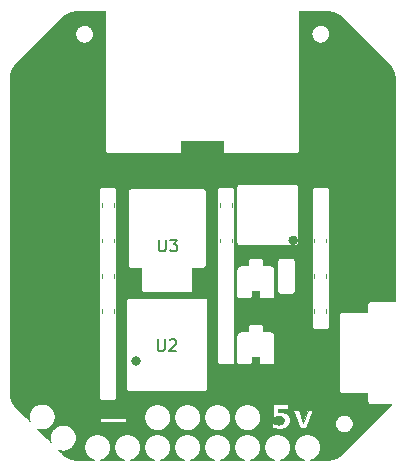
<source format=gto>
G04 #@! TF.GenerationSoftware,KiCad,Pcbnew,5.0.2+dfsg1-1*
G04 #@! TF.CreationDate,2020-07-05T13:54:42+02:00*
G04 #@! TF.ProjectId,edgedriver,65646765-6472-4697-9665-722e6b696361,rev?*
G04 #@! TF.SameCoordinates,Original*
G04 #@! TF.FileFunction,Legend,Top*
G04 #@! TF.FilePolarity,Positive*
%FSLAX46Y46*%
G04 Gerber Fmt 4.6, Leading zero omitted, Abs format (unit mm)*
G04 Created by KiCad (PCBNEW 5.0.2+dfsg1-1) date Sun Jul  5 13:54:42 2020*
%MOMM*%
%LPD*%
G01*
G04 APERTURE LIST*
%ADD10C,0.120000*%
%ADD11C,0.400000*%
%ADD12C,0.000001*%
%ADD13C,0.150000*%
G04 APERTURE END LIST*
D10*
G04 #@! TO.C,C9*
X-7490000Y20337221D02*
X-7490000Y20662779D01*
X-8510000Y20337221D02*
X-8510000Y20662779D01*
G04 #@! TO.C,C1*
X10510000Y11662779D02*
X10510000Y11337221D01*
X9490000Y11662779D02*
X9490000Y11337221D01*
G04 #@! TO.C,C6*
X10510000Y17662779D02*
X10510000Y17337221D01*
X9490000Y17662779D02*
X9490000Y17337221D01*
G04 #@! TO.C,C2*
X-8510000Y14337221D02*
X-8510000Y14662779D01*
X-7490000Y14337221D02*
X-7490000Y14662779D01*
G04 #@! TO.C,C3*
X9490000Y14337221D02*
X9490000Y14662779D01*
X10510000Y14337221D02*
X10510000Y14662779D01*
G04 #@! TO.C,C4*
X2510000Y20662779D02*
X2510000Y20337221D01*
X1490000Y20662779D02*
X1490000Y20337221D01*
G04 #@! TO.C,C5*
X-7490000Y17662779D02*
X-7490000Y17337221D01*
X-8510000Y17662779D02*
X-8510000Y17337221D01*
G04 #@! TO.C,C7*
X1490000Y17337221D02*
X1490000Y17662779D01*
X2510000Y17337221D02*
X2510000Y17662779D01*
G04 #@! TO.C,C8*
X-7490000Y11662779D02*
X-7490000Y11337221D01*
X-8510000Y11662779D02*
X-8510000Y11337221D01*
D11*
G04 #@! TO.C,U2*
X-5400000Y7300000D02*
G75*
G03X-5400000Y7300000I-200000J0D01*
G01*
G04 #@! TO.C,U4*
X7900000Y17500000D02*
G75*
G03X7900000Y17500000I-200000J0D01*
G01*
D12*
G04 #@! TO.C,*
G36*
X-10591601Y36900590D02*
X-10222981Y35716129D01*
X-10187381Y35726222D01*
X-10151087Y35734583D01*
X-10114145Y35741164D01*
X-10076603Y35745918D01*
X-10038508Y35748797D01*
X-9999906Y35749756D01*
X-9961324Y35748772D01*
X-9923249Y35745868D01*
X-9885727Y35741093D01*
X-9848806Y35734493D01*
X-9812532Y35726114D01*
X-9776954Y35716006D01*
X-9742118Y35704213D01*
X-9708071Y35690784D01*
X-9674860Y35675766D01*
X-9642532Y35659205D01*
X-9611135Y35641148D01*
X-9580715Y35621644D01*
X-9551319Y35600738D01*
X-9522995Y35578479D01*
X-9495790Y35554912D01*
X-9469751Y35530085D01*
X-9444924Y35504046D01*
X-9421357Y35476841D01*
X-9399098Y35448517D01*
X-9378192Y35419122D01*
X-9358688Y35388702D01*
X-9340632Y35357304D01*
X-9324071Y35324976D01*
X-9309052Y35291765D01*
X-9295623Y35257718D01*
X-9283831Y35222882D01*
X-9273722Y35187304D01*
X-9265344Y35151030D01*
X-9258744Y35114109D01*
X-9253969Y35076587D01*
X-9251066Y35038512D01*
X-9250081Y34999930D01*
X-9251066Y34961348D01*
X-9253969Y34923272D01*
X-9258744Y34885751D01*
X-9265345Y34848830D01*
X-9273723Y34812557D01*
X-9283832Y34776978D01*
X-9295624Y34742142D01*
X-9309053Y34708095D01*
X-9324072Y34674884D01*
X-9340632Y34642557D01*
X-9358689Y34611159D01*
X-9378193Y34580740D01*
X-9399099Y34551344D01*
X-9421358Y34523020D01*
X-9444925Y34495815D01*
X-9469752Y34469776D01*
X-9495791Y34444949D01*
X-9522996Y34421383D01*
X-9551320Y34399123D01*
X-9580715Y34378218D01*
X-9611135Y34358713D01*
X-9642533Y34340657D01*
X-9674860Y34324096D01*
X-9708071Y34309078D01*
X-9742118Y34295649D01*
X-9776955Y34283856D01*
X-9812533Y34273747D01*
X-9848806Y34265369D01*
X-9885727Y34258769D01*
X-9923249Y34253994D01*
X-9961324Y34251090D01*
X-9999906Y34250106D01*
X-10038508Y34251064D01*
X-10076603Y34253944D01*
X-10114145Y34258698D01*
X-10151087Y34265279D01*
X-10187381Y34273639D01*
X-10222981Y34283733D01*
X-10257838Y34295511D01*
X-10291907Y34308928D01*
X-10325140Y34323937D01*
X-10357489Y34340489D01*
X-10388908Y34358539D01*
X-10419349Y34378038D01*
X-10448766Y34398941D01*
X-10477110Y34421198D01*
X-10504336Y34444765D01*
X-10530395Y34469592D01*
X-10555241Y34495634D01*
X-10578826Y34522844D01*
X-10601103Y34551173D01*
X-10622026Y34580575D01*
X-10641546Y34611003D01*
X-10659618Y34642409D01*
X-10676193Y34674747D01*
X-10691224Y34707969D01*
X-10704665Y34742029D01*
X-10716467Y34776878D01*
X-10726585Y34812471D01*
X-10734971Y34848759D01*
X-10741577Y34885697D01*
X-10746357Y34923235D01*
X-10749263Y34961329D01*
X-10750248Y34999930D01*
X-10749263Y35038530D01*
X-10746357Y35076624D01*
X-10741577Y35114163D01*
X-10734971Y35151100D01*
X-10726586Y35187388D01*
X-10716468Y35222981D01*
X-10704665Y35257831D01*
X-10691225Y35291890D01*
X-10676193Y35325113D01*
X-10659619Y35357451D01*
X-10641547Y35388857D01*
X-10622027Y35419285D01*
X-10601104Y35448687D01*
X-10578827Y35477017D01*
X-10555242Y35504226D01*
X-10530396Y35530268D01*
X-10504337Y35555096D01*
X-10477111Y35578662D01*
X-10448767Y35600920D01*
X-10419350Y35621823D01*
X-10388909Y35641322D01*
X-10357490Y35659372D01*
X-10325141Y35675924D01*
X-10291908Y35690933D01*
X-10257839Y35704350D01*
X-10222981Y35716129D01*
X-10591601Y36900590D01*
X-10636223Y36899986D01*
X-10680705Y36898278D01*
X-10725030Y36895474D01*
X-10769179Y36891582D01*
X-10813134Y36886609D01*
X-10856878Y36880565D01*
X-10900393Y36873456D01*
X-10943660Y36865290D01*
X-10986662Y36856076D01*
X-11029381Y36845822D01*
X-11071799Y36834534D01*
X-11113898Y36822223D01*
X-11155660Y36808894D01*
X-11197067Y36794556D01*
X-11238102Y36779217D01*
X-11278746Y36762885D01*
X-11318981Y36745568D01*
X-11358790Y36727274D01*
X-11398154Y36708010D01*
X-11437056Y36687785D01*
X-11475478Y36666607D01*
X-11513401Y36644482D01*
X-11550809Y36621421D01*
X-11587682Y36597429D01*
X-11624003Y36572515D01*
X-11659755Y36546688D01*
X-11694918Y36519955D01*
X-11729476Y36492323D01*
X-11763410Y36463801D01*
X-11796703Y36434397D01*
X-11829336Y36404119D01*
X-11861291Y36372974D01*
X-11868425Y36366534D01*
X-11875870Y36360466D01*
X-11883604Y36354771D01*
X-11891605Y36349446D01*
X-11899850Y36344490D01*
X-11908317Y36339901D01*
X-11892815Y36345590D01*
X-15742192Y32494146D01*
X-15730307Y32527218D01*
X-15734267Y32518310D01*
X-15738642Y32509647D01*
X-15743424Y32501235D01*
X-15748607Y32493080D01*
X-15754182Y32485187D01*
X-15760144Y32477562D01*
X-15766485Y32470211D01*
X-15773198Y32463139D01*
X-15804345Y32431175D01*
X-15834626Y32398523D01*
X-15864032Y32365200D01*
X-15892558Y32331226D01*
X-15920193Y32296620D01*
X-15946931Y32261399D01*
X-15972763Y32225583D01*
X-15997681Y32189191D01*
X-16021678Y32152240D01*
X-16044745Y32114750D01*
X-16066874Y32076740D01*
X-16088057Y32038228D01*
X-16108287Y31999233D01*
X-16127555Y31959773D01*
X-16145854Y31919868D01*
X-16163174Y31879535D01*
X-16179509Y31838794D01*
X-16194851Y31797663D01*
X-16209190Y31756162D01*
X-16222520Y31714308D01*
X-16234833Y31672120D01*
X-16246119Y31629617D01*
X-16256372Y31586818D01*
X-16265584Y31543742D01*
X-16273745Y31500407D01*
X-16280849Y31456831D01*
X-16286888Y31413035D01*
X-16291852Y31369035D01*
X-16295736Y31324851D01*
X-16298529Y31280502D01*
X-16300225Y31236006D01*
X-16300815Y31191382D01*
X-16300815Y4638482D01*
X-16300225Y4593860D01*
X-16298529Y4549368D01*
X-16295735Y4505026D01*
X-16291852Y4460852D01*
X-16286887Y4416864D01*
X-16280849Y4373081D01*
X-16273745Y4329521D01*
X-16265583Y4286204D01*
X-16256371Y4243146D01*
X-16246118Y4200368D01*
X-16234832Y4157887D01*
X-16222519Y4115721D01*
X-16209189Y4073890D01*
X-16194849Y4032412D01*
X-16179508Y3991306D01*
X-16163173Y3950589D01*
X-16145852Y3910281D01*
X-16127553Y3870399D01*
X-16108285Y3830963D01*
X-16088055Y3791991D01*
X-16066872Y3753501D01*
X-16044743Y3715512D01*
X-16021676Y3678042D01*
X-15997679Y3641111D01*
X-15972761Y3604735D01*
X-15946929Y3568935D01*
X-15920192Y3533728D01*
X-15892556Y3499133D01*
X-15864031Y3465168D01*
X-15834625Y3431852D01*
X-15804344Y3399204D01*
X-15773198Y3367241D01*
X-15765998Y3359631D01*
X-15759216Y3351666D01*
X-15752863Y3343362D01*
X-15746952Y3334739D01*
X-15741496Y3325811D01*
X-15736508Y3316599D01*
X-15742191Y3335720D01*
X-14611511Y2204523D01*
X-14615886Y2216180D01*
X-14620126Y2227879D01*
X-14624233Y2239621D01*
X-14628204Y2251404D01*
X-14632041Y2263226D01*
X-14635742Y2275087D01*
X-14639308Y2286984D01*
X-14642739Y2298918D01*
X-14646034Y2310887D01*
X-14649193Y2322890D01*
X-14652216Y2334925D01*
X-14655102Y2346992D01*
X-14657852Y2359089D01*
X-14660465Y2371215D01*
X-14662941Y2383369D01*
X-14665279Y2395550D01*
X-14667481Y2407756D01*
X-14669544Y2419987D01*
X-14671470Y2432241D01*
X-14673258Y2444517D01*
X-14674907Y2456814D01*
X-14676418Y2469131D01*
X-14677790Y2481467D01*
X-14679023Y2493820D01*
X-14680116Y2506189D01*
X-14681071Y2518573D01*
X-14681886Y2530971D01*
X-14682561Y2543382D01*
X-14683096Y2555804D01*
X-14683490Y2568237D01*
X-14683745Y2580679D01*
X-14683858Y2593130D01*
X-14682410Y2649730D01*
X-14678147Y2705587D01*
X-14671136Y2760631D01*
X-14661448Y2814793D01*
X-14649151Y2868004D01*
X-14634315Y2920196D01*
X-14617009Y2971297D01*
X-14597301Y3021241D01*
X-14575262Y3069958D01*
X-14550959Y3117378D01*
X-14524463Y3163432D01*
X-14495842Y3208052D01*
X-14465165Y3251168D01*
X-14432502Y3292712D01*
X-14397922Y3332613D01*
X-14361493Y3370804D01*
X-14323285Y3407215D01*
X-14283367Y3441777D01*
X-14241808Y3474421D01*
X-14198677Y3505077D01*
X-14154044Y3533677D01*
X-14107977Y3560152D01*
X-14060546Y3584432D01*
X-14011819Y3606449D01*
X-13961866Y3626133D01*
X-13910756Y3643415D01*
X-13858558Y3658227D01*
X-13805341Y3670498D01*
X-13751174Y3680161D01*
X-13696127Y3687145D01*
X-13640268Y3691383D01*
X-13583667Y3692804D01*
X-13527085Y3691357D01*
X-13471246Y3687096D01*
X-13416219Y3680090D01*
X-13362073Y3670408D01*
X-13308877Y3658119D01*
X-13256700Y3643292D01*
X-13205612Y3625996D01*
X-13155681Y3606300D01*
X-13106976Y3584273D01*
X-13059566Y3559985D01*
X-13013521Y3533503D01*
X-12968909Y3504898D01*
X-12925799Y3474239D01*
X-12884261Y3441593D01*
X-12844363Y3407031D01*
X-12806175Y3370622D01*
X-12769765Y3332433D01*
X-12735203Y3292536D01*
X-12702558Y3250998D01*
X-12671898Y3207888D01*
X-12643293Y3163276D01*
X-12616812Y3117231D01*
X-12592523Y3069821D01*
X-12570497Y3021116D01*
X-12550801Y2971185D01*
X-12533505Y2920096D01*
X-12518678Y2867919D01*
X-12506389Y2814724D01*
X-12496706Y2760578D01*
X-12489700Y2705551D01*
X-12485439Y2649712D01*
X-12483992Y2593130D01*
X-12485414Y2536528D01*
X-12489651Y2480670D01*
X-12496636Y2425622D01*
X-12506299Y2371456D01*
X-12518570Y2318239D01*
X-12533382Y2266041D01*
X-12550664Y2214931D01*
X-12570348Y2164978D01*
X-12592365Y2116251D01*
X-12616645Y2068820D01*
X-12643120Y2022753D01*
X-12671720Y1978119D01*
X-12702376Y1934989D01*
X-12735020Y1893430D01*
X-12769582Y1853512D01*
X-12805992Y1815304D01*
X-12844183Y1778875D01*
X-12884085Y1744294D01*
X-12925628Y1711631D01*
X-12968745Y1680955D01*
X-13013365Y1652333D01*
X-13059419Y1625837D01*
X-13106839Y1601535D01*
X-13155555Y1579495D01*
X-13205499Y1559787D01*
X-13256601Y1542481D01*
X-13308792Y1527645D01*
X-13362003Y1515349D01*
X-13416165Y1505660D01*
X-13471209Y1498650D01*
X-13527066Y1494386D01*
X-13583667Y1492938D01*
X-13596095Y1493026D01*
X-13608515Y1493254D01*
X-13620927Y1493622D01*
X-13633328Y1494129D01*
X-13645718Y1494777D01*
X-13658096Y1495563D01*
X-13670460Y1496489D01*
X-13682810Y1497554D01*
X-13695143Y1498758D01*
X-13707460Y1500100D01*
X-13719758Y1501581D01*
X-13732037Y1503199D01*
X-13744295Y1504956D01*
X-13756532Y1506850D01*
X-13768746Y1508882D01*
X-13780935Y1511051D01*
X-13793100Y1513357D01*
X-13805238Y1515800D01*
X-13817349Y1518380D01*
X-13829431Y1521096D01*
X-13841483Y1523948D01*
X-13853504Y1526937D01*
X-13865494Y1530061D01*
X-13877449Y1533320D01*
X-13889371Y1536715D01*
X-13901256Y1540245D01*
X-13913105Y1543910D01*
X-13924916Y1547710D01*
X-13936688Y1551644D01*
X-13948419Y1555713D01*
X-13960109Y1559915D01*
X-13971757Y1564252D01*
X-12833325Y425303D01*
X-12837387Y436576D01*
X-12841324Y447887D01*
X-12845136Y459236D01*
X-12848823Y470621D01*
X-12852385Y482041D01*
X-12855821Y493496D01*
X-12859132Y504984D01*
X-12862317Y516504D01*
X-12865376Y528056D01*
X-12868308Y539637D01*
X-12871114Y551248D01*
X-12873794Y562887D01*
X-12876347Y574553D01*
X-12878773Y586245D01*
X-12881071Y597962D01*
X-12883242Y609703D01*
X-12885286Y621466D01*
X-12887202Y633252D01*
X-12888990Y645058D01*
X-12890650Y656884D01*
X-12892181Y668729D01*
X-12893584Y680591D01*
X-12894859Y692470D01*
X-12896004Y704365D01*
X-12897020Y716274D01*
X-12897907Y728197D01*
X-12898665Y740132D01*
X-12899293Y752078D01*
X-12899791Y764035D01*
X-12900159Y776001D01*
X-12900397Y787976D01*
X-12900504Y799958D01*
X-12899058Y856540D01*
X-12894797Y912379D01*
X-12887791Y967406D01*
X-12878109Y1021552D01*
X-12865820Y1074747D01*
X-12850993Y1126924D01*
X-12833697Y1178012D01*
X-12814001Y1227944D01*
X-12791974Y1276649D01*
X-12767686Y1324058D01*
X-12741205Y1370104D01*
X-12712600Y1414716D01*
X-12681940Y1457825D01*
X-12649294Y1499364D01*
X-12614732Y1539261D01*
X-12578323Y1577449D01*
X-12540134Y1613859D01*
X-12500237Y1648421D01*
X-12458698Y1681067D01*
X-12415589Y1711726D01*
X-12370977Y1740331D01*
X-12324931Y1766813D01*
X-12277522Y1791101D01*
X-12228816Y1813128D01*
X-12178885Y1832824D01*
X-12127797Y1850120D01*
X-12075620Y1864947D01*
X-12022424Y1877236D01*
X-11968278Y1886918D01*
X-11913251Y1893924D01*
X-11857412Y1898185D01*
X-11800830Y1899632D01*
X-11744229Y1898211D01*
X-11688370Y1893973D01*
X-11633323Y1886989D01*
X-11579156Y1877326D01*
X-11525939Y1865054D01*
X-11473741Y1850243D01*
X-11422631Y1832961D01*
X-11372678Y1813277D01*
X-11323952Y1791260D01*
X-11276520Y1766980D01*
X-11230453Y1740505D01*
X-11185820Y1711905D01*
X-11142689Y1681248D01*
X-11101130Y1648605D01*
X-11061212Y1614043D01*
X-11023004Y1577632D01*
X-10986575Y1539441D01*
X-10951995Y1499540D01*
X-10919332Y1457996D01*
X-10888655Y1414880D01*
X-10860034Y1370260D01*
X-10833537Y1324205D01*
X-10809235Y1276785D01*
X-10787195Y1228069D01*
X-10767488Y1178125D01*
X-10750181Y1127023D01*
X-10735345Y1074832D01*
X-10723049Y1021621D01*
X-10713360Y967459D01*
X-10706350Y912415D01*
X-10702086Y856558D01*
X-10700639Y799958D01*
X-10702061Y743338D01*
X-10706301Y687461D01*
X-10713290Y632397D01*
X-10722958Y578214D01*
X-10735238Y524981D01*
X-10750058Y472769D01*
X-10767351Y421646D01*
X-10787047Y371680D01*
X-10809076Y322942D01*
X-10833370Y275500D01*
X-10859860Y229424D01*
X-10888476Y184783D01*
X-10919150Y141646D01*
X-10951811Y100081D01*
X-10986392Y60159D01*
X-11022822Y21949D01*
X-11061032Y-14481D01*
X-11100954Y-49062D01*
X-11142519Y-81723D01*
X-11185656Y-112396D01*
X-11230297Y-141012D01*
X-11276374Y-167502D01*
X-11323815Y-191796D01*
X-11372553Y-213826D01*
X-11422519Y-233522D01*
X-11473642Y-250814D01*
X-11525854Y-265635D01*
X-11579087Y-277914D01*
X-11633269Y-287582D01*
X-11688334Y-294571D01*
X-11744210Y-298812D01*
X-11800830Y-300234D01*
X-11812792Y-300136D01*
X-11824748Y-299909D01*
X-11836695Y-299551D01*
X-11848633Y-299065D01*
X-11860561Y-298448D01*
X-11872478Y-297703D01*
X-11884383Y-296828D01*
X-11896274Y-295825D01*
X-11908151Y-294693D01*
X-11920012Y-293433D01*
X-11931857Y-292044D01*
X-11943685Y-290527D01*
X-11955494Y-288882D01*
X-11967283Y-287110D01*
X-11979052Y-285209D01*
X-11990799Y-283182D01*
X-12002524Y-281027D01*
X-12014225Y-278746D01*
X-12025901Y-276337D01*
X-12037551Y-273802D01*
X-12049175Y-271141D01*
X-12060770Y-268353D01*
X-12072337Y-265439D01*
X-12083874Y-262399D01*
X-12095380Y-259234D01*
X-12106854Y-255943D01*
X-12118295Y-252526D01*
X-12129702Y-248985D01*
X-12141073Y-245318D01*
X-12152409Y-241527D01*
X-12163707Y-237611D01*
X-12174967Y-233571D01*
X-11892814Y-515731D01*
X-11906250Y-509530D01*
X-11898120Y-514232D01*
X-11890228Y-519305D01*
X-11882586Y-524740D01*
X-11875207Y-530527D01*
X-11868105Y-536656D01*
X-11861291Y-543119D01*
X-11829334Y-574264D01*
X-11796699Y-604541D01*
X-11763405Y-633941D01*
X-11729469Y-662456D01*
X-11694910Y-690080D01*
X-11659744Y-716804D01*
X-11623991Y-742620D01*
X-11587668Y-767520D01*
X-11550793Y-791498D01*
X-11513384Y-814544D01*
X-11475459Y-836651D01*
X-11437036Y-857812D01*
X-11398132Y-878019D01*
X-11358767Y-897263D01*
X-11318957Y-915537D01*
X-11278721Y-932833D01*
X-11238076Y-949143D01*
X-11197041Y-964460D01*
X-11155633Y-978776D01*
X-11113871Y-992083D01*
X-11071773Y-1004373D01*
X-11029355Y-1015638D01*
X-10986637Y-1025871D01*
X-10943636Y-1035063D01*
X-10900370Y-1043208D01*
X-10856858Y-1050296D01*
X-10813116Y-1056321D01*
X-10769163Y-1061275D01*
X-10725018Y-1065149D01*
X-10680697Y-1067937D01*
X-10636219Y-1069629D01*
X-10591601Y-1070219D01*
X-9138977Y-1070219D01*
X-9185221Y-1058425D01*
X-9230575Y-1044757D01*
X-9275004Y-1029265D01*
X-9318467Y-1011995D01*
X-9360929Y-992995D01*
X-9402350Y-972312D01*
X-9442693Y-949994D01*
X-9481920Y-926090D01*
X-9519994Y-900646D01*
X-9556875Y-873709D01*
X-9592527Y-845329D01*
X-9626911Y-815551D01*
X-9659990Y-784425D01*
X-9691726Y-751997D01*
X-9722080Y-718315D01*
X-9751016Y-683426D01*
X-9778494Y-647379D01*
X-9804478Y-610221D01*
X-9828929Y-571999D01*
X-9851810Y-532762D01*
X-9873082Y-492556D01*
X-9892708Y-451429D01*
X-9910650Y-409429D01*
X-9926870Y-366604D01*
X-9941329Y-323001D01*
X-9953991Y-278668D01*
X-9964818Y-233652D01*
X-9973770Y-188001D01*
X-9980811Y-141763D01*
X-9985903Y-94985D01*
X-9989008Y-47715D01*
X-9990088Y0D01*
X-9988666Y56620D01*
X-9984425Y112497D01*
X-9977436Y167561D01*
X-9967768Y221744D01*
X-9955489Y274976D01*
X-9940668Y327189D01*
X-9923376Y378312D01*
X-9903680Y428277D01*
X-9881650Y477015D01*
X-9857356Y524457D01*
X-9830866Y570533D01*
X-9802250Y615174D01*
X-9771577Y658312D01*
X-9738916Y699876D01*
X-9704335Y739798D01*
X-9667905Y778009D01*
X-9629695Y814439D01*
X-9589773Y849019D01*
X-9548208Y881680D01*
X-9505071Y912354D01*
X-9460430Y940970D01*
X-9414354Y967460D01*
X-9366912Y991754D01*
X-9318174Y1013783D01*
X-9268209Y1033479D01*
X-9217085Y1050772D01*
X-9164873Y1065592D01*
X-9111640Y1077871D01*
X-9057457Y1087540D01*
X-9002393Y1094529D01*
X-8946516Y1098769D01*
X-8889896Y1100191D01*
X-8833296Y1098743D01*
X-8777439Y1094480D01*
X-8722395Y1087469D01*
X-8668233Y1077781D01*
X-8615022Y1065485D01*
X-8562831Y1050649D01*
X-8511729Y1033342D01*
X-8461785Y1013635D01*
X-8413069Y991595D01*
X-8365649Y967293D01*
X-8319594Y940796D01*
X-8274974Y912175D01*
X-8231858Y881499D01*
X-8190314Y848835D01*
X-8150413Y814255D01*
X-8112222Y777826D01*
X-8075811Y739618D01*
X-8041249Y699700D01*
X-8008606Y658141D01*
X-7977949Y615011D01*
X-7949349Y570377D01*
X-7922874Y524310D01*
X-7898594Y476879D01*
X-7876577Y428152D01*
X-7856893Y378199D01*
X-7839611Y327089D01*
X-7824800Y274891D01*
X-7812528Y221674D01*
X-7802865Y167507D01*
X-7795881Y112460D01*
X-7791643Y56601D01*
X-7790222Y0D01*
X-7791296Y-47701D01*
X-7794394Y-94957D01*
X-7799478Y-141723D01*
X-7806509Y-187949D01*
X-7815452Y-233588D01*
X-7826266Y-278593D01*
X-7838915Y-322916D01*
X-7853362Y-366510D01*
X-7869567Y-409326D01*
X-7887493Y-451318D01*
X-7907103Y-492438D01*
X-7928359Y-532638D01*
X-7951222Y-571871D01*
X-7975655Y-610088D01*
X-8001621Y-647244D01*
X-8029080Y-683289D01*
X-8057997Y-718176D01*
X-8088332Y-751859D01*
X-8120048Y-784288D01*
X-8153107Y-815417D01*
X-8187471Y-845198D01*
X-8223103Y-873584D01*
X-8259965Y-900527D01*
X-8298018Y-925978D01*
X-8337226Y-949892D01*
X-8377550Y-972220D01*
X-8418952Y-992914D01*
X-8461395Y-1011927D01*
X-8504840Y-1029212D01*
X-8549251Y-1044721D01*
X-8594589Y-1058405D01*
X-8640816Y-1070219D01*
X-6599080Y-1070219D01*
X-6645327Y-1058424D01*
X-6690684Y-1044756D01*
X-6735115Y-1029263D01*
X-6778581Y-1011992D01*
X-6821043Y-992992D01*
X-6862466Y-972309D01*
X-6902810Y-949991D01*
X-6942038Y-926087D01*
X-6980111Y-900642D01*
X-7016993Y-873706D01*
X-7052645Y-845325D01*
X-7087029Y-815548D01*
X-7120108Y-784422D01*
X-7151843Y-751994D01*
X-7182196Y-718312D01*
X-7211131Y-683423D01*
X-7238609Y-647376D01*
X-7264592Y-610218D01*
X-7289042Y-571997D01*
X-7311922Y-532760D01*
X-7333193Y-492554D01*
X-7352818Y-451428D01*
X-7370758Y-409428D01*
X-7386977Y-366603D01*
X-7401436Y-323000D01*
X-7414097Y-278667D01*
X-7424922Y-233652D01*
X-7433874Y-188001D01*
X-7440915Y-141763D01*
X-7446007Y-94985D01*
X-7449111Y-47715D01*
X-7450191Y0D01*
X-7448769Y56620D01*
X-7444529Y112497D01*
X-7437540Y167561D01*
X-7427871Y221744D01*
X-7415592Y274976D01*
X-7400772Y327189D01*
X-7383479Y378312D01*
X-7363783Y428277D01*
X-7341754Y477015D01*
X-7317460Y524457D01*
X-7290970Y570533D01*
X-7262354Y615174D01*
X-7231680Y658312D01*
X-7199019Y699876D01*
X-7164439Y739798D01*
X-7128009Y778009D01*
X-7089798Y814439D01*
X-7049876Y849019D01*
X-7008312Y881680D01*
X-6965174Y912354D01*
X-6920533Y940970D01*
X-6874457Y967460D01*
X-6827015Y991754D01*
X-6778277Y1013783D01*
X-6728312Y1033479D01*
X-6677188Y1050772D01*
X-6624976Y1065592D01*
X-6571744Y1077871D01*
X-6517561Y1087540D01*
X-6462496Y1094529D01*
X-6406620Y1098769D01*
X-6476090Y2099612D01*
X-8689909Y2099612D01*
X-8689909Y2500621D01*
X-6476090Y2500621D01*
X-6476090Y2099612D01*
X-6406620Y1098769D01*
X-6350000Y1100191D01*
X-6293380Y1098769D01*
X-6237503Y1094529D01*
X-6182439Y1087540D01*
X-6128256Y1077871D01*
X-6075024Y1065592D01*
X-6022811Y1050772D01*
X-5971688Y1033479D01*
X-5921722Y1013783D01*
X-5872984Y991754D01*
X-5825543Y967460D01*
X-5779467Y940970D01*
X-5734825Y912354D01*
X-5691688Y881680D01*
X-5650124Y849019D01*
X-5610202Y814439D01*
X-5571991Y778009D01*
X-5535561Y739798D01*
X-5500981Y699876D01*
X-5468319Y658312D01*
X-5437646Y615174D01*
X-5409030Y570533D01*
X-5382540Y524457D01*
X-5358246Y477015D01*
X-5336216Y428277D01*
X-5316521Y378312D01*
X-5299228Y327189D01*
X-5284408Y274976D01*
X-5272129Y221744D01*
X-5262460Y167561D01*
X-5255471Y112497D01*
X-5251231Y56620D01*
X-5249809Y0D01*
X-5250872Y-47673D01*
X-5253956Y-94902D01*
X-5259024Y-141642D01*
X-5266038Y-187844D01*
X-5274961Y-233460D01*
X-5285753Y-278444D01*
X-5298379Y-322747D01*
X-5312800Y-366323D01*
X-5328978Y-409123D01*
X-5346876Y-451100D01*
X-5366456Y-492206D01*
X-5387680Y-532395D01*
X-5410511Y-571618D01*
X-5434910Y-609829D01*
X-5460841Y-646978D01*
X-5488265Y-683020D01*
X-5517144Y-717906D01*
X-5547442Y-751589D01*
X-5579119Y-784022D01*
X-5612140Y-815156D01*
X-5646465Y-844945D01*
X-5682057Y-873340D01*
X-5718878Y-900295D01*
X-5756891Y-925762D01*
X-5796058Y-949693D01*
X-5836342Y-972041D01*
X-5877703Y-992758D01*
X-5920106Y-1011797D01*
X-5963511Y-1029110D01*
X-6007882Y-1044650D01*
X-6053181Y-1058368D01*
X-6099369Y-1070219D01*
X-4058667Y-1070219D01*
X-4104914Y-1058424D01*
X-4150271Y-1044756D01*
X-4194702Y-1029263D01*
X-4238167Y-1011992D01*
X-4280630Y-992992D01*
X-4322053Y-972309D01*
X-4362397Y-949991D01*
X-4401624Y-926087D01*
X-4439698Y-900642D01*
X-4476580Y-873706D01*
X-4512232Y-845325D01*
X-4546616Y-815548D01*
X-4579694Y-784422D01*
X-4611429Y-751994D01*
X-4641783Y-718312D01*
X-4670718Y-683423D01*
X-4698196Y-647376D01*
X-4724179Y-610218D01*
X-4748629Y-571997D01*
X-4771508Y-532760D01*
X-4792779Y-492554D01*
X-4812404Y-451428D01*
X-4830345Y-409428D01*
X-4846564Y-366603D01*
X-4861023Y-323000D01*
X-4873684Y-278667D01*
X-4884509Y-233652D01*
X-4893461Y-188001D01*
X-4900502Y-141763D01*
X-4905594Y-94985D01*
X-4908698Y-47715D01*
X-4909778Y0D01*
X-4908357Y56601D01*
X-4904119Y112460D01*
X-4897135Y167507D01*
X-4887472Y221674D01*
X-4875200Y274891D01*
X-4860389Y327089D01*
X-4843106Y378199D01*
X-4823422Y428152D01*
X-4801406Y476879D01*
X-4777125Y524310D01*
X-4750651Y570377D01*
X-4722051Y615011D01*
X-4691394Y658141D01*
X-4658750Y699700D01*
X-4624189Y739618D01*
X-4587778Y777826D01*
X-4549587Y814255D01*
X-4509685Y848835D01*
X-4468142Y881499D01*
X-4425025Y912175D01*
X-4380406Y940796D01*
X-4334351Y967293D01*
X-4286931Y991595D01*
X-4238215Y1013635D01*
X-4188271Y1033342D01*
X-4137169Y1050649D01*
X-4084978Y1065485D01*
X-4031767Y1077781D01*
X-3977605Y1087469D01*
X-3922561Y1094480D01*
X-3866704Y1098743D01*
X-3810103Y1100191D01*
X-3810103Y1440221D01*
X-3866685Y1441668D01*
X-3922524Y1445929D01*
X-3977551Y1452935D01*
X-4031697Y1462617D01*
X-4084893Y1474906D01*
X-4137070Y1489733D01*
X-4188158Y1507029D01*
X-4238090Y1526725D01*
X-4286795Y1548752D01*
X-4334204Y1573040D01*
X-4380250Y1599522D01*
X-4424862Y1628127D01*
X-4467971Y1658787D01*
X-4509509Y1691432D01*
X-4549407Y1725994D01*
X-4587595Y1762404D01*
X-4624005Y1800592D01*
X-4658567Y1840489D01*
X-4691212Y1882028D01*
X-4721872Y1925137D01*
X-4750477Y1969749D01*
X-4776958Y2015795D01*
X-4801247Y2063204D01*
X-4823274Y2111909D01*
X-4842969Y2161841D01*
X-4860265Y2212929D01*
X-4875093Y2265106D01*
X-4887382Y2318302D01*
X-4897064Y2372447D01*
X-4904070Y2427474D01*
X-4908331Y2483314D01*
X-4909778Y2539896D01*
X-4908357Y2596497D01*
X-4904119Y2652356D01*
X-4897135Y2707403D01*
X-4887472Y2761570D01*
X-4875200Y2814787D01*
X-4860389Y2866985D01*
X-4843106Y2918095D01*
X-4823422Y2968048D01*
X-4801406Y3016775D01*
X-4777125Y3064206D01*
X-4750651Y3110273D01*
X-4722051Y3154907D01*
X-4691394Y3198037D01*
X-4658750Y3239596D01*
X-4624189Y3279514D01*
X-4587778Y3317722D01*
X-4549587Y3354151D01*
X-4509685Y3388732D01*
X-4468142Y3421395D01*
X-4425025Y3452072D01*
X-4380406Y3480693D01*
X-4334351Y3507189D01*
X-4286931Y3531492D01*
X-4238215Y3553531D01*
X-4188271Y3573239D01*
X-4137169Y3590545D01*
X-4084978Y3605381D01*
X-4031767Y3617677D01*
X-3977605Y3627365D01*
X-3922561Y3634376D01*
X-3866704Y3638639D01*
X-3810103Y3640087D01*
X-3753484Y3638665D01*
X-3697607Y3634424D01*
X-3642543Y3627435D01*
X-3588360Y3617767D01*
X-3535127Y3605488D01*
X-3482915Y3590667D01*
X-3431791Y3573375D01*
X-3381826Y3553679D01*
X-3333088Y3531649D01*
X-3285646Y3507355D01*
X-3239570Y3480866D01*
X-3194929Y3452249D01*
X-3151792Y3421576D01*
X-3110227Y3388915D01*
X-3070305Y3354334D01*
X-3032095Y3317904D01*
X-2995665Y3279694D01*
X-2961084Y3239772D01*
X-2928423Y3198207D01*
X-2897750Y3155070D01*
X-2869133Y3110429D01*
X-2842644Y3064353D01*
X-2818349Y3016911D01*
X-2796320Y2968173D01*
X-2776624Y2918208D01*
X-2759332Y2867084D01*
X-2744511Y2814872D01*
X-2732232Y2761639D01*
X-2722563Y2707456D01*
X-2715574Y2652392D01*
X-2711334Y2596515D01*
X-2709912Y2539896D01*
X-2711360Y2483295D01*
X-2715623Y2427438D01*
X-2722634Y2372394D01*
X-2732322Y2318232D01*
X-2744618Y2265021D01*
X-2759454Y2212830D01*
X-2776760Y2161728D01*
X-2796468Y2111784D01*
X-2818507Y2063068D01*
X-2842810Y2015648D01*
X-2869306Y1969593D01*
X-2897927Y1924973D01*
X-2928604Y1881857D01*
X-2961267Y1840313D01*
X-2995848Y1800412D01*
X-3032276Y1762221D01*
X-3070484Y1725810D01*
X-3110403Y1691248D01*
X-3151961Y1658605D01*
X-3195092Y1627948D01*
X-3239726Y1599348D01*
X-3285793Y1572873D01*
X-3333224Y1548593D01*
X-3381951Y1526577D01*
X-3431904Y1506892D01*
X-3483014Y1489610D01*
X-3535212Y1474799D01*
X-3588429Y1462527D01*
X-3642596Y1452864D01*
X-3697643Y1445880D01*
X-3753502Y1441642D01*
X-3810103Y1440221D01*
X-3810103Y1100191D01*
X-3753484Y1098769D01*
X-3697607Y1094529D01*
X-3642542Y1087540D01*
X-3588360Y1077871D01*
X-3535127Y1065592D01*
X-3482915Y1050772D01*
X-3431791Y1033479D01*
X-3381826Y1013783D01*
X-3333088Y991754D01*
X-3285646Y967460D01*
X-3239570Y940970D01*
X-3194929Y912354D01*
X-3151791Y881680D01*
X-3110227Y849019D01*
X-3070305Y814439D01*
X-3032095Y778009D01*
X-2995665Y739798D01*
X-2961084Y699876D01*
X-2928423Y658312D01*
X-2897750Y615174D01*
X-2869133Y570533D01*
X-2842644Y524457D01*
X-2818349Y477015D01*
X-2796320Y428277D01*
X-2776624Y378312D01*
X-2759332Y327189D01*
X-2744511Y274976D01*
X-2732232Y221744D01*
X-2722563Y167561D01*
X-2715574Y112497D01*
X-2711334Y56620D01*
X-2709912Y0D01*
X-2710975Y-47673D01*
X-2714060Y-94902D01*
X-2719128Y-141642D01*
X-2726142Y-187844D01*
X-2735064Y-233460D01*
X-2745857Y-278444D01*
X-2758483Y-322747D01*
X-2772903Y-366323D01*
X-2789082Y-409123D01*
X-2806980Y-451100D01*
X-2826559Y-492206D01*
X-2847784Y-532395D01*
X-2870614Y-571618D01*
X-2895014Y-609829D01*
X-2920944Y-646978D01*
X-2948368Y-683020D01*
X-2977248Y-717906D01*
X-3007545Y-751589D01*
X-3039223Y-784022D01*
X-3072243Y-815156D01*
X-3106568Y-844945D01*
X-3142160Y-873340D01*
X-3178982Y-900295D01*
X-3216995Y-925762D01*
X-3256162Y-949693D01*
X-3296445Y-972041D01*
X-3337807Y-992758D01*
X-3380209Y-1011797D01*
X-3423615Y-1029110D01*
X-3467986Y-1044650D01*
X-3513284Y-1058368D01*
X-3559473Y-1070219D01*
X-1518770Y-1070219D01*
X-1565017Y-1058424D01*
X-1610374Y-1044756D01*
X-1654805Y-1029263D01*
X-1698271Y-1011992D01*
X-1740734Y-992992D01*
X-1782156Y-972309D01*
X-1822500Y-949991D01*
X-1861728Y-926087D01*
X-1899801Y-900642D01*
X-1936683Y-873706D01*
X-1972335Y-845325D01*
X-2006719Y-815548D01*
X-2039798Y-784421D01*
X-2071533Y-751993D01*
X-2101887Y-718312D01*
X-2130821Y-683423D01*
X-2158299Y-647376D01*
X-2184282Y-610218D01*
X-2208732Y-571997D01*
X-2231612Y-532760D01*
X-2252883Y-492554D01*
X-2272508Y-451428D01*
X-2290448Y-409428D01*
X-2306667Y-366603D01*
X-2321126Y-323000D01*
X-2333787Y-278667D01*
X-2344613Y-233652D01*
X-2353565Y-188001D01*
X-2360605Y-141763D01*
X-2365697Y-94985D01*
X-2368801Y-47715D01*
X-2369881Y0D01*
X-2368460Y56601D01*
X-2364222Y112460D01*
X-2357238Y167507D01*
X-2347575Y221674D01*
X-2335304Y274891D01*
X-2320492Y327089D01*
X-2303210Y378199D01*
X-2283526Y428152D01*
X-2261509Y476879D01*
X-2237229Y524310D01*
X-2210754Y570377D01*
X-2182154Y615011D01*
X-2151498Y658141D01*
X-2118854Y699700D01*
X-2084292Y739618D01*
X-2047881Y777826D01*
X-2009691Y814255D01*
X-1969789Y848835D01*
X-1928245Y881499D01*
X-1885129Y912175D01*
X-1840509Y940796D01*
X-1794455Y967293D01*
X-1747035Y991595D01*
X-1698318Y1013635D01*
X-1648375Y1033342D01*
X-1597273Y1050649D01*
X-1545081Y1065485D01*
X-1491870Y1077781D01*
X-1437708Y1087469D01*
X-1382664Y1094480D01*
X-1326807Y1098743D01*
X-1270207Y1100191D01*
X-1270207Y1440221D01*
X-1326789Y1441668D01*
X-1382628Y1445929D01*
X-1437655Y1452935D01*
X-1491801Y1462617D01*
X-1544997Y1474906D01*
X-1597173Y1489733D01*
X-1648262Y1507029D01*
X-1698193Y1526725D01*
X-1746898Y1548752D01*
X-1794308Y1573040D01*
X-1840353Y1599522D01*
X-1884965Y1628127D01*
X-1928075Y1658787D01*
X-1969613Y1691432D01*
X-2009511Y1725994D01*
X-2047699Y1762404D01*
X-2084108Y1800592D01*
X-2118670Y1840489D01*
X-2151316Y1882028D01*
X-2181976Y1925137D01*
X-2210581Y1969749D01*
X-2237062Y2015795D01*
X-2261350Y2063204D01*
X-2283377Y2111909D01*
X-2303073Y2161841D01*
X-2320369Y2212929D01*
X-2335196Y2265106D01*
X-2347485Y2318302D01*
X-2357167Y2372447D01*
X-2364173Y2427474D01*
X-2368434Y2483314D01*
X-2369881Y2539896D01*
X-2368460Y2596497D01*
X-2364222Y2652356D01*
X-2357238Y2707403D01*
X-2347575Y2761570D01*
X-2335304Y2814787D01*
X-2320492Y2866985D01*
X-2303210Y2918095D01*
X-2283526Y2968048D01*
X-2261509Y3016775D01*
X-2237229Y3064206D01*
X-2210754Y3110273D01*
X-2182154Y3154907D01*
X-2151498Y3198037D01*
X-2118854Y3239596D01*
X-2084292Y3279514D01*
X-2047881Y3317722D01*
X-2009690Y3354151D01*
X-1969789Y3388732D01*
X-1928245Y3421395D01*
X-1885129Y3452072D01*
X-1840509Y3480693D01*
X-1794454Y3507189D01*
X-1747035Y3531492D01*
X-1698318Y3553531D01*
X-1648374Y3573239D01*
X-1597273Y3590545D01*
X-1545081Y3605381D01*
X-1491870Y3617677D01*
X-1437708Y3627365D01*
X-1382664Y3634376D01*
X-1326807Y3638639D01*
X-1270207Y3640087D01*
X-1213587Y3638665D01*
X-1157710Y3634424D01*
X-1102646Y3627435D01*
X-1048463Y3617767D01*
X-995231Y3605488D01*
X-943018Y3590667D01*
X-891895Y3573375D01*
X-841929Y3553679D01*
X-793191Y3531649D01*
X-745750Y3507355D01*
X-699674Y3480866D01*
X-655032Y3452249D01*
X-611895Y3421576D01*
X-570331Y3388915D01*
X-530409Y3354334D01*
X-492198Y3317904D01*
X-455768Y3279694D01*
X-421188Y3239772D01*
X-388526Y3198207D01*
X-357853Y3155070D01*
X-329237Y3110429D01*
X-302747Y3064353D01*
X-278453Y3016911D01*
X-256423Y2968173D01*
X-236728Y2918208D01*
X-219435Y2867084D01*
X-204614Y2814872D01*
X-192335Y2761639D01*
X-182667Y2707456D01*
X-175678Y2652392D01*
X-171438Y2596515D01*
X-170015Y2539896D01*
X170015Y2539896D01*
X171438Y2596515D01*
X175678Y2652392D01*
X182667Y2707456D01*
X192335Y2761639D01*
X204614Y2814871D01*
X219435Y2867084D01*
X236728Y2918207D01*
X256423Y2968173D01*
X278453Y3016911D01*
X302747Y3064352D01*
X329237Y3110429D01*
X357853Y3155070D01*
X388526Y3198207D01*
X421188Y3239771D01*
X455768Y3279693D01*
X492198Y3317904D01*
X530409Y3354334D01*
X570331Y3388914D01*
X611895Y3421576D01*
X655032Y3452249D01*
X699674Y3480865D01*
X745750Y3507355D01*
X793191Y3531649D01*
X841929Y3553679D01*
X331635Y4792804D01*
X320925Y4788456D01*
X309917Y4784719D01*
X298633Y4781614D01*
X287093Y4779163D01*
X275318Y4777385D01*
X263329Y4776303D01*
X251147Y4775936D01*
X-6249748Y4775936D01*
X-6261930Y4776303D01*
X-6273918Y4777385D01*
X-6285693Y4779163D01*
X-6297233Y4781614D01*
X-6308517Y4784719D01*
X-6319525Y4788456D01*
X-6330235Y4792804D01*
X-6340626Y4797742D01*
X-6350678Y4803250D01*
X-6360370Y4809306D01*
X-6369680Y4815890D01*
X-6378588Y4822980D01*
X-6387074Y4830556D01*
X-6395115Y4838598D01*
X-6402691Y4847083D01*
X-6409782Y4855991D01*
X-7272941Y4199744D01*
X-7273305Y4187525D01*
X-7274382Y4175505D01*
X-7276151Y4163703D01*
X-7278594Y4152142D01*
X-7281687Y4140841D01*
X-7285412Y4129820D01*
X-7289748Y4119101D01*
X-7294673Y4108705D01*
X-7300167Y4098650D01*
X-7306211Y4088960D01*
X-7312782Y4079653D01*
X-7319860Y4070750D01*
X-7327426Y4062273D01*
X-7335458Y4054241D01*
X-7343935Y4046675D01*
X-7352838Y4039597D01*
X-7362145Y4033025D01*
X-7371836Y4026982D01*
X-7381890Y4021488D01*
X-7392287Y4016563D01*
X-7403006Y4012227D01*
X-7414026Y4008502D01*
X-7425327Y4005409D01*
X-7436889Y4002966D01*
X-7448690Y4001197D01*
X-7460710Y4000120D01*
X-7472929Y3999756D01*
X-8526611Y3999756D01*
X-8538830Y4000120D01*
X-8550850Y4001197D01*
X-8562651Y4002966D01*
X-8574213Y4005409D01*
X-8585514Y4008502D01*
X-8596535Y4012227D01*
X-8607253Y4016563D01*
X-8617650Y4021488D01*
X-8627704Y4026982D01*
X-8637395Y4033026D01*
X-8646702Y4039597D01*
X-8655605Y4046675D01*
X-8664082Y4054241D01*
X-8672114Y4062273D01*
X-8679680Y4070750D01*
X-8686758Y4079653D01*
X-8693329Y4088960D01*
X-8699373Y4098651D01*
X-8704867Y4108705D01*
X-8709792Y4119102D01*
X-8714128Y4129820D01*
X-8717853Y4140841D01*
X-8720946Y4152142D01*
X-8723388Y4163703D01*
X-8725158Y4175505D01*
X-8726235Y4187525D01*
X-8726599Y4199744D01*
X-8726599Y21800219D01*
X-8726235Y21812438D01*
X-8725158Y21824458D01*
X-8723388Y21836260D01*
X-8720946Y21847821D01*
X-8717852Y21859122D01*
X-8714128Y21870143D01*
X-8709792Y21880862D01*
X-8704867Y21891258D01*
X-8699373Y21901313D01*
X-8693329Y21911003D01*
X-8686758Y21920310D01*
X-8679680Y21929213D01*
X-8672114Y21937690D01*
X-8664082Y21945722D01*
X-8655605Y21953288D01*
X-8646702Y21960367D01*
X-8637395Y21966938D01*
X-8627704Y21972981D01*
X-8617650Y21978475D01*
X-8607253Y21983401D01*
X-8596534Y21987736D01*
X-8585514Y21991461D01*
X-8574213Y21994555D01*
X-8562651Y21996997D01*
X-8550850Y21998767D01*
X-8538830Y21999844D01*
X-8526611Y22000207D01*
X-7472929Y22000207D01*
X-7460710Y21999844D01*
X-7448690Y21998767D01*
X-7436889Y21996997D01*
X-7425327Y21994554D01*
X-7414026Y21991461D01*
X-7403006Y21987736D01*
X-7392287Y21983400D01*
X-7381890Y21978475D01*
X-7371836Y21972980D01*
X-7362145Y21966937D01*
X-7352838Y21960366D01*
X-7343935Y21953287D01*
X-7335458Y21945722D01*
X-7327426Y21937690D01*
X-7319860Y21929212D01*
X-7312782Y21920310D01*
X-7306211Y21911003D01*
X-7300167Y21901312D01*
X-7294673Y21891258D01*
X-7289748Y21880861D01*
X-7285412Y21870142D01*
X-7281687Y21859122D01*
X-7278594Y21847820D01*
X-7276151Y21836259D01*
X-7274382Y21824458D01*
X-7273305Y21812438D01*
X-7272941Y21800219D01*
X-6300540Y21713699D01*
X-6299458Y21725688D01*
X-6297680Y21737463D01*
X-6295229Y21749003D01*
X-6292124Y21760287D01*
X-6288388Y21771295D01*
X-6284040Y21782005D01*
X-6279101Y21792396D01*
X-6273594Y21802448D01*
X-6267537Y21812140D01*
X-6260953Y21821450D01*
X-6253863Y21830358D01*
X-6246287Y21838844D01*
X-6238245Y21846885D01*
X-6229760Y21854461D01*
X-6220852Y21861552D01*
X-6211542Y21868136D01*
X-6201850Y21874192D01*
X-6191798Y21879700D01*
X-6181407Y21884638D01*
X-6170697Y21888986D01*
X-6159689Y21892723D01*
X-6148405Y21895827D01*
X-6136865Y21898278D01*
X-6125090Y21900056D01*
X-6113101Y21901139D01*
X-6100920Y21901505D01*
X101803Y21901505D01*
X113984Y21901139D01*
X125973Y21900056D01*
X137748Y21898278D01*
X149288Y21895827D01*
X160572Y21892722D01*
X171580Y21888985D01*
X182290Y21884637D01*
X192681Y21879699D01*
X202733Y21874191D01*
X212425Y21868134D01*
X221735Y21861550D01*
X230643Y21854460D01*
X239129Y21846883D01*
X247170Y21838842D01*
X254746Y21830356D01*
X261837Y21821448D01*
X268420Y21812138D01*
X274477Y21802446D01*
X279984Y21792394D01*
X284923Y21782003D01*
X289271Y21771293D01*
X293007Y21760285D01*
X296112Y21749001D01*
X298563Y21737462D01*
X300341Y21725687D01*
X301424Y21713699D01*
X1272791Y21800219D01*
X1273154Y21812438D01*
X1274231Y21824458D01*
X1276001Y21836260D01*
X1278443Y21847821D01*
X1281537Y21859122D01*
X1285262Y21870143D01*
X1289597Y21880862D01*
X1294523Y21891258D01*
X1300017Y21901313D01*
X1306060Y21911003D01*
X1312631Y21920310D01*
X1319710Y21929213D01*
X1327276Y21937690D01*
X1335307Y21945722D01*
X1343785Y21953288D01*
X1352687Y21960367D01*
X1361994Y21966938D01*
X1371685Y21972981D01*
X1381739Y21978475D01*
X1392136Y21983401D01*
X1402855Y21987736D01*
X1413875Y21991461D01*
X1425177Y21994555D01*
X1436738Y21996997D01*
X1448539Y21998767D01*
X1460560Y21999844D01*
X1472778Y22000207D01*
X2526461Y22000207D01*
X2538679Y21999844D01*
X2550700Y21998767D01*
X2562501Y21996997D01*
X2574062Y21994555D01*
X2585364Y21991461D01*
X2596384Y21987736D01*
X2607103Y21983401D01*
X2617500Y21978475D01*
X2627554Y21972981D01*
X2637245Y21966938D01*
X2646552Y21960367D01*
X2655454Y21953288D01*
X2663932Y21945722D01*
X2671964Y21937690D01*
X2679529Y21929213D01*
X2686608Y21920310D01*
X2900081Y22082890D01*
X2900401Y22094836D01*
X2901350Y22106609D01*
X2902911Y22118193D01*
X2905069Y22129572D01*
X2907806Y22140728D01*
X2911107Y22151647D01*
X2914956Y22162311D01*
X2919336Y22172704D01*
X2924231Y22182811D01*
X2929624Y22192614D01*
X2935500Y22202098D01*
X2941841Y22211246D01*
X2948633Y22220042D01*
X2955857Y22228469D01*
X2963499Y22236512D01*
X2971542Y22244154D01*
X2979970Y22251379D01*
X2988766Y22258171D01*
X2997914Y22264512D01*
X3007398Y22270388D01*
X3017201Y22275781D01*
X3027308Y22280676D01*
X3037701Y22285056D01*
X3048365Y22288904D01*
X3059284Y22292206D01*
X3070440Y22294943D01*
X3081819Y22297101D01*
X3093403Y22298662D01*
X3105176Y22299611D01*
X3117122Y22299931D01*
X7882723Y22299931D01*
X7894669Y22299611D01*
X7906442Y22298662D01*
X7918026Y22297101D01*
X7929405Y22294943D01*
X7940561Y22292205D01*
X7951480Y22288904D01*
X7962144Y22285055D01*
X7972538Y22280675D01*
X7982644Y22275781D01*
X7992447Y22270387D01*
X8001931Y22264511D01*
X8011079Y22258170D01*
X8019875Y22251378D01*
X8028303Y22244153D01*
X8036346Y22236511D01*
X8043988Y22228468D01*
X8051213Y22220040D01*
X8058004Y22211244D01*
X8064346Y22202096D01*
X8070221Y22192612D01*
X8075615Y22182809D01*
X8080509Y22172703D01*
X8084889Y22162309D01*
X8088738Y22151645D01*
X8092039Y22140727D01*
X8094777Y22129570D01*
X8096934Y22118192D01*
X8098495Y22106608D01*
X8099444Y22094835D01*
X8099764Y22082890D01*
X9276029Y21836260D01*
X9278472Y21847821D01*
X9281565Y21859122D01*
X9285290Y21870143D01*
X9289626Y21880862D01*
X9294551Y21891258D01*
X9300045Y21901313D01*
X9306089Y21911003D01*
X9312660Y21920310D01*
X9319738Y21929213D01*
X9327304Y21937690D01*
X9335336Y21945722D01*
X9343813Y21953288D01*
X9352716Y21960367D01*
X9362023Y21966938D01*
X9371714Y21972981D01*
X9381768Y21978475D01*
X9392165Y21983401D01*
X9402883Y21987736D01*
X9413904Y21991461D01*
X9425205Y21994555D01*
X9436766Y21996997D01*
X9448568Y21998767D01*
X9460588Y21999844D01*
X9472807Y22000207D01*
X10526489Y22000207D01*
X10538708Y21999844D01*
X10550728Y21998767D01*
X10562529Y21996997D01*
X10574091Y21994555D01*
X10585392Y21991461D01*
X10596412Y21987736D01*
X10607131Y21983401D01*
X10617528Y21978475D01*
X10627582Y21972981D01*
X10637273Y21966938D01*
X10646580Y21960367D01*
X10655483Y21953288D01*
X10663960Y21945722D01*
X10671992Y21937690D01*
X10679558Y21929213D01*
X10686636Y21920310D01*
X10693207Y21911003D01*
X10699251Y21901313D01*
X10704745Y21891258D01*
X10709670Y21880862D01*
X10714006Y21870143D01*
X10717730Y21859122D01*
X10720824Y21847821D01*
X10723266Y21836260D01*
X10725036Y21824458D01*
X10726113Y21812438D01*
X10726477Y21800219D01*
X10726477Y10199894D01*
X10726113Y10187675D01*
X10725036Y10175655D01*
X10723266Y10163854D01*
X10720824Y10152292D01*
X10717730Y10140991D01*
X10714006Y10129971D01*
X10709670Y10119252D01*
X10704745Y10108855D01*
X10699251Y10098801D01*
X10693207Y10089110D01*
X10686636Y10079803D01*
X10679558Y10070901D01*
X10671992Y10062423D01*
X10663960Y10054391D01*
X10655483Y10046826D01*
X10646580Y10039747D01*
X10637273Y10033176D01*
X10627582Y10027133D01*
X10617528Y10021638D01*
X10607131Y10016713D01*
X10596412Y10012378D01*
X10585392Y10008653D01*
X10574091Y10005559D01*
X10562529Y10003117D01*
X10550728Y10001347D01*
X10538708Y10000270D01*
X10526489Y9999906D01*
X9472807Y9999906D01*
X9460588Y10000270D01*
X9448568Y10001347D01*
X9436766Y10003117D01*
X9425205Y10005559D01*
X9413904Y10008653D01*
X9402883Y10012378D01*
X9392165Y10016713D01*
X9381768Y10021638D01*
X9371714Y10027133D01*
X9362023Y10033176D01*
X9352716Y10039747D01*
X9343813Y10046826D01*
X9335336Y10054391D01*
X9327304Y10062423D01*
X9319738Y10070900D01*
X9312660Y10079803D01*
X9306089Y10089110D01*
X9300045Y10098801D01*
X9294551Y10108855D01*
X9289626Y10119252D01*
X9285290Y10129971D01*
X9281565Y10140991D01*
X9278472Y10152292D01*
X9276029Y10163854D01*
X9274260Y10175655D01*
X9273182Y10187675D01*
X9272819Y10199894D01*
X9272819Y21800219D01*
X9273182Y21812438D01*
X9274260Y21824458D01*
X9276029Y21836260D01*
X8099764Y22082890D01*
X8099764Y17317289D01*
X8099444Y17305341D01*
X8098495Y17293563D01*
X8096934Y17281971D01*
X8094777Y17270582D01*
X8092039Y17259412D01*
X8088738Y17248478D01*
X8084889Y17237797D01*
X8080509Y17227384D01*
X8075615Y17217256D01*
X8070221Y17207430D01*
X8064346Y17197923D01*
X8058004Y17188751D01*
X8051213Y17179930D01*
X8043988Y17171477D01*
X8036346Y17163408D01*
X8028303Y17155740D01*
X8019875Y17148489D01*
X8011079Y17141673D01*
X8001931Y17135307D01*
X7992447Y17129408D01*
X7982644Y17123992D01*
X7972538Y17119076D01*
X7962144Y17114677D01*
X7951480Y17110811D01*
X7940561Y17107494D01*
X7929405Y17104744D01*
X7918026Y17102575D01*
X7906442Y17101006D01*
X7894669Y17100053D01*
X7882723Y17099731D01*
X7662466Y15996846D01*
X7674040Y15994404D01*
X7685357Y15991310D01*
X7696396Y15987585D01*
X7707136Y15983250D01*
X7717556Y15978325D01*
X7727635Y15972830D01*
X7737352Y15966787D01*
X7746686Y15960216D01*
X7755617Y15953137D01*
X7764123Y15945572D01*
X7772183Y15937540D01*
X7779777Y15929063D01*
X7786884Y15920160D01*
X7793483Y15910853D01*
X7799552Y15901162D01*
X7805071Y15891108D01*
X7810019Y15880711D01*
X7814376Y15869992D01*
X7818119Y15858972D01*
X7821229Y15847671D01*
X7823684Y15836109D01*
X7825464Y15824308D01*
X7826547Y15812288D01*
X7826912Y15800069D01*
X7826912Y13200228D01*
X7826547Y13188009D01*
X7825464Y13175989D01*
X7823684Y13164187D01*
X7821229Y13152626D01*
X7818119Y13141325D01*
X7814376Y13130304D01*
X7810019Y13119586D01*
X7805071Y13109189D01*
X7799552Y13099135D01*
X7793483Y13089444D01*
X7786884Y13080137D01*
X7779777Y13071234D01*
X7772183Y13062757D01*
X7764123Y13054725D01*
X7755617Y13047159D01*
X7746686Y13040081D01*
X7737352Y13033510D01*
X7727635Y13027466D01*
X7717556Y13021972D01*
X7707136Y13017047D01*
X7696396Y13012711D01*
X7685357Y13008987D01*
X7674040Y13005893D01*
X7662466Y13003451D01*
X7650655Y13001681D01*
X7638629Y13000604D01*
X7626408Y13000240D01*
X6573242Y13000240D01*
X6561023Y13000604D01*
X6549003Y13001681D01*
X6537202Y13003451D01*
X6525640Y13005893D01*
X6514339Y13008987D01*
X6503319Y13012711D01*
X6492600Y13017047D01*
X6482203Y13021972D01*
X6472149Y13027466D01*
X6462458Y13033510D01*
X6453151Y13040081D01*
X6444249Y13047159D01*
X6435771Y13054725D01*
X6427739Y13062757D01*
X6420174Y13071234D01*
X6099369Y12799219D01*
X6099003Y12787000D01*
X6097920Y12774980D01*
X6096141Y12763179D01*
X6093686Y12751618D01*
X6090576Y12740316D01*
X6086833Y12729296D01*
X6082476Y12718577D01*
X6077528Y12708181D01*
X6072009Y12698126D01*
X6065939Y12688436D01*
X6059341Y12679128D01*
X6052234Y12670226D01*
X6044640Y12661748D01*
X6036580Y12653717D01*
X6028074Y12646151D01*
X6019143Y12639072D01*
X6009809Y12632501D01*
X6000092Y12626458D01*
X5990013Y12620963D01*
X5979593Y12616038D01*
X5968853Y12611703D01*
X5957814Y12607978D01*
X5946497Y12604884D01*
X5934923Y12602442D01*
X5923112Y12600672D01*
X5911086Y12599594D01*
X5898865Y12599231D01*
X4999178Y12599231D01*
X4986959Y12599594D01*
X4974939Y12600672D01*
X4963138Y12602441D01*
X4951576Y12604884D01*
X4940275Y12607977D01*
X4929255Y12611702D01*
X4918536Y12616038D01*
X4908139Y12620963D01*
X4898085Y12626457D01*
X4888394Y12632500D01*
X4879087Y12639072D01*
X4870185Y12646150D01*
X4861707Y12653716D01*
X4853675Y12661748D01*
X4846110Y12670225D01*
X4839031Y12679128D01*
X4832460Y12688435D01*
X4826417Y12698125D01*
X4820922Y12708180D01*
X4815997Y12718576D01*
X4811662Y12729295D01*
X4807937Y12740316D01*
X4804843Y12751617D01*
X4802401Y12763178D01*
X4800631Y12774980D01*
X4799554Y12787000D01*
X4799190Y12799219D01*
X4799190Y13199194D01*
X4199227Y13199194D01*
X4199227Y12799219D01*
X4198863Y12787000D01*
X4197786Y12774980D01*
X4196016Y12763179D01*
X4193574Y12751618D01*
X4190480Y12740316D01*
X4186755Y12729296D01*
X4182420Y12718577D01*
X4177495Y12708181D01*
X4172000Y12698126D01*
X4165957Y12688436D01*
X4159386Y12679128D01*
X4152307Y12670226D01*
X4144742Y12661748D01*
X4136710Y12653717D01*
X4128233Y12646151D01*
X4119330Y12639072D01*
X4110023Y12632501D01*
X4100332Y12626458D01*
X4090278Y12620963D01*
X4079881Y12616038D01*
X4069162Y12611703D01*
X4058142Y12607978D01*
X4046841Y12604884D01*
X4035279Y12602442D01*
X4023478Y12600672D01*
X4011458Y12599594D01*
X3999239Y12599231D01*
X3099036Y12599231D01*
X3086817Y12599594D01*
X3074797Y12600672D01*
X3062995Y12602441D01*
X3051434Y12604884D01*
X3040133Y12607977D01*
X3029112Y12611702D01*
X3018393Y12616038D01*
X3007997Y12620963D01*
X2997942Y12626457D01*
X2988252Y12632500D01*
X2978945Y12639072D01*
X2970042Y12646150D01*
X2961565Y12653716D01*
X2953533Y12661748D01*
X2945967Y12670225D01*
X2938889Y12679128D01*
X2932317Y12688435D01*
X2926274Y12698125D01*
X2920780Y12708180D01*
X2915855Y12718576D01*
X2911519Y12729295D01*
X2907794Y12740316D01*
X2904700Y12751617D01*
X2902258Y12763178D01*
X2900488Y12774980D01*
X2899411Y12787000D01*
X2899048Y12799219D01*
X2899048Y15000118D01*
X2899566Y15020762D01*
X2901105Y15041128D01*
X2903640Y15061192D01*
X2907145Y15080928D01*
X2911597Y15100311D01*
X2916970Y15119318D01*
X2923240Y15137923D01*
X2930381Y15156101D01*
X2938370Y15173829D01*
X2947182Y15191080D01*
X2956791Y15207830D01*
X2967173Y15224055D01*
X2978303Y15239730D01*
X2990157Y15254830D01*
X3002709Y15269330D01*
X3015936Y15283206D01*
X3029811Y15296432D01*
X3044311Y15308984D01*
X3059411Y15320838D01*
X3075086Y15331968D01*
X3091311Y15342350D01*
X3108061Y15351959D01*
X3125312Y15360771D01*
X3143040Y15368760D01*
X3161218Y15375901D01*
X3179823Y15382171D01*
X3198830Y15387544D01*
X3218213Y15391996D01*
X3237949Y15395501D01*
X3258013Y15398036D01*
X3278379Y15399575D01*
X3299023Y15400093D01*
X3847827Y15400093D01*
X3847827Y15800069D01*
X3848191Y15812288D01*
X3849268Y15824308D01*
X3851038Y15836109D01*
X3853480Y15847670D01*
X3856574Y15858971D01*
X3860299Y15869991D01*
X3864634Y15880710D01*
X3869559Y15891107D01*
X3875054Y15901161D01*
X3881097Y15910852D01*
X3887668Y15920159D01*
X3894747Y15929062D01*
X3902312Y15937539D01*
X3910344Y15945571D01*
X3918821Y15953137D01*
X3927724Y15960215D01*
X3937031Y15966787D01*
X3946722Y15972830D01*
X3956776Y15978324D01*
X3967173Y15983250D01*
X3977892Y15987585D01*
X3988912Y15991310D01*
X4000213Y15994404D01*
X4011775Y15996846D01*
X4023576Y15998616D01*
X4035596Y15999693D01*
X4047815Y16000057D01*
X4948018Y16000057D01*
X4960237Y15999693D01*
X4972257Y15998616D01*
X4984058Y15996846D01*
X4995620Y15994404D01*
X5006921Y15991310D01*
X5017941Y15987585D01*
X5028660Y15983250D01*
X5039057Y15978325D01*
X5049111Y15972830D01*
X5058802Y15966787D01*
X5068109Y15960216D01*
X5077012Y15953137D01*
X5085489Y15945572D01*
X5093521Y15937540D01*
X5101086Y15929063D01*
X5108165Y15920160D01*
X5114736Y15910853D01*
X5120780Y15901162D01*
X5126274Y15891108D01*
X5131199Y15880711D01*
X5135535Y15869992D01*
X5139259Y15858972D01*
X5142353Y15847671D01*
X5144795Y15836109D01*
X5146565Y15824308D01*
X5147642Y15812288D01*
X5148006Y15800069D01*
X5148006Y15400093D01*
X5698877Y15400093D01*
X5719523Y15399575D01*
X5739893Y15398036D01*
X5759964Y15395501D01*
X5779709Y15391996D01*
X5799104Y15387544D01*
X5818125Y15382171D01*
X5836746Y15375901D01*
X5854941Y15368760D01*
X5872687Y15360771D01*
X5889959Y15351959D01*
X5906731Y15342350D01*
X5922978Y15331968D01*
X5938676Y15320838D01*
X5953799Y15308984D01*
X5968323Y15296432D01*
X5982223Y15283206D01*
X5995474Y15269330D01*
X6008050Y15254830D01*
X6019927Y15239730D01*
X6031081Y15224055D01*
X6041485Y15207830D01*
X6051115Y15191080D01*
X6059947Y15173829D01*
X6067955Y15156101D01*
X6075114Y15137923D01*
X6081399Y15119318D01*
X6086786Y15100311D01*
X6091250Y15080928D01*
X6094764Y15061192D01*
X6097306Y15041128D01*
X6098849Y15020762D01*
X6099369Y15000118D01*
X6099369Y12799219D01*
X6420174Y13071234D01*
X6413095Y13080137D01*
X6406524Y13089444D01*
X6400481Y13099135D01*
X6394986Y13109189D01*
X6390061Y13119586D01*
X6385726Y13130304D01*
X6382001Y13141325D01*
X6378907Y13152626D01*
X6376465Y13164187D01*
X6374695Y13175989D01*
X6373618Y13188009D01*
X6373254Y13200228D01*
X6373254Y15800069D01*
X6373618Y15812288D01*
X6374695Y15824308D01*
X6376465Y15836109D01*
X6378907Y15847671D01*
X6382001Y15858972D01*
X6385726Y15869992D01*
X6390061Y15880711D01*
X6394986Y15891108D01*
X6400481Y15901162D01*
X6406524Y15910853D01*
X6413095Y15920160D01*
X6420174Y15929063D01*
X6427739Y15937540D01*
X6435771Y15945572D01*
X6444249Y15953137D01*
X6453151Y15960216D01*
X6462458Y15966787D01*
X6472149Y15972830D01*
X6482203Y15978325D01*
X6492600Y15983250D01*
X6503319Y15987585D01*
X6514339Y15991310D01*
X6525640Y15994404D01*
X6537202Y15996846D01*
X6549003Y15998616D01*
X6561023Y15999693D01*
X6573242Y16000057D01*
X7626408Y16000057D01*
X7638629Y15999693D01*
X7650655Y15998616D01*
X7662466Y15996846D01*
X7882723Y17099731D01*
X3117122Y17099731D01*
X3105176Y17100053D01*
X3093403Y17101006D01*
X3081819Y17102576D01*
X3070440Y17104744D01*
X3059284Y17107495D01*
X3048365Y17110811D01*
X3037701Y17114678D01*
X3027308Y17119077D01*
X3017201Y17123993D01*
X3007398Y17129409D01*
X2997914Y17135308D01*
X2988766Y17141674D01*
X2979970Y17148491D01*
X2971542Y17155741D01*
X2963499Y17163409D01*
X2955857Y17171478D01*
X2948633Y17179931D01*
X2941841Y17188752D01*
X2935499Y17197925D01*
X2929624Y17207432D01*
X2924231Y17217258D01*
X2919336Y17227385D01*
X2914956Y17237798D01*
X2911107Y17248480D01*
X2907806Y17259414D01*
X2905069Y17270583D01*
X2902911Y17281972D01*
X2901350Y17293564D01*
X2900401Y17305341D01*
X2900081Y17317289D01*
X2900081Y22082890D01*
X2686608Y21920310D01*
X2693179Y21911003D01*
X2699222Y21901313D01*
X2704717Y21891258D01*
X2709642Y21880862D01*
X2713977Y21870143D01*
X2717702Y21859122D01*
X2720796Y21847821D01*
X2723238Y21836260D01*
X2725008Y21824458D01*
X2726085Y21812438D01*
X2726449Y21800219D01*
X2726449Y7200077D01*
X2899048Y7200077D01*
X2899048Y9399943D01*
X2899566Y9420587D01*
X2901105Y9440953D01*
X2903640Y9461017D01*
X2907145Y9480753D01*
X2911597Y9500137D01*
X2916970Y9519143D01*
X2923240Y9537748D01*
X2930381Y9555927D01*
X2938370Y9573654D01*
X2947182Y9590905D01*
X2956791Y9607656D01*
X2967173Y9623881D01*
X2978303Y9639555D01*
X2990157Y9654655D01*
X3002709Y9669155D01*
X3015936Y9683031D01*
X3029811Y9696257D01*
X3044311Y9708810D01*
X3059411Y9720663D01*
X3075086Y9731794D01*
X3091311Y9742176D01*
X3108061Y9751785D01*
X3125312Y9760596D01*
X3143040Y9768585D01*
X3161218Y9775727D01*
X3179823Y9781996D01*
X3198830Y9787369D01*
X3218213Y9791821D01*
X3237949Y9795327D01*
X3258013Y9797861D01*
X3278379Y9799400D01*
X3299023Y9799918D01*
X3847827Y9799918D01*
X3847827Y10200411D01*
X3848191Y10212629D01*
X3849268Y10224649D01*
X3851038Y10236450D01*
X3853480Y10248012D01*
X3856574Y10259313D01*
X3860299Y10270333D01*
X3864634Y10281052D01*
X3869559Y10291449D01*
X3875054Y10301503D01*
X3881097Y10311194D01*
X3887668Y10320501D01*
X3894747Y10329404D01*
X3902312Y10337881D01*
X3910344Y10345913D01*
X3918821Y10353478D01*
X3927724Y10360557D01*
X3937031Y10367129D01*
X3946722Y10373172D01*
X3956776Y10378666D01*
X3967173Y10383592D01*
X3977892Y10387927D01*
X3988912Y10391652D01*
X4000213Y10394746D01*
X4011775Y10397188D01*
X4023576Y10398958D01*
X4035596Y10400035D01*
X4047815Y10400399D01*
X4948018Y10400399D01*
X4960237Y10400035D01*
X4972257Y10398958D01*
X4984058Y10397188D01*
X4995620Y10394746D01*
X5006921Y10391652D01*
X5017941Y10387927D01*
X5028660Y10383592D01*
X5039057Y10378667D01*
X5049111Y10373172D01*
X5058802Y10367129D01*
X5068109Y10360558D01*
X5077012Y10353479D01*
X5085489Y10345914D01*
X5093521Y10337882D01*
X5101086Y10329404D01*
X5108165Y10320502D01*
X5114736Y10311195D01*
X5120780Y10301504D01*
X5126274Y10291450D01*
X5131199Y10281053D01*
X5135535Y10270334D01*
X5139259Y10259314D01*
X5142353Y10248012D01*
X5144795Y10236451D01*
X5146565Y10224650D01*
X5147642Y10212629D01*
X5148006Y10200411D01*
X5148006Y9799918D01*
X5698877Y9799918D01*
X5719523Y9799400D01*
X5739893Y9797861D01*
X5759964Y9795326D01*
X5779709Y9791821D01*
X5799104Y9787369D01*
X5818125Y9781996D01*
X5836746Y9775726D01*
X5854941Y9768585D01*
X5872687Y9760596D01*
X5889959Y9751784D01*
X5906731Y9742175D01*
X5922978Y9731793D01*
X5938676Y9720663D01*
X5953799Y9708809D01*
X5968323Y9696257D01*
X5982223Y9683031D01*
X5995474Y9669155D01*
X6008050Y9654655D01*
X6019927Y9639555D01*
X6031081Y9623881D01*
X6041485Y9607656D01*
X6051115Y9590905D01*
X6059947Y9573654D01*
X6067955Y9555927D01*
X6075114Y9537748D01*
X6081399Y9519143D01*
X6086786Y9500137D01*
X6091250Y9480753D01*
X6094764Y9461017D01*
X6097306Y9440953D01*
X6098849Y9420587D01*
X6099369Y9399943D01*
X6099369Y7200077D01*
X6099003Y7187859D01*
X6097920Y7175838D01*
X6096141Y7164037D01*
X6093686Y7152476D01*
X6090576Y7141174D01*
X6086833Y7130154D01*
X6082476Y7119435D01*
X6077528Y7109038D01*
X6072009Y7098984D01*
X6065939Y7089293D01*
X6059341Y7079986D01*
X6052234Y7071084D01*
X6044640Y7062606D01*
X6036580Y7054574D01*
X6028074Y7047009D01*
X6019143Y7039930D01*
X6009809Y7033359D01*
X6000092Y7027316D01*
X5990013Y7021821D01*
X5979593Y7016896D01*
X5968853Y7012561D01*
X5957814Y7008836D01*
X5946497Y7005742D01*
X5934923Y7003300D01*
X5923112Y7001530D01*
X5911086Y7000453D01*
X5898865Y7000089D01*
X4999178Y7000089D01*
X4986959Y7000453D01*
X4974939Y7001530D01*
X4963138Y7003300D01*
X4951576Y7005742D01*
X4940275Y7008836D01*
X4929255Y7012561D01*
X4918536Y7016896D01*
X4908139Y7021821D01*
X4898085Y7027316D01*
X4888394Y7033359D01*
X4879087Y7039930D01*
X4870185Y7047009D01*
X4861707Y7054574D01*
X4853675Y7062606D01*
X4846110Y7071084D01*
X4839031Y7079986D01*
X4832460Y7089293D01*
X4826417Y7098984D01*
X4820922Y7109038D01*
X4815997Y7119435D01*
X4811662Y7130154D01*
X4807937Y7141174D01*
X4804843Y7152476D01*
X4802401Y7164037D01*
X4800631Y7175838D01*
X4799554Y7187859D01*
X4799190Y7200077D01*
X4799190Y7600053D01*
X4199227Y7600053D01*
X4199227Y7200077D01*
X4198863Y7187859D01*
X4197786Y7175838D01*
X4196016Y7164037D01*
X4193574Y7152476D01*
X4190480Y7141174D01*
X4186755Y7130154D01*
X4182420Y7119435D01*
X4177495Y7109038D01*
X4172000Y7098984D01*
X4165957Y7089293D01*
X4159386Y7079986D01*
X4152307Y7071084D01*
X4144742Y7062606D01*
X4136710Y7054574D01*
X4128233Y7047009D01*
X4119330Y7039930D01*
X4110023Y7033359D01*
X4100332Y7027316D01*
X4090278Y7021821D01*
X4079881Y7016896D01*
X4069162Y7012561D01*
X4058142Y7008836D01*
X4046841Y7005742D01*
X4035279Y7003300D01*
X4023478Y7001530D01*
X4011458Y7000453D01*
X3999239Y7000089D01*
X3099036Y7000089D01*
X3086817Y7000453D01*
X3074797Y7001530D01*
X3062995Y7003300D01*
X3051434Y7005742D01*
X3040133Y7008836D01*
X3029112Y7012561D01*
X3018393Y7016896D01*
X3007997Y7021821D01*
X2997942Y7027316D01*
X2988252Y7033359D01*
X2978945Y7039930D01*
X2970042Y7047009D01*
X2961565Y7054574D01*
X2953533Y7062606D01*
X2945967Y7071084D01*
X2938889Y7079986D01*
X2932317Y7089293D01*
X2926274Y7098984D01*
X2920780Y7109038D01*
X2915855Y7119435D01*
X2911519Y7130154D01*
X2907794Y7141174D01*
X2904700Y7152476D01*
X2902258Y7164037D01*
X2900488Y7175838D01*
X2899411Y7187859D01*
X2899048Y7200077D01*
X2726449Y7200077D01*
X2726085Y7187859D01*
X2725008Y7175838D01*
X2723238Y7164037D01*
X2720796Y7152476D01*
X2717702Y7141174D01*
X2713977Y7130154D01*
X2709642Y7119435D01*
X2704717Y7109038D01*
X2699222Y7098984D01*
X2693179Y7089293D01*
X2686608Y7079986D01*
X2679529Y7071084D01*
X2671964Y7062606D01*
X2663932Y7054574D01*
X2655454Y7047009D01*
X2646552Y7039930D01*
X2637245Y7033359D01*
X2627554Y7027316D01*
X2617500Y7021821D01*
X2607103Y7016896D01*
X2596384Y7012561D01*
X2585364Y7008836D01*
X2574062Y7005742D01*
X2562501Y7003300D01*
X2550700Y7001530D01*
X2538679Y7000453D01*
X2526461Y7000089D01*
X1472778Y7000089D01*
X1460560Y7000453D01*
X1448539Y7001530D01*
X1436738Y7003300D01*
X1425177Y7005742D01*
X1413875Y7008836D01*
X1402855Y7012561D01*
X1392136Y7016896D01*
X1381739Y7021821D01*
X1371685Y7027316D01*
X1361994Y7033359D01*
X1352687Y7039930D01*
X1343785Y7047009D01*
X1335307Y7054574D01*
X1327276Y7062606D01*
X1319710Y7071084D01*
X1312631Y7079986D01*
X1306060Y7089293D01*
X1300017Y7098984D01*
X1294523Y7109038D01*
X1289597Y7119435D01*
X1285262Y7130154D01*
X1281537Y7141174D01*
X1278443Y7152476D01*
X1276001Y7164037D01*
X1274231Y7175838D01*
X1273154Y7187859D01*
X1272791Y7200077D01*
X1272791Y21800219D01*
X301424Y21713699D01*
X301790Y21701517D01*
X301790Y15402677D01*
X301424Y15390495D01*
X300341Y15378507D01*
X298563Y15366732D01*
X296112Y15355192D01*
X293007Y15343907D01*
X289271Y15332900D01*
X284923Y15322190D01*
X279984Y15311799D01*
X274477Y15301747D01*
X268420Y15292055D01*
X261837Y15282745D01*
X254746Y15273836D01*
X247170Y15265351D01*
X239129Y15257310D01*
X230643Y15249734D01*
X221735Y15242643D01*
X212425Y15236059D01*
X202733Y15230003D01*
X192681Y15224495D01*
X182290Y15219557D01*
X171580Y15215209D01*
X160572Y15211472D01*
X149288Y15208368D01*
X137748Y15205916D01*
X125973Y15204139D01*
X113984Y15203056D01*
X101803Y15202689D01*
X-849561Y15202689D01*
X-849561Y13298930D01*
X-849956Y13286793D01*
X-851062Y13274848D01*
X-852858Y13263117D01*
X-855323Y13251621D01*
X-858435Y13240379D01*
X-862176Y13229413D01*
X-866523Y13218743D01*
X-871457Y13208390D01*
X-876956Y13198375D01*
X-883000Y13188719D01*
X-889568Y13179441D01*
X-896639Y13170564D01*
X-904193Y13162106D01*
X-912209Y13154091D01*
X-920666Y13146537D01*
X-929543Y13139465D01*
X-938821Y13132898D01*
X-948477Y13126854D01*
X-958492Y13121355D01*
X-968845Y13116421D01*
X-979515Y13112074D01*
X-990481Y13108333D01*
X-1001723Y13105220D01*
X-1013219Y13102756D01*
X-1024950Y13100960D01*
X-1036894Y13099854D01*
X-1049032Y13099459D01*
X-4951119Y13099459D01*
X-4963256Y13099853D01*
X-4975200Y13100958D01*
X-4986931Y13102753D01*
X-4998428Y13105217D01*
X-5009670Y13108330D01*
X-5020636Y13112070D01*
X-5031305Y13116417D01*
X-5041658Y13121350D01*
X-5051673Y13126849D01*
X-5061330Y13132893D01*
X-5070607Y13139461D01*
X-5079485Y13146532D01*
X-5087942Y13154086D01*
X-5095958Y13162102D01*
X-5103512Y13170560D01*
X-5110583Y13179438D01*
X-5117151Y13188716D01*
X-5123194Y13198373D01*
X-5128694Y13208388D01*
X-5133627Y13218741D01*
X-5137975Y13229411D01*
X-5141715Y13240378D01*
X-5144828Y13251620D01*
X-5147293Y13263117D01*
X-5149088Y13274848D01*
X-5150194Y13286792D01*
X-5150590Y13298930D01*
X-5150590Y15202689D01*
X-6100920Y15202689D01*
X-6113101Y15203056D01*
X-6125090Y15204139D01*
X-6136865Y15205917D01*
X-6148405Y15208368D01*
X-6159689Y15211473D01*
X-6170697Y15215210D01*
X-6181407Y15219558D01*
X-6191798Y15224496D01*
X-6201850Y15230004D01*
X-6211542Y15236061D01*
X-6220852Y15242645D01*
X-6229760Y15249735D01*
X-6238245Y15257312D01*
X-6246287Y15265353D01*
X-6253863Y15273839D01*
X-6260954Y15282747D01*
X-6267537Y15292057D01*
X-6273594Y15301749D01*
X-6279101Y15311801D01*
X-6284040Y15322192D01*
X-6288388Y15332902D01*
X-6292124Y15343909D01*
X-6295229Y15355193D01*
X-6297680Y15366733D01*
X-6299458Y15378507D01*
X-6300540Y15390496D01*
X-6300907Y15402677D01*
X-6300907Y21701517D01*
X-6300540Y21713699D01*
X-7272941Y21800219D01*
X-7272941Y4199744D01*
X-6409782Y4855991D01*
X-6416365Y4865301D01*
X-6422422Y4874993D01*
X-6427929Y4885045D01*
X-6432868Y4895436D01*
X-6437216Y4906146D01*
X-6440952Y4917154D01*
X-6444057Y4928438D01*
X-6446508Y4939978D01*
X-6448286Y4951753D01*
X-6449369Y4963742D01*
X-6449735Y4975924D01*
X-6449735Y12428182D01*
X-6449369Y12440364D01*
X-6448286Y12452352D01*
X-6446508Y12464127D01*
X-6444057Y12475667D01*
X-6440952Y12486951D01*
X-6437216Y12497959D01*
X-6432868Y12508669D01*
X-6427929Y12519060D01*
X-6422422Y12529112D01*
X-6416365Y12538804D01*
X-6409782Y12548114D01*
X-6402691Y12557022D01*
X-6395115Y12565508D01*
X-6387073Y12573549D01*
X-6378588Y12581125D01*
X-6369680Y12588216D01*
X-6360370Y12594800D01*
X-6350678Y12600856D01*
X-6340626Y12606364D01*
X-6330235Y12611302D01*
X-6319525Y12615650D01*
X-6308517Y12619387D01*
X-6297233Y12622491D01*
X-6285693Y12624943D01*
X-6273918Y12626720D01*
X-6261930Y12627803D01*
X-6249748Y12628170D01*
X251147Y12628170D01*
X263329Y12627803D01*
X275318Y12626720D01*
X287093Y12624943D01*
X298633Y12622491D01*
X309917Y12619386D01*
X320925Y12615649D01*
X331635Y12611301D01*
X342026Y12606363D01*
X352078Y12600855D01*
X361770Y12594798D01*
X371080Y12588214D01*
X379988Y12581124D01*
X388473Y12573547D01*
X396515Y12565506D01*
X404091Y12557020D01*
X411181Y12548112D01*
X417765Y12538801D01*
X423822Y12529110D01*
X429329Y12519058D01*
X434268Y12508666D01*
X438616Y12497957D01*
X442352Y12486949D01*
X445457Y12475665D01*
X447908Y12464126D01*
X449686Y12452351D01*
X450768Y12440363D01*
X451135Y12428182D01*
X451135Y4975924D01*
X450768Y4963742D01*
X449686Y4951753D01*
X447908Y4939978D01*
X445457Y4928438D01*
X442352Y4917154D01*
X438616Y4906146D01*
X434268Y4895437D01*
X429329Y4885045D01*
X423822Y4874993D01*
X417765Y4865302D01*
X411181Y4855991D01*
X404091Y4847083D01*
X396515Y4838598D01*
X388473Y4830557D01*
X379988Y4822980D01*
X371080Y4815890D01*
X361770Y4809306D01*
X352078Y4803250D01*
X342026Y4797742D01*
X331635Y4792804D01*
X841929Y3553679D01*
X891895Y3573375D01*
X943018Y3590667D01*
X995231Y3605488D01*
X1048463Y3617767D01*
X1102646Y3627435D01*
X1157710Y3634424D01*
X1213587Y3638665D01*
X1270207Y3640087D01*
X1326807Y3638639D01*
X1382664Y3634376D01*
X1437708Y3627365D01*
X1491870Y3617677D01*
X1545081Y3605381D01*
X1597273Y3590545D01*
X1648374Y3573239D01*
X1698318Y3553531D01*
X1747035Y3531492D01*
X1794454Y3507189D01*
X1840509Y3480693D01*
X1885129Y3452072D01*
X1928245Y3421395D01*
X1969789Y3388732D01*
X2009690Y3354151D01*
X2047881Y3317722D01*
X2084292Y3279514D01*
X2118854Y3239596D01*
X2151498Y3198037D01*
X2182154Y3154907D01*
X2210754Y3110273D01*
X2237229Y3064206D01*
X2261509Y3016775D01*
X2283526Y2968048D01*
X2303210Y2918095D01*
X2320492Y2866985D01*
X2335304Y2814787D01*
X2347575Y2761570D01*
X2357238Y2707403D01*
X2364222Y2652356D01*
X2368460Y2596497D01*
X2369881Y2539896D01*
X2368434Y2483314D01*
X2364173Y2427474D01*
X2357167Y2372447D01*
X2347485Y2318302D01*
X2335196Y2265106D01*
X2320369Y2212929D01*
X2303073Y2161841D01*
X2283377Y2111909D01*
X2261350Y2063204D01*
X2237062Y2015795D01*
X2210581Y1969749D01*
X2181976Y1925137D01*
X2151316Y1882028D01*
X2118670Y1840489D01*
X2084108Y1800592D01*
X2047699Y1762404D01*
X2009511Y1725994D01*
X1969613Y1691432D01*
X1928075Y1658787D01*
X1884965Y1628127D01*
X1840353Y1599522D01*
X1794308Y1573040D01*
X1746898Y1548752D01*
X1698193Y1526725D01*
X1648262Y1507029D01*
X1597173Y1489733D01*
X1544997Y1474906D01*
X1491801Y1462617D01*
X1437655Y1452935D01*
X1382628Y1445929D01*
X1326789Y1441668D01*
X1270207Y1440221D01*
X1213605Y1441642D01*
X1157747Y1445880D01*
X1102699Y1452864D01*
X1048533Y1462527D01*
X995316Y1474799D01*
X943118Y1489610D01*
X892008Y1506892D01*
X842055Y1526577D01*
X793328Y1548593D01*
X745897Y1572873D01*
X699830Y1599348D01*
X655196Y1627948D01*
X612066Y1658605D01*
X570507Y1691248D01*
X530589Y1725810D01*
X492381Y1762221D01*
X455952Y1800412D01*
X421371Y1840313D01*
X388708Y1881857D01*
X358032Y1924973D01*
X329410Y1969593D01*
X302914Y2015648D01*
X278612Y2063068D01*
X256572Y2111784D01*
X236865Y2161728D01*
X219558Y2212830D01*
X204722Y2265021D01*
X192426Y2318232D01*
X182737Y2372394D01*
X175727Y2427438D01*
X171463Y2483295D01*
X170015Y2539896D01*
X-170015Y2539896D01*
X-171463Y2483295D01*
X-175727Y2427438D01*
X-182737Y2372394D01*
X-192426Y2318232D01*
X-204722Y2265021D01*
X-219558Y2212830D01*
X-236865Y2161728D01*
X-256572Y2111784D01*
X-278612Y2063068D01*
X-302914Y2015648D01*
X-329410Y1969593D01*
X-358032Y1924973D01*
X-388708Y1881857D01*
X-421371Y1840313D01*
X-455952Y1800412D01*
X-492381Y1762221D01*
X-530589Y1725810D01*
X-570507Y1691248D01*
X-612066Y1658605D01*
X-655196Y1627948D01*
X-699830Y1599348D01*
X-745897Y1572873D01*
X-793328Y1548593D01*
X-842055Y1526577D01*
X-892008Y1506892D01*
X-943118Y1489610D01*
X-995316Y1474799D01*
X-1048533Y1462527D01*
X-1102699Y1452864D01*
X-1157747Y1445880D01*
X-1213605Y1441642D01*
X-1270207Y1440221D01*
X-1270207Y1100191D01*
X-1213587Y1098769D01*
X-1157710Y1094529D01*
X-1102646Y1087540D01*
X-1048463Y1077871D01*
X-995231Y1065592D01*
X-943018Y1050772D01*
X-891895Y1033479D01*
X-841929Y1013783D01*
X-793191Y991754D01*
X-745750Y967460D01*
X-699674Y940970D01*
X-655032Y912354D01*
X-611895Y881680D01*
X-570331Y849019D01*
X-530409Y814439D01*
X-492198Y778009D01*
X-455768Y739798D01*
X-421188Y699876D01*
X-388526Y658312D01*
X-357853Y615174D01*
X-329237Y570533D01*
X-302747Y524457D01*
X-278453Y477015D01*
X-256423Y428277D01*
X-236728Y378312D01*
X-219435Y327189D01*
X-204614Y274976D01*
X-192335Y221744D01*
X-182667Y167561D01*
X-175678Y112497D01*
X-171438Y56620D01*
X-170015Y0D01*
X-171078Y-47673D01*
X-174161Y-94902D01*
X-179229Y-141642D01*
X-186242Y-187844D01*
X-195164Y-233460D01*
X-205957Y-278444D01*
X-218582Y-322747D01*
X-233003Y-366323D01*
X-249181Y-409123D01*
X-267079Y-451100D01*
X-286659Y-492206D01*
X-307883Y-532395D01*
X-330714Y-571618D01*
X-355113Y-609829D01*
X-381044Y-646978D01*
X-408468Y-683020D01*
X-437348Y-717906D01*
X-467646Y-751589D01*
X-499324Y-784022D01*
X-532344Y-815156D01*
X-566669Y-844945D01*
X-602262Y-873340D01*
X-639084Y-900295D01*
X-677097Y-925762D01*
X-716264Y-949693D01*
X-756548Y-972041D01*
X-797910Y-992758D01*
X-840312Y-1011797D01*
X-883718Y-1029110D01*
X-928089Y-1044650D01*
X-973388Y-1058368D01*
X-1019576Y-1070219D01*
X1021126Y-1070219D01*
X974880Y-1058424D01*
X929522Y-1044756D01*
X885092Y-1029263D01*
X841626Y-1011992D01*
X799163Y-992992D01*
X757741Y-972309D01*
X717397Y-949991D01*
X678169Y-926087D01*
X640095Y-900642D01*
X603214Y-873706D01*
X567562Y-845325D01*
X533178Y-815548D01*
X500099Y-784422D01*
X468364Y-751994D01*
X438010Y-718312D01*
X409075Y-683423D01*
X381598Y-647376D01*
X355615Y-610218D01*
X331165Y-571997D01*
X308285Y-532760D01*
X287014Y-492554D01*
X267389Y-451428D01*
X249448Y-409428D01*
X233230Y-366603D01*
X218771Y-323000D01*
X206110Y-278667D01*
X195284Y-233652D01*
X186332Y-188001D01*
X179291Y-141763D01*
X174200Y-94985D01*
X171095Y-47715D01*
X170015Y0D01*
X171438Y56620D01*
X175678Y112497D01*
X182667Y167561D01*
X192335Y221744D01*
X204614Y274976D01*
X219435Y327189D01*
X236728Y378312D01*
X256423Y428277D01*
X278453Y477015D01*
X302747Y524457D01*
X329237Y570533D01*
X357853Y615174D01*
X388526Y658312D01*
X421188Y699876D01*
X455768Y739798D01*
X492198Y778009D01*
X530409Y814439D01*
X570331Y849019D01*
X611895Y881680D01*
X655032Y912354D01*
X699674Y940970D01*
X745750Y967460D01*
X793191Y991754D01*
X841929Y1013783D01*
X891895Y1033479D01*
X943018Y1050772D01*
X995231Y1065592D01*
X1048463Y1077871D01*
X1102646Y1087540D01*
X1157710Y1094529D01*
X1213587Y1098769D01*
X1270207Y1100191D01*
X1326807Y1098743D01*
X1382664Y1094480D01*
X1437708Y1087469D01*
X1491870Y1077781D01*
X1545081Y1065485D01*
X1597273Y1050649D01*
X1648375Y1033342D01*
X1698318Y1013635D01*
X1747035Y991595D01*
X1794455Y967293D01*
X1840509Y940796D01*
X1885129Y912175D01*
X1928245Y881499D01*
X1969789Y848835D01*
X2009691Y814255D01*
X2047881Y777826D01*
X2084292Y739618D01*
X2118854Y699700D01*
X2151498Y658141D01*
X2182154Y615011D01*
X2210754Y570377D01*
X2237229Y524310D01*
X2261509Y476879D01*
X2283526Y428152D01*
X2303210Y378199D01*
X2320492Y327089D01*
X2335304Y274891D01*
X2347575Y221674D01*
X2357238Y167507D01*
X2364222Y112460D01*
X2368460Y56601D01*
X2369881Y0D01*
X2368807Y-47701D01*
X2365710Y-94957D01*
X2360626Y-141723D01*
X2353594Y-187949D01*
X2344652Y-233588D01*
X2333838Y-278593D01*
X2321189Y-322916D01*
X2306743Y-366510D01*
X2290537Y-409326D01*
X2272611Y-451318D01*
X2253001Y-492438D01*
X2231746Y-532638D01*
X2208882Y-571871D01*
X2184449Y-610088D01*
X2158484Y-647244D01*
X2131024Y-683289D01*
X2102107Y-718176D01*
X2071772Y-751859D01*
X2040056Y-784288D01*
X2006997Y-815417D01*
X1972632Y-845198D01*
X1937000Y-873584D01*
X1900139Y-900527D01*
X1862085Y-925978D01*
X1822877Y-949892D01*
X1782554Y-972220D01*
X1741151Y-992914D01*
X1698708Y-1011927D01*
X1655263Y-1029212D01*
X1610852Y-1044721D01*
X1565514Y-1058405D01*
X1519287Y-1070219D01*
X3561023Y-1070219D01*
X3514776Y-1058424D01*
X3469419Y-1044756D01*
X3424988Y-1029263D01*
X3381523Y-1011992D01*
X3339060Y-992992D01*
X3297637Y-972309D01*
X3257293Y-949991D01*
X3218065Y-926087D01*
X3179991Y-900642D01*
X3143110Y-873706D01*
X3107458Y-845325D01*
X3073074Y-815548D01*
X3039995Y-784421D01*
X3008260Y-751993D01*
X2977906Y-718312D01*
X2948971Y-683423D01*
X2921493Y-647376D01*
X2895511Y-610218D01*
X2871060Y-571997D01*
X2848181Y-532759D01*
X2826910Y-492554D01*
X2807285Y-451427D01*
X2789344Y-409428D01*
X2773125Y-366603D01*
X2758667Y-323000D01*
X2746006Y-278667D01*
X2735180Y-233652D01*
X2726228Y-188001D01*
X2719188Y-141763D01*
X2714096Y-94985D01*
X2710992Y-47715D01*
X2709912Y0D01*
X2711334Y56620D01*
X2715574Y112497D01*
X2722563Y167561D01*
X2732232Y221744D01*
X2744511Y274976D01*
X2759332Y327189D01*
X2776624Y378312D01*
X2796320Y428277D01*
X2818349Y477015D01*
X2842644Y524457D01*
X2869133Y570533D01*
X2897750Y615174D01*
X2928423Y658312D01*
X2961084Y699876D01*
X2995665Y739798D01*
X3032095Y778009D01*
X3070305Y814439D01*
X3110227Y849019D01*
X3151791Y881680D01*
X3194929Y912354D01*
X3239570Y940970D01*
X3285646Y967460D01*
X3333088Y991754D01*
X3381826Y1013783D01*
X3431791Y1033479D01*
X3482915Y1050772D01*
X3535127Y1065592D01*
X3588360Y1077871D01*
X3642542Y1087540D01*
X3697607Y1094529D01*
X3753484Y1098769D01*
X3810103Y1100191D01*
X3810103Y1440221D01*
X3753502Y1441642D01*
X3697643Y1445880D01*
X3642596Y1452864D01*
X3588429Y1462527D01*
X3535212Y1474799D01*
X3483014Y1489610D01*
X3431904Y1506892D01*
X3381951Y1526577D01*
X3333224Y1548593D01*
X3285793Y1572873D01*
X3239726Y1599348D01*
X3195092Y1627948D01*
X3151962Y1658605D01*
X3110403Y1691248D01*
X3070485Y1725810D01*
X3032277Y1762221D01*
X2995848Y1800412D01*
X2961267Y1840313D01*
X2928604Y1881857D01*
X2897927Y1924973D01*
X2869306Y1969593D01*
X2842810Y2015648D01*
X2818507Y2063068D01*
X2796468Y2111784D01*
X2776760Y2161728D01*
X2759454Y2212830D01*
X2744618Y2265021D01*
X2732322Y2318232D01*
X2722634Y2372394D01*
X2715623Y2427438D01*
X2711360Y2483295D01*
X2709912Y2539896D01*
X2711334Y2596515D01*
X2715574Y2652392D01*
X2722563Y2707456D01*
X2732232Y2761639D01*
X2744511Y2814872D01*
X2759332Y2867084D01*
X2776624Y2918208D01*
X2796320Y2968173D01*
X2818349Y3016911D01*
X2842644Y3064353D01*
X2869133Y3110429D01*
X2897750Y3155070D01*
X2928423Y3198207D01*
X2961084Y3239772D01*
X2995665Y3279694D01*
X3032095Y3317904D01*
X3070305Y3354334D01*
X3110227Y3388915D01*
X3151792Y3421576D01*
X3194929Y3452249D01*
X3239570Y3480866D01*
X3285646Y3507355D01*
X3333088Y3531649D01*
X3381826Y3553679D01*
X3431791Y3573375D01*
X3482915Y3590667D01*
X3535127Y3605488D01*
X3588360Y3617767D01*
X3642543Y3627435D01*
X3697607Y3634424D01*
X3753484Y3638665D01*
X3810103Y3640087D01*
X3866704Y3638639D01*
X3922561Y3634376D01*
X3977605Y3627365D01*
X4031767Y3617677D01*
X4084978Y3605381D01*
X4137169Y3590545D01*
X4188271Y3573239D01*
X4238215Y3553531D01*
X4286931Y3531492D01*
X4334351Y3507189D01*
X4380406Y3480693D01*
X4425025Y3452072D01*
X4468142Y3421395D01*
X4509685Y3388732D01*
X4549587Y3354151D01*
X4587778Y3317722D01*
X4624189Y3279514D01*
X4658750Y3239596D01*
X4691394Y3198037D01*
X4722051Y3154907D01*
X4750651Y3110273D01*
X4777125Y3064206D01*
X4801406Y3016775D01*
X4823422Y2968048D01*
X4843106Y2918095D01*
X4860389Y2866985D01*
X4875200Y2814787D01*
X4887472Y2761570D01*
X4897135Y2707403D01*
X4904119Y2652356D01*
X4908357Y2596497D01*
X4909778Y2539896D01*
X4908331Y2483314D01*
X4904070Y2427474D01*
X4897064Y2372447D01*
X4887382Y2318302D01*
X4875093Y2265106D01*
X4860265Y2212929D01*
X4842969Y2161841D01*
X4823274Y2111909D01*
X4801247Y2063204D01*
X4776958Y2015795D01*
X4750477Y1969749D01*
X4721872Y1925137D01*
X4691212Y1882028D01*
X4658567Y1840489D01*
X4624005Y1800592D01*
X4587595Y1762404D01*
X4549407Y1725994D01*
X4509509Y1691432D01*
X4467971Y1658787D01*
X4424862Y1628127D01*
X4380250Y1599522D01*
X4334204Y1573040D01*
X4286795Y1548752D01*
X4238090Y1526725D01*
X4188158Y1507029D01*
X4137070Y1489733D01*
X4084893Y1474906D01*
X4031697Y1462617D01*
X3977551Y1452935D01*
X3922524Y1445929D01*
X3866685Y1441668D01*
X3810103Y1440221D01*
X3810103Y1100191D01*
X3866704Y1098743D01*
X3922561Y1094480D01*
X3977605Y1087469D01*
X4031767Y1077781D01*
X4084978Y1065485D01*
X4137169Y1050649D01*
X4188271Y1033342D01*
X4238215Y1013635D01*
X4286931Y991595D01*
X4334351Y967293D01*
X4380406Y940796D01*
X4425025Y912175D01*
X4468142Y881499D01*
X4509685Y848835D01*
X4549587Y814255D01*
X4587778Y777826D01*
X4624189Y739618D01*
X4658750Y699700D01*
X4691394Y658141D01*
X4722051Y615011D01*
X4750651Y570377D01*
X4777125Y524310D01*
X4801406Y476879D01*
X4823422Y428152D01*
X4843106Y378199D01*
X4860389Y327089D01*
X4875200Y274891D01*
X4887472Y221674D01*
X4897135Y167507D01*
X4904119Y112460D01*
X4908357Y56601D01*
X4909778Y0D01*
X4908704Y-47701D01*
X4905606Y-94957D01*
X4900522Y-141723D01*
X4893490Y-187949D01*
X4884548Y-233588D01*
X4873734Y-278593D01*
X4861084Y-322916D01*
X4846638Y-366510D01*
X4830433Y-409326D01*
X4812507Y-451318D01*
X4792897Y-492438D01*
X4771641Y-532638D01*
X4748778Y-571871D01*
X4724345Y-610088D01*
X4698379Y-647244D01*
X4670919Y-683289D01*
X4642003Y-718176D01*
X4611668Y-751859D01*
X4579952Y-784288D01*
X4546893Y-815417D01*
X4512528Y-845198D01*
X4476897Y-873584D01*
X4440035Y-900527D01*
X4401981Y-925978D01*
X4362774Y-949892D01*
X4322450Y-972220D01*
X4281048Y-992914D01*
X4238605Y-1011927D01*
X4195159Y-1029212D01*
X4150749Y-1044721D01*
X4105411Y-1058405D01*
X4059184Y-1070219D01*
X6100920Y-1070219D01*
X6054673Y-1058424D01*
X6009316Y-1044756D01*
X5964885Y-1029263D01*
X5921419Y-1011992D01*
X5878956Y-992992D01*
X5837534Y-972309D01*
X5797190Y-949991D01*
X5757962Y-926087D01*
X5719888Y-900642D01*
X5683007Y-873706D01*
X5647355Y-845325D01*
X5612971Y-815548D01*
X5579892Y-784422D01*
X5548157Y-751994D01*
X5517803Y-718312D01*
X5488869Y-683423D01*
X5461391Y-647376D01*
X5435408Y-610218D01*
X5410958Y-571997D01*
X5388078Y-532760D01*
X5366807Y-492554D01*
X5347182Y-451428D01*
X5329242Y-409428D01*
X5313023Y-366603D01*
X5298564Y-323000D01*
X5285903Y-278667D01*
X5275077Y-233652D01*
X5266125Y-188001D01*
X5259085Y-141763D01*
X5253993Y-94985D01*
X5250888Y-47715D01*
X5249809Y0D01*
X5251231Y56620D01*
X5255471Y112497D01*
X5262460Y167561D01*
X5272129Y221744D01*
X5284408Y274976D01*
X5299228Y327189D01*
X5316521Y378312D01*
X5336216Y428277D01*
X5358246Y477015D01*
X5382540Y524457D01*
X5409030Y570533D01*
X5437646Y615174D01*
X5468319Y658312D01*
X5500981Y699876D01*
X5535561Y739798D01*
X5571991Y778009D01*
X5610202Y814439D01*
X5650124Y849019D01*
X5691688Y881680D01*
X5734825Y912354D01*
X5779467Y940970D01*
X5825543Y967460D01*
X5872984Y991754D01*
X5921722Y1013783D01*
X5971688Y1033479D01*
X6022811Y1050772D01*
X6075024Y1065592D01*
X6128256Y1077871D01*
X6182439Y1087540D01*
X6237503Y1094529D01*
X6293380Y1098769D01*
X6350000Y1100191D01*
X6406620Y1098769D01*
X6444980Y1557512D01*
X6434103Y1558293D01*
X6423232Y1559142D01*
X6412367Y1560058D01*
X6401507Y1561042D01*
X6390652Y1562093D01*
X6379803Y1563211D01*
X6368959Y1564397D01*
X6358120Y1565649D01*
X6347287Y1566969D01*
X6336459Y1568356D01*
X6325637Y1569810D01*
X6314820Y1571330D01*
X6304008Y1572918D01*
X6293202Y1574572D01*
X6282401Y1576293D01*
X6271605Y1578081D01*
X6260815Y1579935D01*
X6250030Y1581856D01*
X6239251Y1583843D01*
X6228477Y1585897D01*
X6217708Y1588017D01*
X6207029Y1590118D01*
X6196352Y1592289D01*
X6185677Y1594528D01*
X6175003Y1596837D01*
X6164332Y1599215D01*
X6153662Y1601662D01*
X6142995Y1604179D01*
X6132329Y1606765D01*
X6121666Y1609420D01*
X6111005Y1612145D01*
X6100346Y1614940D01*
X6089690Y1617805D01*
X6079036Y1620739D01*
X6068385Y1623743D01*
X6057736Y1626816D01*
X6047090Y1629960D01*
X6036446Y1633174D01*
X6025806Y1636458D01*
X6015168Y1639811D01*
X6004533Y1643235D01*
X5993901Y1646730D01*
X5983272Y1650294D01*
X5972646Y1653929D01*
X5962023Y1657635D01*
X5951403Y1661410D01*
X5940787Y1665257D01*
X5930174Y1669174D01*
X5919564Y1673161D01*
X5908958Y1677220D01*
X5898355Y1681349D01*
X5887756Y1685549D01*
X5877161Y1689820D01*
X5877161Y2107365D01*
X5887651Y2101383D01*
X5898106Y2095496D01*
X5908526Y2089702D01*
X5918911Y2084003D01*
X5929261Y2078398D01*
X5939576Y2072887D01*
X5949856Y2067470D01*
X5960101Y2062148D01*
X5970311Y2056920D01*
X5980487Y2051786D01*
X5990627Y2046746D01*
X6000732Y2041800D01*
X6010802Y2036949D01*
X6020837Y2032192D01*
X6030837Y2027529D01*
X6040803Y2022960D01*
X6050733Y2018485D01*
X6060628Y2014105D01*
X6070488Y2009819D01*
X6080313Y2005627D01*
X6090104Y2001529D01*
X6099859Y1997526D01*
X6109579Y1993616D01*
X6119265Y1989801D01*
X6128915Y1986080D01*
X6138530Y1982453D01*
X6148111Y1978921D01*
X6157656Y1975482D01*
X6167166Y1972138D01*
X6176642Y1968888D01*
X6186082Y1965733D01*
X6195487Y1962671D01*
X6206292Y1959288D01*
X6217051Y1956030D01*
X6227764Y1952895D01*
X6238432Y1949885D01*
X6249053Y1946998D01*
X6259629Y1944236D01*
X6270160Y1941597D01*
X6280645Y1939082D01*
X6291083Y1936690D01*
X6301477Y1934422D01*
X6311824Y1932278D01*
X6322126Y1930257D01*
X6332382Y1928359D01*
X6342593Y1926584D01*
X6352758Y1924932D01*
X6362877Y1923403D01*
X6372950Y1921997D01*
X6382978Y1920714D01*
X6392960Y1919553D01*
X6402896Y1918515D01*
X6412787Y1917600D01*
X6422632Y1916806D01*
X6432431Y1916136D01*
X6442184Y1915587D01*
X6451892Y1915160D01*
X6461554Y1914856D01*
X6471171Y1914673D01*
X6480741Y1914612D01*
X6493512Y1914716D01*
X6506099Y1915026D01*
X6518504Y1915544D01*
X6530727Y1916270D01*
X6542766Y1917202D01*
X6554622Y1918342D01*
X6566295Y1919690D01*
X6577785Y1921245D01*
X6589092Y1923008D01*
X6600216Y1924979D01*
X6611156Y1927158D01*
X6621913Y1929544D01*
X6632486Y1932139D01*
X6642876Y1934942D01*
X6653082Y1937953D01*
X6663105Y1941172D01*
X6672943Y1944599D01*
X6682598Y1948235D01*
X6692068Y1952079D01*
X6701355Y1956132D01*
X6710457Y1960393D01*
X6719376Y1964863D01*
X6728110Y1969542D01*
X6736660Y1974430D01*
X6745025Y1979527D01*
X6753206Y1984832D01*
X6761202Y1990347D01*
X6769013Y1996071D01*
X6776640Y2002004D01*
X6784082Y2008146D01*
X6792197Y2015280D01*
X6800006Y2022596D01*
X6807509Y2030093D01*
X6814705Y2037771D01*
X6821595Y2045631D01*
X6828179Y2053673D01*
X6834457Y2061896D01*
X6840428Y2070300D01*
X6846094Y2078886D01*
X6851453Y2087653D01*
X6856506Y2096602D01*
X6861252Y2105732D01*
X6865692Y2115044D01*
X6869827Y2124537D01*
X6873654Y2134212D01*
X6877176Y2144068D01*
X6880392Y2154105D01*
X6883301Y2164324D01*
X6885904Y2174725D01*
X6888200Y2185307D01*
X6890191Y2196070D01*
X6891875Y2207015D01*
X6893253Y2218141D01*
X6894325Y2229449D01*
X6895091Y2240938D01*
X6895550Y2252609D01*
X6895703Y2264462D01*
X6895550Y2276412D01*
X6895091Y2288174D01*
X6894325Y2299746D01*
X6893253Y2311129D01*
X6891875Y2322324D01*
X6890191Y2333329D01*
X6888200Y2344146D01*
X6885904Y2354773D01*
X6883301Y2365211D01*
X6880392Y2375461D01*
X6877176Y2385521D01*
X6873654Y2395392D01*
X6869827Y2405074D01*
X6865692Y2414567D01*
X6861252Y2423872D01*
X6856506Y2432987D01*
X6851453Y2441913D01*
X6846094Y2450650D01*
X6840428Y2459198D01*
X6834457Y2467557D01*
X6828179Y2475727D01*
X6821595Y2483708D01*
X6814705Y2491499D01*
X6807509Y2499102D01*
X6800006Y2506516D01*
X6792197Y2513741D01*
X6784082Y2520777D01*
X6776883Y2526726D01*
X6769511Y2532482D01*
X6761966Y2538045D01*
X6754248Y2543415D01*
X6746357Y2548591D01*
X6738293Y2553573D01*
X6730057Y2558362D01*
X6721648Y2562958D01*
X6713066Y2567359D01*
X6704312Y2571566D01*
X6695385Y2575579D01*
X6686286Y2579397D01*
X6677014Y2583021D01*
X6667571Y2586450D01*
X6657955Y2589685D01*
X6648167Y2592724D01*
X6638207Y2595568D01*
X6628075Y2598218D01*
X6617771Y2600671D01*
X6607295Y2602930D01*
X6596648Y2604992D01*
X6585829Y2606859D01*
X6574838Y2608530D01*
X6563676Y2610005D01*
X6552342Y2611284D01*
X6540836Y2612366D01*
X6529160Y2613252D01*
X6517312Y2613941D01*
X6505293Y2614434D01*
X6493103Y2614729D01*
X6480741Y2614828D01*
X6471184Y2614774D01*
X6461573Y2614614D01*
X6451910Y2614347D01*
X6442194Y2613973D01*
X6432426Y2613493D01*
X6422605Y2612906D01*
X6412732Y2612213D01*
X6402805Y2611414D01*
X6392827Y2610510D01*
X6382795Y2609500D01*
X6372711Y2608384D01*
X6362574Y2607162D01*
X6352385Y2605836D01*
X6342143Y2604404D01*
X6331849Y2602867D01*
X6321501Y2601226D01*
X6311101Y2599480D01*
X6300649Y2597629D01*
X6290144Y2595674D01*
X6279586Y2593615D01*
X6268976Y2591451D01*
X6258313Y2589184D01*
X6247597Y2586813D01*
X6236829Y2584339D01*
X6227551Y2582229D01*
X6218223Y2580036D01*
X6208844Y2577758D01*
X6199415Y2575395D01*
X6189936Y2572949D01*
X6180407Y2570417D01*
X6170828Y2567802D01*
X6161199Y2565102D01*
X6151521Y2562318D01*
X6141792Y2559449D01*
X6132014Y2556496D01*
X6122187Y2553459D01*
X6112310Y2550337D01*
X6102384Y2547131D01*
X6092408Y2543841D01*
X6082384Y2540466D01*
X6072310Y2537007D01*
X6062188Y2533464D01*
X6052016Y2529836D01*
X6041796Y2526123D01*
X6031528Y2522327D01*
X6021210Y2518446D01*
X6010845Y2514480D01*
X6000431Y2510431D01*
X5989968Y2506297D01*
X5979458Y2502078D01*
X5968899Y2497775D01*
X5958293Y2493388D01*
X5958293Y3650940D01*
X7277075Y3650940D01*
X7277075Y3260783D01*
X7664648Y3136758D01*
X8157641Y3136758D01*
X8542114Y2070157D01*
X8925553Y3136758D01*
X9420097Y3136758D01*
X8812382Y1593700D01*
X8270813Y1593700D01*
X7664648Y3136758D01*
X7277075Y3260783D01*
X6381523Y3260783D01*
X6381523Y2942456D01*
X6391632Y2945155D01*
X6401747Y2947739D01*
X6411867Y2950208D01*
X6421990Y2952562D01*
X6432116Y2954801D01*
X6442242Y2956925D01*
X6452369Y2958935D01*
X6462495Y2960829D01*
X6472618Y2962609D01*
X6482738Y2964274D01*
X6492853Y2965825D01*
X6502962Y2967261D01*
X6512527Y2968690D01*
X6522140Y2970011D01*
X6531803Y2971222D01*
X6541515Y2972322D01*
X6551275Y2973310D01*
X6561085Y2974186D01*
X6570943Y2974948D01*
X6580850Y2975595D01*
X6590806Y2976127D01*
X6600811Y2976542D01*
X6610865Y2976840D01*
X6620968Y2977019D01*
X6631120Y2977079D01*
X6654469Y2976896D01*
X6677492Y2976344D01*
X6700188Y2975424D01*
X6722558Y2974137D01*
X6744601Y2972482D01*
X6766318Y2970458D01*
X6787709Y2968067D01*
X6808774Y2965307D01*
X6829512Y2962179D01*
X6849924Y2958683D01*
X6870010Y2954818D01*
X6889770Y2950585D01*
X6909205Y2945984D01*
X6928313Y2941014D01*
X6947095Y2935675D01*
X6965552Y2929968D01*
X6983683Y2923892D01*
X7001489Y2917447D01*
X7018969Y2910633D01*
X7036124Y2903451D01*
X7052953Y2895899D01*
X7069456Y2887979D01*
X7085635Y2879689D01*
X7101488Y2871030D01*
X7117016Y2862002D01*
X7132219Y2852604D01*
X7147097Y2842837D01*
X7161650Y2832701D01*
X7175878Y2822195D01*
X7189782Y2811320D01*
X7203360Y2800075D01*
X7216614Y2788460D01*
X7229500Y2776601D01*
X7241976Y2764449D01*
X7254043Y2752004D01*
X7265699Y2739267D01*
X7276945Y2726238D01*
X7287782Y2712917D01*
X7298209Y2699304D01*
X7308226Y2685399D01*
X7317834Y2671202D01*
X7327032Y2656714D01*
X7335821Y2641934D01*
X7344200Y2626863D01*
X7352170Y2611501D01*
X7359730Y2595848D01*
X7366882Y2579904D01*
X7373624Y2563669D01*
X7379957Y2547143D01*
X7385881Y2530327D01*
X7391396Y2513220D01*
X7396502Y2495823D01*
X7401199Y2478136D01*
X7405488Y2460158D01*
X7409368Y2441891D01*
X7412839Y2423334D01*
X7415901Y2404488D01*
X7418555Y2385352D01*
X7420801Y2365926D01*
X7422638Y2346211D01*
X7424066Y2326207D01*
X7425087Y2305914D01*
X7425699Y2285332D01*
X7425903Y2264462D01*
X7425681Y2243761D01*
X7425013Y2223345D01*
X7423901Y2203213D01*
X7422344Y2183366D01*
X7420341Y2163803D01*
X7417893Y2144523D01*
X7414999Y2125528D01*
X7411660Y2106816D01*
X7407875Y2088388D01*
X7403644Y2070243D01*
X7398967Y2052382D01*
X7393844Y2034804D01*
X7388274Y2017509D01*
X7382258Y2000497D01*
X7375796Y1983768D01*
X7368887Y1967322D01*
X7361531Y1951158D01*
X7353728Y1935277D01*
X7345479Y1919678D01*
X7336782Y1904362D01*
X7327637Y1889327D01*
X7318046Y1874574D01*
X7308006Y1860104D01*
X7297520Y1845915D01*
X7286585Y1832007D01*
X7275202Y1818381D01*
X7263372Y1805037D01*
X7251093Y1791973D01*
X7238366Y1779191D01*
X7225190Y1766690D01*
X7211566Y1754469D01*
X7197493Y1742530D01*
X7183109Y1730913D01*
X7168377Y1719664D01*
X7153298Y1708782D01*
X7137872Y1698267D01*
X7122098Y1688119D01*
X7105978Y1678338D01*
X7089510Y1668925D01*
X7072695Y1659880D01*
X7055533Y1651202D01*
X7038023Y1642892D01*
X7020167Y1634950D01*
X7001963Y1627376D01*
X6983412Y1620170D01*
X6964513Y1613333D01*
X6945268Y1606864D01*
X6925675Y1600764D01*
X6905736Y1595032D01*
X6885449Y1589670D01*
X6864814Y1584676D01*
X6843833Y1580052D01*
X6822504Y1575796D01*
X6800828Y1571910D01*
X6778805Y1568394D01*
X6756435Y1565247D01*
X6733718Y1562470D01*
X6710653Y1560063D01*
X6687241Y1558026D01*
X6663482Y1556358D01*
X6639376Y1555062D01*
X6614922Y1554135D01*
X6590122Y1553579D01*
X6564974Y1553394D01*
X6554038Y1553428D01*
X6543108Y1553530D01*
X6532184Y1553701D01*
X6521264Y1553940D01*
X6510350Y1554246D01*
X6499442Y1554621D01*
X6488539Y1555064D01*
X6477641Y1555574D01*
X6466748Y1556152D01*
X6455861Y1556798D01*
X6444980Y1557512D01*
X6406620Y1098769D01*
X6462496Y1094529D01*
X6517561Y1087540D01*
X6571744Y1077871D01*
X6624976Y1065592D01*
X6677188Y1050772D01*
X6728312Y1033479D01*
X6778277Y1013783D01*
X6827015Y991754D01*
X6874457Y967460D01*
X6920533Y940970D01*
X6965174Y912354D01*
X7008312Y881680D01*
X7049876Y849019D01*
X7089798Y814439D01*
X7128009Y778009D01*
X7164439Y739798D01*
X7199019Y699876D01*
X7231680Y658312D01*
X7262354Y615174D01*
X7290970Y570533D01*
X7317460Y524457D01*
X7341754Y477015D01*
X7363783Y428277D01*
X7383479Y378312D01*
X7400772Y327189D01*
X7415592Y274976D01*
X7427871Y221744D01*
X7437540Y167561D01*
X7444529Y112497D01*
X7448769Y56620D01*
X7450191Y0D01*
X7449128Y-47673D01*
X7446044Y-94902D01*
X7440976Y-141642D01*
X7433962Y-187844D01*
X7425039Y-233460D01*
X7414246Y-278444D01*
X7401621Y-322747D01*
X7387200Y-366323D01*
X7371022Y-409123D01*
X7353124Y-451100D01*
X7333544Y-492206D01*
X7312320Y-532395D01*
X7289489Y-571618D01*
X7265090Y-609829D01*
X7239159Y-646978D01*
X7211735Y-683020D01*
X7182856Y-717906D01*
X7152558Y-751589D01*
X7120880Y-784022D01*
X7087860Y-815156D01*
X7053535Y-844945D01*
X7017943Y-873340D01*
X6981122Y-900295D01*
X6943109Y-925762D01*
X6903941Y-949693D01*
X6863658Y-972041D01*
X6822297Y-992758D01*
X6779894Y-1011797D01*
X6736488Y-1029110D01*
X6692118Y-1044650D01*
X6646819Y-1058368D01*
X6600631Y-1070219D01*
X8641333Y-1070219D01*
X8595086Y-1058424D01*
X8549729Y-1044756D01*
X8505298Y-1029263D01*
X8461833Y-1011992D01*
X8419370Y-992992D01*
X8377947Y-972309D01*
X8337603Y-949991D01*
X8298375Y-926087D01*
X8260302Y-900642D01*
X8223420Y-873706D01*
X8187768Y-845325D01*
X8153384Y-815548D01*
X8120306Y-784422D01*
X8088570Y-751994D01*
X8058217Y-718312D01*
X8029282Y-683423D01*
X8001804Y-647376D01*
X7975821Y-610218D01*
X7951371Y-571997D01*
X7928492Y-532760D01*
X7907220Y-492554D01*
X7887596Y-451428D01*
X7869655Y-409428D01*
X7853436Y-366603D01*
X7838977Y-323000D01*
X7826316Y-278667D01*
X7815491Y-233652D01*
X7806539Y-188001D01*
X7799498Y-141763D01*
X7794406Y-94985D01*
X7791302Y-47715D01*
X7790222Y0D01*
X7791643Y56601D01*
X7795881Y112460D01*
X7802865Y167507D01*
X7812528Y221674D01*
X7824800Y274891D01*
X7839611Y327089D01*
X7856893Y378199D01*
X7876577Y428152D01*
X7898594Y476879D01*
X7922874Y524310D01*
X7949349Y570377D01*
X7977949Y615011D01*
X8008606Y658141D01*
X8041249Y699700D01*
X8075811Y739618D01*
X8112222Y777826D01*
X8150413Y814255D01*
X8190314Y848835D01*
X8231858Y881499D01*
X8274974Y912175D01*
X8319594Y940796D01*
X8365649Y967293D01*
X8413069Y991595D01*
X8461785Y1013635D01*
X8511729Y1033342D01*
X8562831Y1050649D01*
X8615022Y1065485D01*
X8668233Y1077781D01*
X8722395Y1087469D01*
X8777439Y1094480D01*
X8833296Y1098743D01*
X8889896Y1100191D01*
X8946516Y1098769D01*
X9002393Y1094529D01*
X9057457Y1087540D01*
X9111640Y1077871D01*
X9164873Y1065592D01*
X9217085Y1050772D01*
X9268209Y1033479D01*
X9318174Y1013783D01*
X9366912Y991754D01*
X9414354Y967460D01*
X9460430Y940970D01*
X9505071Y912354D01*
X9548208Y881680D01*
X9589773Y849019D01*
X9629695Y814439D01*
X9667905Y778009D01*
X9704335Y739798D01*
X9738916Y699876D01*
X9771577Y658312D01*
X9802250Y615174D01*
X9830866Y570533D01*
X9857356Y524457D01*
X9881650Y477015D01*
X9903680Y428277D01*
X9923376Y378312D01*
X9940668Y327189D01*
X9955489Y274976D01*
X9967768Y221744D01*
X9977436Y167561D01*
X9984425Y112497D01*
X9988666Y56620D01*
X9990088Y0D01*
X9989026Y-47673D01*
X9985942Y-94902D01*
X9980875Y-141642D01*
X9973861Y-187844D01*
X9964940Y-233460D01*
X9954147Y-278444D01*
X9941522Y-322747D01*
X9927101Y-366323D01*
X9910923Y-409123D01*
X9893025Y-451100D01*
X9873445Y-492206D01*
X9852221Y-532395D01*
X9829390Y-571618D01*
X9804991Y-609829D01*
X9779060Y-646978D01*
X9751636Y-683020D01*
X9722756Y-717906D01*
X9692458Y-751589D01*
X9660780Y-784022D01*
X9627760Y-815156D01*
X9593434Y-844945D01*
X9557842Y-873340D01*
X9521020Y-900295D01*
X9483007Y-925762D01*
X9443839Y-949693D01*
X9403556Y-972041D01*
X9362194Y-992758D01*
X9319791Y-1011797D01*
X9276385Y-1029110D01*
X9232014Y-1044650D01*
X9186716Y-1058368D01*
X9140527Y-1070219D01*
X10591601Y-1070219D01*
X10636223Y-1069621D01*
X10680705Y-1067921D01*
X10725029Y-1065127D01*
X10769178Y-1061248D01*
X10813132Y-1056289D01*
X10856875Y-1050260D01*
X10900389Y-1043168D01*
X10943655Y-1035021D01*
X10986657Y-1025827D01*
X11029374Y-1015593D01*
X11071791Y-1004327D01*
X11113889Y-992037D01*
X11155650Y-978731D01*
X11197056Y-964416D01*
X11238090Y-949100D01*
X11278733Y-932791D01*
X11318967Y-915497D01*
X11358776Y-897225D01*
X11398139Y-877984D01*
X11437041Y-857780D01*
X11475462Y-836622D01*
X11513386Y-814518D01*
X11550793Y-791474D01*
X11587667Y-767500D01*
X11623989Y-742602D01*
X11659742Y-716789D01*
X11694906Y-690068D01*
X11729466Y-662448D01*
X11763402Y-633934D01*
X11796697Y-604537D01*
X11829333Y-574263D01*
X11861291Y-543119D01*
X11867784Y-536721D01*
X11874554Y-530630D01*
X11881590Y-524857D01*
X11888881Y-519410D01*
X11896415Y-514298D01*
X11904183Y-509530D01*
X11961202Y1251036D01*
X11923127Y1253939D01*
X11885605Y1258715D01*
X11848684Y1265315D01*
X11812411Y1273693D01*
X11776832Y1283802D01*
X11741996Y1295594D01*
X11707949Y1309023D01*
X11674738Y1324042D01*
X11642410Y1340602D01*
X11611013Y1358659D01*
X11580593Y1378163D01*
X11551198Y1399069D01*
X11522874Y1421328D01*
X11495669Y1444895D01*
X11469629Y1469722D01*
X11444802Y1495761D01*
X11421236Y1522966D01*
X11398976Y1551290D01*
X11378070Y1580686D01*
X11358566Y1611105D01*
X11340510Y1642503D01*
X11323949Y1674831D01*
X11308930Y1708042D01*
X11295501Y1742089D01*
X11283709Y1776925D01*
X11273600Y1812503D01*
X11265222Y1848776D01*
X11258622Y1885697D01*
X11253847Y1923219D01*
X11250943Y1961295D01*
X11249959Y1999877D01*
X11250918Y2038478D01*
X11253797Y2076574D01*
X11258551Y2114116D01*
X11265132Y2151057D01*
X11273493Y2187352D01*
X11283586Y2222951D01*
X11295365Y2257809D01*
X11308782Y2291878D01*
X11323790Y2325111D01*
X11340343Y2357460D01*
X11358392Y2388879D01*
X11377892Y2419320D01*
X11398794Y2448737D01*
X11421052Y2477081D01*
X11444619Y2504307D01*
X11469446Y2530366D01*
X11495489Y2555212D01*
X11522698Y2578797D01*
X11551027Y2601074D01*
X11580429Y2621997D01*
X11610857Y2641517D01*
X11642263Y2659589D01*
X11674601Y2676164D01*
X11707824Y2691195D01*
X11741883Y2704635D01*
X11776733Y2716438D01*
X11812326Y2726556D01*
X11848614Y2734941D01*
X11885551Y2741548D01*
X11923090Y2746327D01*
X11961184Y2749233D01*
X11999784Y2750219D01*
X12038404Y2749259D01*
X12076517Y2746377D01*
X12114076Y2741618D01*
X12151034Y2735032D01*
X12187344Y2726664D01*
X12222958Y2716562D01*
X12257829Y2704772D01*
X12291911Y2691344D01*
X12325155Y2676322D01*
X12357514Y2659756D01*
X12388942Y2641691D01*
X12419392Y2622176D01*
X12448815Y2601256D01*
X12477165Y2578981D01*
X12504394Y2555396D01*
X12530456Y2530549D01*
X12555303Y2504487D01*
X12578888Y2477257D01*
X12601164Y2448907D01*
X12622083Y2419484D01*
X12641599Y2389035D01*
X12659663Y2357607D01*
X12676230Y2325247D01*
X12691251Y2292003D01*
X12704680Y2257922D01*
X12716469Y2223051D01*
X12726571Y2187437D01*
X12734939Y2151127D01*
X12741526Y2114169D01*
X12746284Y2076610D01*
X12749166Y2038497D01*
X12750126Y1999877D01*
X12749141Y1961276D01*
X12746235Y1923183D01*
X12741455Y1885644D01*
X12734849Y1848707D01*
X12726463Y1812418D01*
X12716346Y1776826D01*
X12704543Y1741976D01*
X12691102Y1707916D01*
X12676071Y1674694D01*
X12659496Y1642356D01*
X12641425Y1610950D01*
X12621904Y1580522D01*
X12600982Y1551120D01*
X12578704Y1522790D01*
X12555119Y1495581D01*
X12530273Y1469539D01*
X12504214Y1444711D01*
X12476989Y1421145D01*
X12448644Y1398887D01*
X12419228Y1377985D01*
X12388786Y1358485D01*
X12357368Y1340435D01*
X12325018Y1323883D01*
X12291785Y1308874D01*
X12257717Y1295457D01*
X12222859Y1283679D01*
X12187259Y1273585D01*
X12150965Y1265225D01*
X12114023Y1258644D01*
X12076481Y1253890D01*
X12038386Y1251010D01*
X11999784Y1250052D01*
X11961202Y1251036D01*
X11904183Y-509530D01*
X11892814Y-515731D01*
X15744258Y3337781D01*
X15738056Y3320210D01*
X15742919Y3328743D01*
X15748198Y3337018D01*
X15753879Y3345019D01*
X15759948Y3352732D01*
X15766392Y3360142D01*
X15773196Y3367235D01*
X15781531Y3375645D01*
X15789745Y3384060D01*
X15797842Y3392484D01*
X15805825Y3400919D01*
X15813699Y3409368D01*
X15821466Y3417834D01*
X15829132Y3426318D01*
X15836700Y3434823D01*
X15844174Y3443352D01*
X15851558Y3451908D01*
X15858855Y3460493D01*
X15866069Y3469109D01*
X15873206Y3477759D01*
X15880267Y3486446D01*
X15887258Y3495172D01*
X15894181Y3503940D01*
X15901042Y3512752D01*
X15907844Y3521611D01*
X15914590Y3530519D01*
X15921284Y3539479D01*
X15927932Y3548493D01*
X15934535Y3557565D01*
X15941099Y3566696D01*
X15947627Y3575889D01*
X15954122Y3585146D01*
X15960590Y3594471D01*
X15967033Y3603865D01*
X15973456Y3613332D01*
X15979863Y3622874D01*
X15986257Y3632492D01*
X15992642Y3642191D01*
X15999022Y3651972D01*
X14199132Y3651972D01*
X14186931Y3652267D01*
X14174921Y3653279D01*
X14163123Y3654987D01*
X14151558Y3657370D01*
X14140246Y3660408D01*
X14129209Y3664079D01*
X14118468Y3668365D01*
X14108044Y3673242D01*
X14097957Y3678692D01*
X14088229Y3684692D01*
X14078881Y3691223D01*
X14069934Y3698263D01*
X14061409Y3705792D01*
X14053326Y3713790D01*
X14045708Y3722235D01*
X14038574Y3731106D01*
X14031946Y3740384D01*
X14025845Y3750046D01*
X14020292Y3760074D01*
X14015308Y3770445D01*
X14010913Y3781139D01*
X14007130Y3792135D01*
X14003978Y3803413D01*
X14001479Y3814952D01*
X13999655Y3826731D01*
X13998525Y3838730D01*
X13998111Y3850927D01*
X13998111Y4542357D01*
X13991909Y4550110D01*
X11798763Y4550110D01*
X11786562Y4550407D01*
X11774552Y4551424D01*
X11762754Y4553142D01*
X11751189Y4555538D01*
X11739877Y4558592D01*
X11728840Y4562282D01*
X11718099Y4566588D01*
X11707675Y4571489D01*
X11697588Y4576963D01*
X11687860Y4582990D01*
X11678512Y4589548D01*
X11669565Y4596616D01*
X11661040Y4604174D01*
X11652958Y4612200D01*
X11645339Y4620673D01*
X11638205Y4629573D01*
X11631577Y4638878D01*
X11625476Y4648567D01*
X11619923Y4658619D01*
X11614939Y4669013D01*
X11610544Y4679728D01*
X11606761Y4690743D01*
X11603609Y4702037D01*
X11601110Y4713588D01*
X11599286Y4725377D01*
X11598156Y4737381D01*
X11597741Y4749581D01*
X11597741Y11254093D01*
X11598156Y11266291D01*
X11599287Y11278289D01*
X11601112Y11290069D01*
X11603612Y11301608D01*
X11606764Y11312886D01*
X11610548Y11323883D01*
X11614942Y11334577D01*
X11619927Y11344948D01*
X11625480Y11354976D01*
X11631581Y11364638D01*
X11638209Y11373916D01*
X11645342Y11382787D01*
X11652961Y11391232D01*
X11661043Y11399230D01*
X11669568Y11406759D01*
X11678515Y11413799D01*
X11687862Y11420330D01*
X11697590Y11426330D01*
X11707676Y11431779D01*
X11718100Y11436657D01*
X11728841Y11440942D01*
X11739877Y11444613D01*
X11751189Y11447651D01*
X11762754Y11450034D01*
X11774552Y11451741D01*
X11786562Y11452753D01*
X11798763Y11453047D01*
X13991910Y11453047D01*
X13998112Y11460799D01*
X13998112Y12150680D01*
X13998527Y12162877D01*
X13999658Y12174876D01*
X14001483Y12186655D01*
X14003983Y12198194D01*
X14007135Y12209472D01*
X14010918Y12220469D01*
X14015313Y12231163D01*
X14020297Y12241534D01*
X14025851Y12251562D01*
X14031952Y12261224D01*
X14038579Y12270502D01*
X14045713Y12279373D01*
X14053331Y12287818D01*
X14061414Y12295816D01*
X14069939Y12303345D01*
X14078885Y12310385D01*
X14088233Y12316916D01*
X14097961Y12322917D01*
X14108047Y12328366D01*
X14118471Y12333243D01*
X14129212Y12337528D01*
X14140248Y12341200D01*
X14151560Y12344238D01*
X14163125Y12346621D01*
X14174923Y12348328D01*
X14186933Y12349340D01*
X14199134Y12349634D01*
X16300814Y12349634D01*
X16300814Y31191377D01*
X16300215Y31236005D01*
X16298510Y31280505D01*
X16295710Y31324858D01*
X16291821Y31369044D01*
X16286851Y31413047D01*
X16280808Y31456845D01*
X16273700Y31500423D01*
X16265536Y31543759D01*
X16256323Y31586836D01*
X16246068Y31629636D01*
X16234781Y31672139D01*
X16222469Y31714326D01*
X16209140Y31756180D01*
X16194801Y31797681D01*
X16179461Y31838811D01*
X16163128Y31879552D01*
X16145810Y31919883D01*
X16127514Y31959787D01*
X16108249Y31999246D01*
X16088022Y32038240D01*
X16066842Y32076750D01*
X16044716Y32114759D01*
X16021652Y32152247D01*
X15997659Y32189196D01*
X15972744Y32225587D01*
X15946915Y32261401D01*
X15920181Y32296620D01*
X15892548Y32331225D01*
X15864026Y32365198D01*
X15834621Y32398519D01*
X15804342Y32431171D01*
X15773198Y32463134D01*
X15766397Y32470175D01*
X15759968Y32477492D01*
X15753914Y32485091D01*
X15748242Y32492978D01*
X15742955Y32501160D01*
X15738058Y32509642D01*
X15744260Y32494138D01*
X11892815Y36345582D01*
X11908317Y36339893D01*
X11899851Y36344482D01*
X11891606Y36349438D01*
X11883605Y36354763D01*
X11875870Y36360458D01*
X11868425Y36366526D01*
X11861292Y36372966D01*
X11829336Y36404111D01*
X11796702Y36434389D01*
X11763410Y36463793D01*
X11729475Y36492316D01*
X11694917Y36519948D01*
X11659753Y36546682D01*
X11624002Y36572511D01*
X11587681Y36597426D01*
X11550807Y36621419D01*
X11513400Y36644482D01*
X11475477Y36666608D01*
X11437055Y36687788D01*
X11398153Y36708015D01*
X11358789Y36727280D01*
X11318980Y36745576D01*
X11278745Y36762894D01*
X11238102Y36779227D01*
X11197067Y36794567D01*
X11155660Y36808906D01*
X11113898Y36822235D01*
X11071799Y36834548D01*
X11029382Y36845835D01*
X10986663Y36856089D01*
X10943661Y36865303D01*
X10900393Y36873467D01*
X10856879Y36880575D01*
X10813135Y36886618D01*
X10769180Y36891588D01*
X10725031Y36895477D01*
X10680706Y36898278D01*
X10636224Y36899983D01*
X10591602Y36900582D01*
X10222981Y35716129D01*
X10257839Y35704350D01*
X10291908Y35690933D01*
X10325141Y35675924D01*
X10357490Y35659372D01*
X10388909Y35641322D01*
X10419350Y35621823D01*
X10448767Y35600920D01*
X10477111Y35578662D01*
X10504337Y35555096D01*
X10530396Y35530268D01*
X10555242Y35504226D01*
X10578827Y35477017D01*
X10601104Y35448687D01*
X10622027Y35419285D01*
X10641547Y35388857D01*
X10659619Y35357451D01*
X10676193Y35325113D01*
X10691225Y35291890D01*
X10704665Y35257831D01*
X10716468Y35222981D01*
X10726586Y35187388D01*
X10734971Y35151100D01*
X10741577Y35114163D01*
X10746357Y35076624D01*
X10749263Y35038530D01*
X10750248Y34999930D01*
X10749263Y34961329D01*
X10746357Y34923235D01*
X10741577Y34885697D01*
X10734971Y34848759D01*
X10726585Y34812471D01*
X10716467Y34776878D01*
X10704665Y34742029D01*
X10691224Y34707969D01*
X10676193Y34674747D01*
X10659618Y34642409D01*
X10641546Y34611003D01*
X10622026Y34580575D01*
X10601103Y34551173D01*
X10578826Y34522844D01*
X10555241Y34495634D01*
X10530395Y34469592D01*
X10504336Y34444765D01*
X10477110Y34421198D01*
X10448766Y34398941D01*
X10419349Y34378038D01*
X10388908Y34358539D01*
X10357489Y34340489D01*
X10325140Y34323937D01*
X10291907Y34308928D01*
X10257838Y34295511D01*
X10222981Y34283733D01*
X10187381Y34273639D01*
X10151087Y34265279D01*
X10114145Y34258698D01*
X10076603Y34253944D01*
X10038508Y34251064D01*
X9999906Y34250106D01*
X9961324Y34251090D01*
X9923249Y34253994D01*
X9885727Y34258769D01*
X9848806Y34265369D01*
X9812533Y34273747D01*
X9776955Y34283856D01*
X9742118Y34295649D01*
X9708071Y34309078D01*
X9674860Y34324096D01*
X9642533Y34340657D01*
X9611135Y34358713D01*
X9580715Y34378218D01*
X9551320Y34399123D01*
X9522996Y34421383D01*
X9495791Y34444949D01*
X9469752Y34469776D01*
X9444925Y34495815D01*
X9421358Y34523020D01*
X9399099Y34551344D01*
X9378193Y34580740D01*
X9358689Y34611159D01*
X9340632Y34642557D01*
X9324072Y34674884D01*
X9309053Y34708095D01*
X9295624Y34742142D01*
X9283832Y34776978D01*
X9273723Y34812557D01*
X9265345Y34848830D01*
X9258744Y34885751D01*
X9253969Y34923272D01*
X9251066Y34961348D01*
X9250081Y34999930D01*
X9251066Y35038512D01*
X9253969Y35076587D01*
X9258744Y35114109D01*
X9265344Y35151030D01*
X9273722Y35187304D01*
X9283831Y35222882D01*
X9295623Y35257718D01*
X9309052Y35291765D01*
X9324071Y35324976D01*
X9340632Y35357304D01*
X9358688Y35388702D01*
X9378192Y35419122D01*
X9399098Y35448517D01*
X9421357Y35476841D01*
X9444924Y35504046D01*
X9469751Y35530085D01*
X9495790Y35554912D01*
X9522995Y35578479D01*
X9551319Y35600738D01*
X9580715Y35621644D01*
X9611135Y35641148D01*
X9642532Y35659205D01*
X9674860Y35675766D01*
X9708071Y35690784D01*
X9742118Y35704213D01*
X9776954Y35716006D01*
X9812532Y35726114D01*
X9848806Y35734493D01*
X9885727Y35741093D01*
X9923249Y35745868D01*
X9961324Y35748772D01*
X9999906Y35749756D01*
X10038508Y35748797D01*
X10076603Y35745918D01*
X10114145Y35741164D01*
X10151087Y35734583D01*
X10187381Y35726222D01*
X10222981Y35716129D01*
X10591602Y36900582D01*
X8198983Y36900582D01*
X8199512Y25099752D01*
X8199145Y25087570D01*
X8198063Y25075581D01*
X8196285Y25063807D01*
X8193834Y25052267D01*
X8190729Y25040982D01*
X8186993Y25029975D01*
X8182645Y25019265D01*
X8177706Y25008874D01*
X8172199Y24998822D01*
X8166142Y24989130D01*
X8159558Y24979820D01*
X8152468Y24970911D01*
X8144892Y24962426D01*
X8136850Y24954385D01*
X8128365Y24946809D01*
X8119457Y24939718D01*
X8110147Y24933134D01*
X8100455Y24927078D01*
X8090403Y24921570D01*
X8080012Y24916632D01*
X8069302Y24912284D01*
X8058294Y24908548D01*
X8047010Y24905443D01*
X8035470Y24902991D01*
X8023695Y24901214D01*
X8011706Y24900131D01*
X7999525Y24899764D01*
X1799890Y24899764D01*
X1799890Y25899187D01*
X-1799890Y25899187D01*
X-1799890Y24899764D01*
X-8000028Y24899764D01*
X-8012210Y24900131D01*
X-8024199Y24901214D01*
X-8035974Y24902992D01*
X-8047514Y24905443D01*
X-8058798Y24908548D01*
X-8069806Y24912285D01*
X-8080516Y24916633D01*
X-8090907Y24921571D01*
X-8100959Y24927079D01*
X-8110651Y24933136D01*
X-8119961Y24939720D01*
X-8128869Y24946810D01*
X-8137354Y24954387D01*
X-8145396Y24962428D01*
X-8152972Y24970914D01*
X-8160062Y24979822D01*
X-8166646Y24989132D01*
X-8172703Y24998824D01*
X-8178210Y25008876D01*
X-8183149Y25019267D01*
X-8187497Y25029977D01*
X-8191233Y25040984D01*
X-8194338Y25052268D01*
X-8196789Y25063808D01*
X-8198567Y25075582D01*
X-8199649Y25087571D01*
X-8200016Y25099752D01*
X-8198984Y36900582D01*
X-10591601Y36900590D01*
X-10591601Y36900590D01*
G37*
X-10591601Y36900590D02*
X-10222981Y35716129D01*
X-10187381Y35726222D01*
X-10151087Y35734583D01*
X-10114145Y35741164D01*
X-10076603Y35745918D01*
X-10038508Y35748797D01*
X-9999906Y35749756D01*
X-9961324Y35748772D01*
X-9923249Y35745868D01*
X-9885727Y35741093D01*
X-9848806Y35734493D01*
X-9812532Y35726114D01*
X-9776954Y35716006D01*
X-9742118Y35704213D01*
X-9708071Y35690784D01*
X-9674860Y35675766D01*
X-9642532Y35659205D01*
X-9611135Y35641148D01*
X-9580715Y35621644D01*
X-9551319Y35600738D01*
X-9522995Y35578479D01*
X-9495790Y35554912D01*
X-9469751Y35530085D01*
X-9444924Y35504046D01*
X-9421357Y35476841D01*
X-9399098Y35448517D01*
X-9378192Y35419122D01*
X-9358688Y35388702D01*
X-9340632Y35357304D01*
X-9324071Y35324976D01*
X-9309052Y35291765D01*
X-9295623Y35257718D01*
X-9283831Y35222882D01*
X-9273722Y35187304D01*
X-9265344Y35151030D01*
X-9258744Y35114109D01*
X-9253969Y35076587D01*
X-9251066Y35038512D01*
X-9250081Y34999930D01*
X-9251066Y34961348D01*
X-9253969Y34923272D01*
X-9258744Y34885751D01*
X-9265345Y34848830D01*
X-9273723Y34812557D01*
X-9283832Y34776978D01*
X-9295624Y34742142D01*
X-9309053Y34708095D01*
X-9324072Y34674884D01*
X-9340632Y34642557D01*
X-9358689Y34611159D01*
X-9378193Y34580740D01*
X-9399099Y34551344D01*
X-9421358Y34523020D01*
X-9444925Y34495815D01*
X-9469752Y34469776D01*
X-9495791Y34444949D01*
X-9522996Y34421383D01*
X-9551320Y34399123D01*
X-9580715Y34378218D01*
X-9611135Y34358713D01*
X-9642533Y34340657D01*
X-9674860Y34324096D01*
X-9708071Y34309078D01*
X-9742118Y34295649D01*
X-9776955Y34283856D01*
X-9812533Y34273747D01*
X-9848806Y34265369D01*
X-9885727Y34258769D01*
X-9923249Y34253994D01*
X-9961324Y34251090D01*
X-9999906Y34250106D01*
X-10038508Y34251064D01*
X-10076603Y34253944D01*
X-10114145Y34258698D01*
X-10151087Y34265279D01*
X-10187381Y34273639D01*
X-10222981Y34283733D01*
X-10257838Y34295511D01*
X-10291907Y34308928D01*
X-10325140Y34323937D01*
X-10357489Y34340489D01*
X-10388908Y34358539D01*
X-10419349Y34378038D01*
X-10448766Y34398941D01*
X-10477110Y34421198D01*
X-10504336Y34444765D01*
X-10530395Y34469592D01*
X-10555241Y34495634D01*
X-10578826Y34522844D01*
X-10601103Y34551173D01*
X-10622026Y34580575D01*
X-10641546Y34611003D01*
X-10659618Y34642409D01*
X-10676193Y34674747D01*
X-10691224Y34707969D01*
X-10704665Y34742029D01*
X-10716467Y34776878D01*
X-10726585Y34812471D01*
X-10734971Y34848759D01*
X-10741577Y34885697D01*
X-10746357Y34923235D01*
X-10749263Y34961329D01*
X-10750248Y34999930D01*
X-10749263Y35038530D01*
X-10746357Y35076624D01*
X-10741577Y35114163D01*
X-10734971Y35151100D01*
X-10726586Y35187388D01*
X-10716468Y35222981D01*
X-10704665Y35257831D01*
X-10691225Y35291890D01*
X-10676193Y35325113D01*
X-10659619Y35357451D01*
X-10641547Y35388857D01*
X-10622027Y35419285D01*
X-10601104Y35448687D01*
X-10578827Y35477017D01*
X-10555242Y35504226D01*
X-10530396Y35530268D01*
X-10504337Y35555096D01*
X-10477111Y35578662D01*
X-10448767Y35600920D01*
X-10419350Y35621823D01*
X-10388909Y35641322D01*
X-10357490Y35659372D01*
X-10325141Y35675924D01*
X-10291908Y35690933D01*
X-10257839Y35704350D01*
X-10222981Y35716129D01*
X-10591601Y36900590D01*
X-10636223Y36899986D01*
X-10680705Y36898278D01*
X-10725030Y36895474D01*
X-10769179Y36891582D01*
X-10813134Y36886609D01*
X-10856878Y36880565D01*
X-10900393Y36873456D01*
X-10943660Y36865290D01*
X-10986662Y36856076D01*
X-11029381Y36845822D01*
X-11071799Y36834534D01*
X-11113898Y36822223D01*
X-11155660Y36808894D01*
X-11197067Y36794556D01*
X-11238102Y36779217D01*
X-11278746Y36762885D01*
X-11318981Y36745568D01*
X-11358790Y36727274D01*
X-11398154Y36708010D01*
X-11437056Y36687785D01*
X-11475478Y36666607D01*
X-11513401Y36644482D01*
X-11550809Y36621421D01*
X-11587682Y36597429D01*
X-11624003Y36572515D01*
X-11659755Y36546688D01*
X-11694918Y36519955D01*
X-11729476Y36492323D01*
X-11763410Y36463801D01*
X-11796703Y36434397D01*
X-11829336Y36404119D01*
X-11861291Y36372974D01*
X-11868425Y36366534D01*
X-11875870Y36360466D01*
X-11883604Y36354771D01*
X-11891605Y36349446D01*
X-11899850Y36344490D01*
X-11908317Y36339901D01*
X-11892815Y36345590D01*
X-15742192Y32494146D01*
X-15730307Y32527218D01*
X-15734267Y32518310D01*
X-15738642Y32509647D01*
X-15743424Y32501235D01*
X-15748607Y32493080D01*
X-15754182Y32485187D01*
X-15760144Y32477562D01*
X-15766485Y32470211D01*
X-15773198Y32463139D01*
X-15804345Y32431175D01*
X-15834626Y32398523D01*
X-15864032Y32365200D01*
X-15892558Y32331226D01*
X-15920193Y32296620D01*
X-15946931Y32261399D01*
X-15972763Y32225583D01*
X-15997681Y32189191D01*
X-16021678Y32152240D01*
X-16044745Y32114750D01*
X-16066874Y32076740D01*
X-16088057Y32038228D01*
X-16108287Y31999233D01*
X-16127555Y31959773D01*
X-16145854Y31919868D01*
X-16163174Y31879535D01*
X-16179509Y31838794D01*
X-16194851Y31797663D01*
X-16209190Y31756162D01*
X-16222520Y31714308D01*
X-16234833Y31672120D01*
X-16246119Y31629617D01*
X-16256372Y31586818D01*
X-16265584Y31543742D01*
X-16273745Y31500407D01*
X-16280849Y31456831D01*
X-16286888Y31413035D01*
X-16291852Y31369035D01*
X-16295736Y31324851D01*
X-16298529Y31280502D01*
X-16300225Y31236006D01*
X-16300815Y31191382D01*
X-16300815Y4638482D01*
X-16300225Y4593860D01*
X-16298529Y4549368D01*
X-16295735Y4505026D01*
X-16291852Y4460852D01*
X-16286887Y4416864D01*
X-16280849Y4373081D01*
X-16273745Y4329521D01*
X-16265583Y4286204D01*
X-16256371Y4243146D01*
X-16246118Y4200368D01*
X-16234832Y4157887D01*
X-16222519Y4115721D01*
X-16209189Y4073890D01*
X-16194849Y4032412D01*
X-16179508Y3991306D01*
X-16163173Y3950589D01*
X-16145852Y3910281D01*
X-16127553Y3870399D01*
X-16108285Y3830963D01*
X-16088055Y3791991D01*
X-16066872Y3753501D01*
X-16044743Y3715512D01*
X-16021676Y3678042D01*
X-15997679Y3641111D01*
X-15972761Y3604735D01*
X-15946929Y3568935D01*
X-15920192Y3533728D01*
X-15892556Y3499133D01*
X-15864031Y3465168D01*
X-15834625Y3431852D01*
X-15804344Y3399204D01*
X-15773198Y3367241D01*
X-15765998Y3359631D01*
X-15759216Y3351666D01*
X-15752863Y3343362D01*
X-15746952Y3334739D01*
X-15741496Y3325811D01*
X-15736508Y3316599D01*
X-15742191Y3335720D01*
X-14611511Y2204523D01*
X-14615886Y2216180D01*
X-14620126Y2227879D01*
X-14624233Y2239621D01*
X-14628204Y2251404D01*
X-14632041Y2263226D01*
X-14635742Y2275087D01*
X-14639308Y2286984D01*
X-14642739Y2298918D01*
X-14646034Y2310887D01*
X-14649193Y2322890D01*
X-14652216Y2334925D01*
X-14655102Y2346992D01*
X-14657852Y2359089D01*
X-14660465Y2371215D01*
X-14662941Y2383369D01*
X-14665279Y2395550D01*
X-14667481Y2407756D01*
X-14669544Y2419987D01*
X-14671470Y2432241D01*
X-14673258Y2444517D01*
X-14674907Y2456814D01*
X-14676418Y2469131D01*
X-14677790Y2481467D01*
X-14679023Y2493820D01*
X-14680116Y2506189D01*
X-14681071Y2518573D01*
X-14681886Y2530971D01*
X-14682561Y2543382D01*
X-14683096Y2555804D01*
X-14683490Y2568237D01*
X-14683745Y2580679D01*
X-14683858Y2593130D01*
X-14682410Y2649730D01*
X-14678147Y2705587D01*
X-14671136Y2760631D01*
X-14661448Y2814793D01*
X-14649151Y2868004D01*
X-14634315Y2920196D01*
X-14617009Y2971297D01*
X-14597301Y3021241D01*
X-14575262Y3069958D01*
X-14550959Y3117378D01*
X-14524463Y3163432D01*
X-14495842Y3208052D01*
X-14465165Y3251168D01*
X-14432502Y3292712D01*
X-14397922Y3332613D01*
X-14361493Y3370804D01*
X-14323285Y3407215D01*
X-14283367Y3441777D01*
X-14241808Y3474421D01*
X-14198677Y3505077D01*
X-14154044Y3533677D01*
X-14107977Y3560152D01*
X-14060546Y3584432D01*
X-14011819Y3606449D01*
X-13961866Y3626133D01*
X-13910756Y3643415D01*
X-13858558Y3658227D01*
X-13805341Y3670498D01*
X-13751174Y3680161D01*
X-13696127Y3687145D01*
X-13640268Y3691383D01*
X-13583667Y3692804D01*
X-13527085Y3691357D01*
X-13471246Y3687096D01*
X-13416219Y3680090D01*
X-13362073Y3670408D01*
X-13308877Y3658119D01*
X-13256700Y3643292D01*
X-13205612Y3625996D01*
X-13155681Y3606300D01*
X-13106976Y3584273D01*
X-13059566Y3559985D01*
X-13013521Y3533503D01*
X-12968909Y3504898D01*
X-12925799Y3474239D01*
X-12884261Y3441593D01*
X-12844363Y3407031D01*
X-12806175Y3370622D01*
X-12769765Y3332433D01*
X-12735203Y3292536D01*
X-12702558Y3250998D01*
X-12671898Y3207888D01*
X-12643293Y3163276D01*
X-12616812Y3117231D01*
X-12592523Y3069821D01*
X-12570497Y3021116D01*
X-12550801Y2971185D01*
X-12533505Y2920096D01*
X-12518678Y2867919D01*
X-12506389Y2814724D01*
X-12496706Y2760578D01*
X-12489700Y2705551D01*
X-12485439Y2649712D01*
X-12483992Y2593130D01*
X-12485414Y2536528D01*
X-12489651Y2480670D01*
X-12496636Y2425622D01*
X-12506299Y2371456D01*
X-12518570Y2318239D01*
X-12533382Y2266041D01*
X-12550664Y2214931D01*
X-12570348Y2164978D01*
X-12592365Y2116251D01*
X-12616645Y2068820D01*
X-12643120Y2022753D01*
X-12671720Y1978119D01*
X-12702376Y1934989D01*
X-12735020Y1893430D01*
X-12769582Y1853512D01*
X-12805992Y1815304D01*
X-12844183Y1778875D01*
X-12884085Y1744294D01*
X-12925628Y1711631D01*
X-12968745Y1680955D01*
X-13013365Y1652333D01*
X-13059419Y1625837D01*
X-13106839Y1601535D01*
X-13155555Y1579495D01*
X-13205499Y1559787D01*
X-13256601Y1542481D01*
X-13308792Y1527645D01*
X-13362003Y1515349D01*
X-13416165Y1505660D01*
X-13471209Y1498650D01*
X-13527066Y1494386D01*
X-13583667Y1492938D01*
X-13596095Y1493026D01*
X-13608515Y1493254D01*
X-13620927Y1493622D01*
X-13633328Y1494129D01*
X-13645718Y1494777D01*
X-13658096Y1495563D01*
X-13670460Y1496489D01*
X-13682810Y1497554D01*
X-13695143Y1498758D01*
X-13707460Y1500100D01*
X-13719758Y1501581D01*
X-13732037Y1503199D01*
X-13744295Y1504956D01*
X-13756532Y1506850D01*
X-13768746Y1508882D01*
X-13780935Y1511051D01*
X-13793100Y1513357D01*
X-13805238Y1515800D01*
X-13817349Y1518380D01*
X-13829431Y1521096D01*
X-13841483Y1523948D01*
X-13853504Y1526937D01*
X-13865494Y1530061D01*
X-13877449Y1533320D01*
X-13889371Y1536715D01*
X-13901256Y1540245D01*
X-13913105Y1543910D01*
X-13924916Y1547710D01*
X-13936688Y1551644D01*
X-13948419Y1555713D01*
X-13960109Y1559915D01*
X-13971757Y1564252D01*
X-12833325Y425303D01*
X-12837387Y436576D01*
X-12841324Y447887D01*
X-12845136Y459236D01*
X-12848823Y470621D01*
X-12852385Y482041D01*
X-12855821Y493496D01*
X-12859132Y504984D01*
X-12862317Y516504D01*
X-12865376Y528056D01*
X-12868308Y539637D01*
X-12871114Y551248D01*
X-12873794Y562887D01*
X-12876347Y574553D01*
X-12878773Y586245D01*
X-12881071Y597962D01*
X-12883242Y609703D01*
X-12885286Y621466D01*
X-12887202Y633252D01*
X-12888990Y645058D01*
X-12890650Y656884D01*
X-12892181Y668729D01*
X-12893584Y680591D01*
X-12894859Y692470D01*
X-12896004Y704365D01*
X-12897020Y716274D01*
X-12897907Y728197D01*
X-12898665Y740132D01*
X-12899293Y752078D01*
X-12899791Y764035D01*
X-12900159Y776001D01*
X-12900397Y787976D01*
X-12900504Y799958D01*
X-12899058Y856540D01*
X-12894797Y912379D01*
X-12887791Y967406D01*
X-12878109Y1021552D01*
X-12865820Y1074747D01*
X-12850993Y1126924D01*
X-12833697Y1178012D01*
X-12814001Y1227944D01*
X-12791974Y1276649D01*
X-12767686Y1324058D01*
X-12741205Y1370104D01*
X-12712600Y1414716D01*
X-12681940Y1457825D01*
X-12649294Y1499364D01*
X-12614732Y1539261D01*
X-12578323Y1577449D01*
X-12540134Y1613859D01*
X-12500237Y1648421D01*
X-12458698Y1681067D01*
X-12415589Y1711726D01*
X-12370977Y1740331D01*
X-12324931Y1766813D01*
X-12277522Y1791101D01*
X-12228816Y1813128D01*
X-12178885Y1832824D01*
X-12127797Y1850120D01*
X-12075620Y1864947D01*
X-12022424Y1877236D01*
X-11968278Y1886918D01*
X-11913251Y1893924D01*
X-11857412Y1898185D01*
X-11800830Y1899632D01*
X-11744229Y1898211D01*
X-11688370Y1893973D01*
X-11633323Y1886989D01*
X-11579156Y1877326D01*
X-11525939Y1865054D01*
X-11473741Y1850243D01*
X-11422631Y1832961D01*
X-11372678Y1813277D01*
X-11323952Y1791260D01*
X-11276520Y1766980D01*
X-11230453Y1740505D01*
X-11185820Y1711905D01*
X-11142689Y1681248D01*
X-11101130Y1648605D01*
X-11061212Y1614043D01*
X-11023004Y1577632D01*
X-10986575Y1539441D01*
X-10951995Y1499540D01*
X-10919332Y1457996D01*
X-10888655Y1414880D01*
X-10860034Y1370260D01*
X-10833537Y1324205D01*
X-10809235Y1276785D01*
X-10787195Y1228069D01*
X-10767488Y1178125D01*
X-10750181Y1127023D01*
X-10735345Y1074832D01*
X-10723049Y1021621D01*
X-10713360Y967459D01*
X-10706350Y912415D01*
X-10702086Y856558D01*
X-10700639Y799958D01*
X-10702061Y743338D01*
X-10706301Y687461D01*
X-10713290Y632397D01*
X-10722958Y578214D01*
X-10735238Y524981D01*
X-10750058Y472769D01*
X-10767351Y421646D01*
X-10787047Y371680D01*
X-10809076Y322942D01*
X-10833370Y275500D01*
X-10859860Y229424D01*
X-10888476Y184783D01*
X-10919150Y141646D01*
X-10951811Y100081D01*
X-10986392Y60159D01*
X-11022822Y21949D01*
X-11061032Y-14481D01*
X-11100954Y-49062D01*
X-11142519Y-81723D01*
X-11185656Y-112396D01*
X-11230297Y-141012D01*
X-11276374Y-167502D01*
X-11323815Y-191796D01*
X-11372553Y-213826D01*
X-11422519Y-233522D01*
X-11473642Y-250814D01*
X-11525854Y-265635D01*
X-11579087Y-277914D01*
X-11633269Y-287582D01*
X-11688334Y-294571D01*
X-11744210Y-298812D01*
X-11800830Y-300234D01*
X-11812792Y-300136D01*
X-11824748Y-299909D01*
X-11836695Y-299551D01*
X-11848633Y-299065D01*
X-11860561Y-298448D01*
X-11872478Y-297703D01*
X-11884383Y-296828D01*
X-11896274Y-295825D01*
X-11908151Y-294693D01*
X-11920012Y-293433D01*
X-11931857Y-292044D01*
X-11943685Y-290527D01*
X-11955494Y-288882D01*
X-11967283Y-287110D01*
X-11979052Y-285209D01*
X-11990799Y-283182D01*
X-12002524Y-281027D01*
X-12014225Y-278746D01*
X-12025901Y-276337D01*
X-12037551Y-273802D01*
X-12049175Y-271141D01*
X-12060770Y-268353D01*
X-12072337Y-265439D01*
X-12083874Y-262399D01*
X-12095380Y-259234D01*
X-12106854Y-255943D01*
X-12118295Y-252526D01*
X-12129702Y-248985D01*
X-12141073Y-245318D01*
X-12152409Y-241527D01*
X-12163707Y-237611D01*
X-12174967Y-233571D01*
X-11892814Y-515731D01*
X-11906250Y-509530D01*
X-11898120Y-514232D01*
X-11890228Y-519305D01*
X-11882586Y-524740D01*
X-11875207Y-530527D01*
X-11868105Y-536656D01*
X-11861291Y-543119D01*
X-11829334Y-574264D01*
X-11796699Y-604541D01*
X-11763405Y-633941D01*
X-11729469Y-662456D01*
X-11694910Y-690080D01*
X-11659744Y-716804D01*
X-11623991Y-742620D01*
X-11587668Y-767520D01*
X-11550793Y-791498D01*
X-11513384Y-814544D01*
X-11475459Y-836651D01*
X-11437036Y-857812D01*
X-11398132Y-878019D01*
X-11358767Y-897263D01*
X-11318957Y-915537D01*
X-11278721Y-932833D01*
X-11238076Y-949143D01*
X-11197041Y-964460D01*
X-11155633Y-978776D01*
X-11113871Y-992083D01*
X-11071773Y-1004373D01*
X-11029355Y-1015638D01*
X-10986637Y-1025871D01*
X-10943636Y-1035063D01*
X-10900370Y-1043208D01*
X-10856858Y-1050296D01*
X-10813116Y-1056321D01*
X-10769163Y-1061275D01*
X-10725018Y-1065149D01*
X-10680697Y-1067937D01*
X-10636219Y-1069629D01*
X-10591601Y-1070219D01*
X-9138977Y-1070219D01*
X-9185221Y-1058425D01*
X-9230575Y-1044757D01*
X-9275004Y-1029265D01*
X-9318467Y-1011995D01*
X-9360929Y-992995D01*
X-9402350Y-972312D01*
X-9442693Y-949994D01*
X-9481920Y-926090D01*
X-9519994Y-900646D01*
X-9556875Y-873709D01*
X-9592527Y-845329D01*
X-9626911Y-815551D01*
X-9659990Y-784425D01*
X-9691726Y-751997D01*
X-9722080Y-718315D01*
X-9751016Y-683426D01*
X-9778494Y-647379D01*
X-9804478Y-610221D01*
X-9828929Y-571999D01*
X-9851810Y-532762D01*
X-9873082Y-492556D01*
X-9892708Y-451429D01*
X-9910650Y-409429D01*
X-9926870Y-366604D01*
X-9941329Y-323001D01*
X-9953991Y-278668D01*
X-9964818Y-233652D01*
X-9973770Y-188001D01*
X-9980811Y-141763D01*
X-9985903Y-94985D01*
X-9989008Y-47715D01*
X-9990088Y0D01*
X-9988666Y56620D01*
X-9984425Y112497D01*
X-9977436Y167561D01*
X-9967768Y221744D01*
X-9955489Y274976D01*
X-9940668Y327189D01*
X-9923376Y378312D01*
X-9903680Y428277D01*
X-9881650Y477015D01*
X-9857356Y524457D01*
X-9830866Y570533D01*
X-9802250Y615174D01*
X-9771577Y658312D01*
X-9738916Y699876D01*
X-9704335Y739798D01*
X-9667905Y778009D01*
X-9629695Y814439D01*
X-9589773Y849019D01*
X-9548208Y881680D01*
X-9505071Y912354D01*
X-9460430Y940970D01*
X-9414354Y967460D01*
X-9366912Y991754D01*
X-9318174Y1013783D01*
X-9268209Y1033479D01*
X-9217085Y1050772D01*
X-9164873Y1065592D01*
X-9111640Y1077871D01*
X-9057457Y1087540D01*
X-9002393Y1094529D01*
X-8946516Y1098769D01*
X-8889896Y1100191D01*
X-8833296Y1098743D01*
X-8777439Y1094480D01*
X-8722395Y1087469D01*
X-8668233Y1077781D01*
X-8615022Y1065485D01*
X-8562831Y1050649D01*
X-8511729Y1033342D01*
X-8461785Y1013635D01*
X-8413069Y991595D01*
X-8365649Y967293D01*
X-8319594Y940796D01*
X-8274974Y912175D01*
X-8231858Y881499D01*
X-8190314Y848835D01*
X-8150413Y814255D01*
X-8112222Y777826D01*
X-8075811Y739618D01*
X-8041249Y699700D01*
X-8008606Y658141D01*
X-7977949Y615011D01*
X-7949349Y570377D01*
X-7922874Y524310D01*
X-7898594Y476879D01*
X-7876577Y428152D01*
X-7856893Y378199D01*
X-7839611Y327089D01*
X-7824800Y274891D01*
X-7812528Y221674D01*
X-7802865Y167507D01*
X-7795881Y112460D01*
X-7791643Y56601D01*
X-7790222Y0D01*
X-7791296Y-47701D01*
X-7794394Y-94957D01*
X-7799478Y-141723D01*
X-7806509Y-187949D01*
X-7815452Y-233588D01*
X-7826266Y-278593D01*
X-7838915Y-322916D01*
X-7853362Y-366510D01*
X-7869567Y-409326D01*
X-7887493Y-451318D01*
X-7907103Y-492438D01*
X-7928359Y-532638D01*
X-7951222Y-571871D01*
X-7975655Y-610088D01*
X-8001621Y-647244D01*
X-8029080Y-683289D01*
X-8057997Y-718176D01*
X-8088332Y-751859D01*
X-8120048Y-784288D01*
X-8153107Y-815417D01*
X-8187471Y-845198D01*
X-8223103Y-873584D01*
X-8259965Y-900527D01*
X-8298018Y-925978D01*
X-8337226Y-949892D01*
X-8377550Y-972220D01*
X-8418952Y-992914D01*
X-8461395Y-1011927D01*
X-8504840Y-1029212D01*
X-8549251Y-1044721D01*
X-8594589Y-1058405D01*
X-8640816Y-1070219D01*
X-6599080Y-1070219D01*
X-6645327Y-1058424D01*
X-6690684Y-1044756D01*
X-6735115Y-1029263D01*
X-6778581Y-1011992D01*
X-6821043Y-992992D01*
X-6862466Y-972309D01*
X-6902810Y-949991D01*
X-6942038Y-926087D01*
X-6980111Y-900642D01*
X-7016993Y-873706D01*
X-7052645Y-845325D01*
X-7087029Y-815548D01*
X-7120108Y-784422D01*
X-7151843Y-751994D01*
X-7182196Y-718312D01*
X-7211131Y-683423D01*
X-7238609Y-647376D01*
X-7264592Y-610218D01*
X-7289042Y-571997D01*
X-7311922Y-532760D01*
X-7333193Y-492554D01*
X-7352818Y-451428D01*
X-7370758Y-409428D01*
X-7386977Y-366603D01*
X-7401436Y-323000D01*
X-7414097Y-278667D01*
X-7424922Y-233652D01*
X-7433874Y-188001D01*
X-7440915Y-141763D01*
X-7446007Y-94985D01*
X-7449111Y-47715D01*
X-7450191Y0D01*
X-7448769Y56620D01*
X-7444529Y112497D01*
X-7437540Y167561D01*
X-7427871Y221744D01*
X-7415592Y274976D01*
X-7400772Y327189D01*
X-7383479Y378312D01*
X-7363783Y428277D01*
X-7341754Y477015D01*
X-7317460Y524457D01*
X-7290970Y570533D01*
X-7262354Y615174D01*
X-7231680Y658312D01*
X-7199019Y699876D01*
X-7164439Y739798D01*
X-7128009Y778009D01*
X-7089798Y814439D01*
X-7049876Y849019D01*
X-7008312Y881680D01*
X-6965174Y912354D01*
X-6920533Y940970D01*
X-6874457Y967460D01*
X-6827015Y991754D01*
X-6778277Y1013783D01*
X-6728312Y1033479D01*
X-6677188Y1050772D01*
X-6624976Y1065592D01*
X-6571744Y1077871D01*
X-6517561Y1087540D01*
X-6462496Y1094529D01*
X-6406620Y1098769D01*
X-6476090Y2099612D01*
X-8689909Y2099612D01*
X-8689909Y2500621D01*
X-6476090Y2500621D01*
X-6476090Y2099612D01*
X-6406620Y1098769D01*
X-6350000Y1100191D01*
X-6293380Y1098769D01*
X-6237503Y1094529D01*
X-6182439Y1087540D01*
X-6128256Y1077871D01*
X-6075024Y1065592D01*
X-6022811Y1050772D01*
X-5971688Y1033479D01*
X-5921722Y1013783D01*
X-5872984Y991754D01*
X-5825543Y967460D01*
X-5779467Y940970D01*
X-5734825Y912354D01*
X-5691688Y881680D01*
X-5650124Y849019D01*
X-5610202Y814439D01*
X-5571991Y778009D01*
X-5535561Y739798D01*
X-5500981Y699876D01*
X-5468319Y658312D01*
X-5437646Y615174D01*
X-5409030Y570533D01*
X-5382540Y524457D01*
X-5358246Y477015D01*
X-5336216Y428277D01*
X-5316521Y378312D01*
X-5299228Y327189D01*
X-5284408Y274976D01*
X-5272129Y221744D01*
X-5262460Y167561D01*
X-5255471Y112497D01*
X-5251231Y56620D01*
X-5249809Y0D01*
X-5250872Y-47673D01*
X-5253956Y-94902D01*
X-5259024Y-141642D01*
X-5266038Y-187844D01*
X-5274961Y-233460D01*
X-5285753Y-278444D01*
X-5298379Y-322747D01*
X-5312800Y-366323D01*
X-5328978Y-409123D01*
X-5346876Y-451100D01*
X-5366456Y-492206D01*
X-5387680Y-532395D01*
X-5410511Y-571618D01*
X-5434910Y-609829D01*
X-5460841Y-646978D01*
X-5488265Y-683020D01*
X-5517144Y-717906D01*
X-5547442Y-751589D01*
X-5579119Y-784022D01*
X-5612140Y-815156D01*
X-5646465Y-844945D01*
X-5682057Y-873340D01*
X-5718878Y-900295D01*
X-5756891Y-925762D01*
X-5796058Y-949693D01*
X-5836342Y-972041D01*
X-5877703Y-992758D01*
X-5920106Y-1011797D01*
X-5963511Y-1029110D01*
X-6007882Y-1044650D01*
X-6053181Y-1058368D01*
X-6099369Y-1070219D01*
X-4058667Y-1070219D01*
X-4104914Y-1058424D01*
X-4150271Y-1044756D01*
X-4194702Y-1029263D01*
X-4238167Y-1011992D01*
X-4280630Y-992992D01*
X-4322053Y-972309D01*
X-4362397Y-949991D01*
X-4401624Y-926087D01*
X-4439698Y-900642D01*
X-4476580Y-873706D01*
X-4512232Y-845325D01*
X-4546616Y-815548D01*
X-4579694Y-784422D01*
X-4611429Y-751994D01*
X-4641783Y-718312D01*
X-4670718Y-683423D01*
X-4698196Y-647376D01*
X-4724179Y-610218D01*
X-4748629Y-571997D01*
X-4771508Y-532760D01*
X-4792779Y-492554D01*
X-4812404Y-451428D01*
X-4830345Y-409428D01*
X-4846564Y-366603D01*
X-4861023Y-323000D01*
X-4873684Y-278667D01*
X-4884509Y-233652D01*
X-4893461Y-188001D01*
X-4900502Y-141763D01*
X-4905594Y-94985D01*
X-4908698Y-47715D01*
X-4909778Y0D01*
X-4908357Y56601D01*
X-4904119Y112460D01*
X-4897135Y167507D01*
X-4887472Y221674D01*
X-4875200Y274891D01*
X-4860389Y327089D01*
X-4843106Y378199D01*
X-4823422Y428152D01*
X-4801406Y476879D01*
X-4777125Y524310D01*
X-4750651Y570377D01*
X-4722051Y615011D01*
X-4691394Y658141D01*
X-4658750Y699700D01*
X-4624189Y739618D01*
X-4587778Y777826D01*
X-4549587Y814255D01*
X-4509685Y848835D01*
X-4468142Y881499D01*
X-4425025Y912175D01*
X-4380406Y940796D01*
X-4334351Y967293D01*
X-4286931Y991595D01*
X-4238215Y1013635D01*
X-4188271Y1033342D01*
X-4137169Y1050649D01*
X-4084978Y1065485D01*
X-4031767Y1077781D01*
X-3977605Y1087469D01*
X-3922561Y1094480D01*
X-3866704Y1098743D01*
X-3810103Y1100191D01*
X-3810103Y1440221D01*
X-3866685Y1441668D01*
X-3922524Y1445929D01*
X-3977551Y1452935D01*
X-4031697Y1462617D01*
X-4084893Y1474906D01*
X-4137070Y1489733D01*
X-4188158Y1507029D01*
X-4238090Y1526725D01*
X-4286795Y1548752D01*
X-4334204Y1573040D01*
X-4380250Y1599522D01*
X-4424862Y1628127D01*
X-4467971Y1658787D01*
X-4509509Y1691432D01*
X-4549407Y1725994D01*
X-4587595Y1762404D01*
X-4624005Y1800592D01*
X-4658567Y1840489D01*
X-4691212Y1882028D01*
X-4721872Y1925137D01*
X-4750477Y1969749D01*
X-4776958Y2015795D01*
X-4801247Y2063204D01*
X-4823274Y2111909D01*
X-4842969Y2161841D01*
X-4860265Y2212929D01*
X-4875093Y2265106D01*
X-4887382Y2318302D01*
X-4897064Y2372447D01*
X-4904070Y2427474D01*
X-4908331Y2483314D01*
X-4909778Y2539896D01*
X-4908357Y2596497D01*
X-4904119Y2652356D01*
X-4897135Y2707403D01*
X-4887472Y2761570D01*
X-4875200Y2814787D01*
X-4860389Y2866985D01*
X-4843106Y2918095D01*
X-4823422Y2968048D01*
X-4801406Y3016775D01*
X-4777125Y3064206D01*
X-4750651Y3110273D01*
X-4722051Y3154907D01*
X-4691394Y3198037D01*
X-4658750Y3239596D01*
X-4624189Y3279514D01*
X-4587778Y3317722D01*
X-4549587Y3354151D01*
X-4509685Y3388732D01*
X-4468142Y3421395D01*
X-4425025Y3452072D01*
X-4380406Y3480693D01*
X-4334351Y3507189D01*
X-4286931Y3531492D01*
X-4238215Y3553531D01*
X-4188271Y3573239D01*
X-4137169Y3590545D01*
X-4084978Y3605381D01*
X-4031767Y3617677D01*
X-3977605Y3627365D01*
X-3922561Y3634376D01*
X-3866704Y3638639D01*
X-3810103Y3640087D01*
X-3753484Y3638665D01*
X-3697607Y3634424D01*
X-3642543Y3627435D01*
X-3588360Y3617767D01*
X-3535127Y3605488D01*
X-3482915Y3590667D01*
X-3431791Y3573375D01*
X-3381826Y3553679D01*
X-3333088Y3531649D01*
X-3285646Y3507355D01*
X-3239570Y3480866D01*
X-3194929Y3452249D01*
X-3151792Y3421576D01*
X-3110227Y3388915D01*
X-3070305Y3354334D01*
X-3032095Y3317904D01*
X-2995665Y3279694D01*
X-2961084Y3239772D01*
X-2928423Y3198207D01*
X-2897750Y3155070D01*
X-2869133Y3110429D01*
X-2842644Y3064353D01*
X-2818349Y3016911D01*
X-2796320Y2968173D01*
X-2776624Y2918208D01*
X-2759332Y2867084D01*
X-2744511Y2814872D01*
X-2732232Y2761639D01*
X-2722563Y2707456D01*
X-2715574Y2652392D01*
X-2711334Y2596515D01*
X-2709912Y2539896D01*
X-2711360Y2483295D01*
X-2715623Y2427438D01*
X-2722634Y2372394D01*
X-2732322Y2318232D01*
X-2744618Y2265021D01*
X-2759454Y2212830D01*
X-2776760Y2161728D01*
X-2796468Y2111784D01*
X-2818507Y2063068D01*
X-2842810Y2015648D01*
X-2869306Y1969593D01*
X-2897927Y1924973D01*
X-2928604Y1881857D01*
X-2961267Y1840313D01*
X-2995848Y1800412D01*
X-3032276Y1762221D01*
X-3070484Y1725810D01*
X-3110403Y1691248D01*
X-3151961Y1658605D01*
X-3195092Y1627948D01*
X-3239726Y1599348D01*
X-3285793Y1572873D01*
X-3333224Y1548593D01*
X-3381951Y1526577D01*
X-3431904Y1506892D01*
X-3483014Y1489610D01*
X-3535212Y1474799D01*
X-3588429Y1462527D01*
X-3642596Y1452864D01*
X-3697643Y1445880D01*
X-3753502Y1441642D01*
X-3810103Y1440221D01*
X-3810103Y1100191D01*
X-3753484Y1098769D01*
X-3697607Y1094529D01*
X-3642542Y1087540D01*
X-3588360Y1077871D01*
X-3535127Y1065592D01*
X-3482915Y1050772D01*
X-3431791Y1033479D01*
X-3381826Y1013783D01*
X-3333088Y991754D01*
X-3285646Y967460D01*
X-3239570Y940970D01*
X-3194929Y912354D01*
X-3151791Y881680D01*
X-3110227Y849019D01*
X-3070305Y814439D01*
X-3032095Y778009D01*
X-2995665Y739798D01*
X-2961084Y699876D01*
X-2928423Y658312D01*
X-2897750Y615174D01*
X-2869133Y570533D01*
X-2842644Y524457D01*
X-2818349Y477015D01*
X-2796320Y428277D01*
X-2776624Y378312D01*
X-2759332Y327189D01*
X-2744511Y274976D01*
X-2732232Y221744D01*
X-2722563Y167561D01*
X-2715574Y112497D01*
X-2711334Y56620D01*
X-2709912Y0D01*
X-2710975Y-47673D01*
X-2714060Y-94902D01*
X-2719128Y-141642D01*
X-2726142Y-187844D01*
X-2735064Y-233460D01*
X-2745857Y-278444D01*
X-2758483Y-322747D01*
X-2772903Y-366323D01*
X-2789082Y-409123D01*
X-2806980Y-451100D01*
X-2826559Y-492206D01*
X-2847784Y-532395D01*
X-2870614Y-571618D01*
X-2895014Y-609829D01*
X-2920944Y-646978D01*
X-2948368Y-683020D01*
X-2977248Y-717906D01*
X-3007545Y-751589D01*
X-3039223Y-784022D01*
X-3072243Y-815156D01*
X-3106568Y-844945D01*
X-3142160Y-873340D01*
X-3178982Y-900295D01*
X-3216995Y-925762D01*
X-3256162Y-949693D01*
X-3296445Y-972041D01*
X-3337807Y-992758D01*
X-3380209Y-1011797D01*
X-3423615Y-1029110D01*
X-3467986Y-1044650D01*
X-3513284Y-1058368D01*
X-3559473Y-1070219D01*
X-1518770Y-1070219D01*
X-1565017Y-1058424D01*
X-1610374Y-1044756D01*
X-1654805Y-1029263D01*
X-1698271Y-1011992D01*
X-1740734Y-992992D01*
X-1782156Y-972309D01*
X-1822500Y-949991D01*
X-1861728Y-926087D01*
X-1899801Y-900642D01*
X-1936683Y-873706D01*
X-1972335Y-845325D01*
X-2006719Y-815548D01*
X-2039798Y-784421D01*
X-2071533Y-751993D01*
X-2101887Y-718312D01*
X-2130821Y-683423D01*
X-2158299Y-647376D01*
X-2184282Y-610218D01*
X-2208732Y-571997D01*
X-2231612Y-532760D01*
X-2252883Y-492554D01*
X-2272508Y-451428D01*
X-2290448Y-409428D01*
X-2306667Y-366603D01*
X-2321126Y-323000D01*
X-2333787Y-278667D01*
X-2344613Y-233652D01*
X-2353565Y-188001D01*
X-2360605Y-141763D01*
X-2365697Y-94985D01*
X-2368801Y-47715D01*
X-2369881Y0D01*
X-2368460Y56601D01*
X-2364222Y112460D01*
X-2357238Y167507D01*
X-2347575Y221674D01*
X-2335304Y274891D01*
X-2320492Y327089D01*
X-2303210Y378199D01*
X-2283526Y428152D01*
X-2261509Y476879D01*
X-2237229Y524310D01*
X-2210754Y570377D01*
X-2182154Y615011D01*
X-2151498Y658141D01*
X-2118854Y699700D01*
X-2084292Y739618D01*
X-2047881Y777826D01*
X-2009691Y814255D01*
X-1969789Y848835D01*
X-1928245Y881499D01*
X-1885129Y912175D01*
X-1840509Y940796D01*
X-1794455Y967293D01*
X-1747035Y991595D01*
X-1698318Y1013635D01*
X-1648375Y1033342D01*
X-1597273Y1050649D01*
X-1545081Y1065485D01*
X-1491870Y1077781D01*
X-1437708Y1087469D01*
X-1382664Y1094480D01*
X-1326807Y1098743D01*
X-1270207Y1100191D01*
X-1270207Y1440221D01*
X-1326789Y1441668D01*
X-1382628Y1445929D01*
X-1437655Y1452935D01*
X-1491801Y1462617D01*
X-1544997Y1474906D01*
X-1597173Y1489733D01*
X-1648262Y1507029D01*
X-1698193Y1526725D01*
X-1746898Y1548752D01*
X-1794308Y1573040D01*
X-1840353Y1599522D01*
X-1884965Y1628127D01*
X-1928075Y1658787D01*
X-1969613Y1691432D01*
X-2009511Y1725994D01*
X-2047699Y1762404D01*
X-2084108Y1800592D01*
X-2118670Y1840489D01*
X-2151316Y1882028D01*
X-2181976Y1925137D01*
X-2210581Y1969749D01*
X-2237062Y2015795D01*
X-2261350Y2063204D01*
X-2283377Y2111909D01*
X-2303073Y2161841D01*
X-2320369Y2212929D01*
X-2335196Y2265106D01*
X-2347485Y2318302D01*
X-2357167Y2372447D01*
X-2364173Y2427474D01*
X-2368434Y2483314D01*
X-2369881Y2539896D01*
X-2368460Y2596497D01*
X-2364222Y2652356D01*
X-2357238Y2707403D01*
X-2347575Y2761570D01*
X-2335304Y2814787D01*
X-2320492Y2866985D01*
X-2303210Y2918095D01*
X-2283526Y2968048D01*
X-2261509Y3016775D01*
X-2237229Y3064206D01*
X-2210754Y3110273D01*
X-2182154Y3154907D01*
X-2151498Y3198037D01*
X-2118854Y3239596D01*
X-2084292Y3279514D01*
X-2047881Y3317722D01*
X-2009690Y3354151D01*
X-1969789Y3388732D01*
X-1928245Y3421395D01*
X-1885129Y3452072D01*
X-1840509Y3480693D01*
X-1794454Y3507189D01*
X-1747035Y3531492D01*
X-1698318Y3553531D01*
X-1648374Y3573239D01*
X-1597273Y3590545D01*
X-1545081Y3605381D01*
X-1491870Y3617677D01*
X-1437708Y3627365D01*
X-1382664Y3634376D01*
X-1326807Y3638639D01*
X-1270207Y3640087D01*
X-1213587Y3638665D01*
X-1157710Y3634424D01*
X-1102646Y3627435D01*
X-1048463Y3617767D01*
X-995231Y3605488D01*
X-943018Y3590667D01*
X-891895Y3573375D01*
X-841929Y3553679D01*
X-793191Y3531649D01*
X-745750Y3507355D01*
X-699674Y3480866D01*
X-655032Y3452249D01*
X-611895Y3421576D01*
X-570331Y3388915D01*
X-530409Y3354334D01*
X-492198Y3317904D01*
X-455768Y3279694D01*
X-421188Y3239772D01*
X-388526Y3198207D01*
X-357853Y3155070D01*
X-329237Y3110429D01*
X-302747Y3064353D01*
X-278453Y3016911D01*
X-256423Y2968173D01*
X-236728Y2918208D01*
X-219435Y2867084D01*
X-204614Y2814872D01*
X-192335Y2761639D01*
X-182667Y2707456D01*
X-175678Y2652392D01*
X-171438Y2596515D01*
X-170015Y2539896D01*
X170015Y2539896D01*
X171438Y2596515D01*
X175678Y2652392D01*
X182667Y2707456D01*
X192335Y2761639D01*
X204614Y2814871D01*
X219435Y2867084D01*
X236728Y2918207D01*
X256423Y2968173D01*
X278453Y3016911D01*
X302747Y3064352D01*
X329237Y3110429D01*
X357853Y3155070D01*
X388526Y3198207D01*
X421188Y3239771D01*
X455768Y3279693D01*
X492198Y3317904D01*
X530409Y3354334D01*
X570331Y3388914D01*
X611895Y3421576D01*
X655032Y3452249D01*
X699674Y3480865D01*
X745750Y3507355D01*
X793191Y3531649D01*
X841929Y3553679D01*
X331635Y4792804D01*
X320925Y4788456D01*
X309917Y4784719D01*
X298633Y4781614D01*
X287093Y4779163D01*
X275318Y4777385D01*
X263329Y4776303D01*
X251147Y4775936D01*
X-6249748Y4775936D01*
X-6261930Y4776303D01*
X-6273918Y4777385D01*
X-6285693Y4779163D01*
X-6297233Y4781614D01*
X-6308517Y4784719D01*
X-6319525Y4788456D01*
X-6330235Y4792804D01*
X-6340626Y4797742D01*
X-6350678Y4803250D01*
X-6360370Y4809306D01*
X-6369680Y4815890D01*
X-6378588Y4822980D01*
X-6387074Y4830556D01*
X-6395115Y4838598D01*
X-6402691Y4847083D01*
X-6409782Y4855991D01*
X-7272941Y4199744D01*
X-7273305Y4187525D01*
X-7274382Y4175505D01*
X-7276151Y4163703D01*
X-7278594Y4152142D01*
X-7281687Y4140841D01*
X-7285412Y4129820D01*
X-7289748Y4119101D01*
X-7294673Y4108705D01*
X-7300167Y4098650D01*
X-7306211Y4088960D01*
X-7312782Y4079653D01*
X-7319860Y4070750D01*
X-7327426Y4062273D01*
X-7335458Y4054241D01*
X-7343935Y4046675D01*
X-7352838Y4039597D01*
X-7362145Y4033025D01*
X-7371836Y4026982D01*
X-7381890Y4021488D01*
X-7392287Y4016563D01*
X-7403006Y4012227D01*
X-7414026Y4008502D01*
X-7425327Y4005409D01*
X-7436889Y4002966D01*
X-7448690Y4001197D01*
X-7460710Y4000120D01*
X-7472929Y3999756D01*
X-8526611Y3999756D01*
X-8538830Y4000120D01*
X-8550850Y4001197D01*
X-8562651Y4002966D01*
X-8574213Y4005409D01*
X-8585514Y4008502D01*
X-8596535Y4012227D01*
X-8607253Y4016563D01*
X-8617650Y4021488D01*
X-8627704Y4026982D01*
X-8637395Y4033026D01*
X-8646702Y4039597D01*
X-8655605Y4046675D01*
X-8664082Y4054241D01*
X-8672114Y4062273D01*
X-8679680Y4070750D01*
X-8686758Y4079653D01*
X-8693329Y4088960D01*
X-8699373Y4098651D01*
X-8704867Y4108705D01*
X-8709792Y4119102D01*
X-8714128Y4129820D01*
X-8717853Y4140841D01*
X-8720946Y4152142D01*
X-8723388Y4163703D01*
X-8725158Y4175505D01*
X-8726235Y4187525D01*
X-8726599Y4199744D01*
X-8726599Y21800219D01*
X-8726235Y21812438D01*
X-8725158Y21824458D01*
X-8723388Y21836260D01*
X-8720946Y21847821D01*
X-8717852Y21859122D01*
X-8714128Y21870143D01*
X-8709792Y21880862D01*
X-8704867Y21891258D01*
X-8699373Y21901313D01*
X-8693329Y21911003D01*
X-8686758Y21920310D01*
X-8679680Y21929213D01*
X-8672114Y21937690D01*
X-8664082Y21945722D01*
X-8655605Y21953288D01*
X-8646702Y21960367D01*
X-8637395Y21966938D01*
X-8627704Y21972981D01*
X-8617650Y21978475D01*
X-8607253Y21983401D01*
X-8596534Y21987736D01*
X-8585514Y21991461D01*
X-8574213Y21994555D01*
X-8562651Y21996997D01*
X-8550850Y21998767D01*
X-8538830Y21999844D01*
X-8526611Y22000207D01*
X-7472929Y22000207D01*
X-7460710Y21999844D01*
X-7448690Y21998767D01*
X-7436889Y21996997D01*
X-7425327Y21994554D01*
X-7414026Y21991461D01*
X-7403006Y21987736D01*
X-7392287Y21983400D01*
X-7381890Y21978475D01*
X-7371836Y21972980D01*
X-7362145Y21966937D01*
X-7352838Y21960366D01*
X-7343935Y21953287D01*
X-7335458Y21945722D01*
X-7327426Y21937690D01*
X-7319860Y21929212D01*
X-7312782Y21920310D01*
X-7306211Y21911003D01*
X-7300167Y21901312D01*
X-7294673Y21891258D01*
X-7289748Y21880861D01*
X-7285412Y21870142D01*
X-7281687Y21859122D01*
X-7278594Y21847820D01*
X-7276151Y21836259D01*
X-7274382Y21824458D01*
X-7273305Y21812438D01*
X-7272941Y21800219D01*
X-6300540Y21713699D01*
X-6299458Y21725688D01*
X-6297680Y21737463D01*
X-6295229Y21749003D01*
X-6292124Y21760287D01*
X-6288388Y21771295D01*
X-6284040Y21782005D01*
X-6279101Y21792396D01*
X-6273594Y21802448D01*
X-6267537Y21812140D01*
X-6260953Y21821450D01*
X-6253863Y21830358D01*
X-6246287Y21838844D01*
X-6238245Y21846885D01*
X-6229760Y21854461D01*
X-6220852Y21861552D01*
X-6211542Y21868136D01*
X-6201850Y21874192D01*
X-6191798Y21879700D01*
X-6181407Y21884638D01*
X-6170697Y21888986D01*
X-6159689Y21892723D01*
X-6148405Y21895827D01*
X-6136865Y21898278D01*
X-6125090Y21900056D01*
X-6113101Y21901139D01*
X-6100920Y21901505D01*
X101803Y21901505D01*
X113984Y21901139D01*
X125973Y21900056D01*
X137748Y21898278D01*
X149288Y21895827D01*
X160572Y21892722D01*
X171580Y21888985D01*
X182290Y21884637D01*
X192681Y21879699D01*
X202733Y21874191D01*
X212425Y21868134D01*
X221735Y21861550D01*
X230643Y21854460D01*
X239129Y21846883D01*
X247170Y21838842D01*
X254746Y21830356D01*
X261837Y21821448D01*
X268420Y21812138D01*
X274477Y21802446D01*
X279984Y21792394D01*
X284923Y21782003D01*
X289271Y21771293D01*
X293007Y21760285D01*
X296112Y21749001D01*
X298563Y21737462D01*
X300341Y21725687D01*
X301424Y21713699D01*
X1272791Y21800219D01*
X1273154Y21812438D01*
X1274231Y21824458D01*
X1276001Y21836260D01*
X1278443Y21847821D01*
X1281537Y21859122D01*
X1285262Y21870143D01*
X1289597Y21880862D01*
X1294523Y21891258D01*
X1300017Y21901313D01*
X1306060Y21911003D01*
X1312631Y21920310D01*
X1319710Y21929213D01*
X1327276Y21937690D01*
X1335307Y21945722D01*
X1343785Y21953288D01*
X1352687Y21960367D01*
X1361994Y21966938D01*
X1371685Y21972981D01*
X1381739Y21978475D01*
X1392136Y21983401D01*
X1402855Y21987736D01*
X1413875Y21991461D01*
X1425177Y21994555D01*
X1436738Y21996997D01*
X1448539Y21998767D01*
X1460560Y21999844D01*
X1472778Y22000207D01*
X2526461Y22000207D01*
X2538679Y21999844D01*
X2550700Y21998767D01*
X2562501Y21996997D01*
X2574062Y21994555D01*
X2585364Y21991461D01*
X2596384Y21987736D01*
X2607103Y21983401D01*
X2617500Y21978475D01*
X2627554Y21972981D01*
X2637245Y21966938D01*
X2646552Y21960367D01*
X2655454Y21953288D01*
X2663932Y21945722D01*
X2671964Y21937690D01*
X2679529Y21929213D01*
X2686608Y21920310D01*
X2900081Y22082890D01*
X2900401Y22094836D01*
X2901350Y22106609D01*
X2902911Y22118193D01*
X2905069Y22129572D01*
X2907806Y22140728D01*
X2911107Y22151647D01*
X2914956Y22162311D01*
X2919336Y22172704D01*
X2924231Y22182811D01*
X2929624Y22192614D01*
X2935500Y22202098D01*
X2941841Y22211246D01*
X2948633Y22220042D01*
X2955857Y22228469D01*
X2963499Y22236512D01*
X2971542Y22244154D01*
X2979970Y22251379D01*
X2988766Y22258171D01*
X2997914Y22264512D01*
X3007398Y22270388D01*
X3017201Y22275781D01*
X3027308Y22280676D01*
X3037701Y22285056D01*
X3048365Y22288904D01*
X3059284Y22292206D01*
X3070440Y22294943D01*
X3081819Y22297101D01*
X3093403Y22298662D01*
X3105176Y22299611D01*
X3117122Y22299931D01*
X7882723Y22299931D01*
X7894669Y22299611D01*
X7906442Y22298662D01*
X7918026Y22297101D01*
X7929405Y22294943D01*
X7940561Y22292205D01*
X7951480Y22288904D01*
X7962144Y22285055D01*
X7972538Y22280675D01*
X7982644Y22275781D01*
X7992447Y22270387D01*
X8001931Y22264511D01*
X8011079Y22258170D01*
X8019875Y22251378D01*
X8028303Y22244153D01*
X8036346Y22236511D01*
X8043988Y22228468D01*
X8051213Y22220040D01*
X8058004Y22211244D01*
X8064346Y22202096D01*
X8070221Y22192612D01*
X8075615Y22182809D01*
X8080509Y22172703D01*
X8084889Y22162309D01*
X8088738Y22151645D01*
X8092039Y22140727D01*
X8094777Y22129570D01*
X8096934Y22118192D01*
X8098495Y22106608D01*
X8099444Y22094835D01*
X8099764Y22082890D01*
X9276029Y21836260D01*
X9278472Y21847821D01*
X9281565Y21859122D01*
X9285290Y21870143D01*
X9289626Y21880862D01*
X9294551Y21891258D01*
X9300045Y21901313D01*
X9306089Y21911003D01*
X9312660Y21920310D01*
X9319738Y21929213D01*
X9327304Y21937690D01*
X9335336Y21945722D01*
X9343813Y21953288D01*
X9352716Y21960367D01*
X9362023Y21966938D01*
X9371714Y21972981D01*
X9381768Y21978475D01*
X9392165Y21983401D01*
X9402883Y21987736D01*
X9413904Y21991461D01*
X9425205Y21994555D01*
X9436766Y21996997D01*
X9448568Y21998767D01*
X9460588Y21999844D01*
X9472807Y22000207D01*
X10526489Y22000207D01*
X10538708Y21999844D01*
X10550728Y21998767D01*
X10562529Y21996997D01*
X10574091Y21994555D01*
X10585392Y21991461D01*
X10596412Y21987736D01*
X10607131Y21983401D01*
X10617528Y21978475D01*
X10627582Y21972981D01*
X10637273Y21966938D01*
X10646580Y21960367D01*
X10655483Y21953288D01*
X10663960Y21945722D01*
X10671992Y21937690D01*
X10679558Y21929213D01*
X10686636Y21920310D01*
X10693207Y21911003D01*
X10699251Y21901313D01*
X10704745Y21891258D01*
X10709670Y21880862D01*
X10714006Y21870143D01*
X10717730Y21859122D01*
X10720824Y21847821D01*
X10723266Y21836260D01*
X10725036Y21824458D01*
X10726113Y21812438D01*
X10726477Y21800219D01*
X10726477Y10199894D01*
X10726113Y10187675D01*
X10725036Y10175655D01*
X10723266Y10163854D01*
X10720824Y10152292D01*
X10717730Y10140991D01*
X10714006Y10129971D01*
X10709670Y10119252D01*
X10704745Y10108855D01*
X10699251Y10098801D01*
X10693207Y10089110D01*
X10686636Y10079803D01*
X10679558Y10070901D01*
X10671992Y10062423D01*
X10663960Y10054391D01*
X10655483Y10046826D01*
X10646580Y10039747D01*
X10637273Y10033176D01*
X10627582Y10027133D01*
X10617528Y10021638D01*
X10607131Y10016713D01*
X10596412Y10012378D01*
X10585392Y10008653D01*
X10574091Y10005559D01*
X10562529Y10003117D01*
X10550728Y10001347D01*
X10538708Y10000270D01*
X10526489Y9999906D01*
X9472807Y9999906D01*
X9460588Y10000270D01*
X9448568Y10001347D01*
X9436766Y10003117D01*
X9425205Y10005559D01*
X9413904Y10008653D01*
X9402883Y10012378D01*
X9392165Y10016713D01*
X9381768Y10021638D01*
X9371714Y10027133D01*
X9362023Y10033176D01*
X9352716Y10039747D01*
X9343813Y10046826D01*
X9335336Y10054391D01*
X9327304Y10062423D01*
X9319738Y10070900D01*
X9312660Y10079803D01*
X9306089Y10089110D01*
X9300045Y10098801D01*
X9294551Y10108855D01*
X9289626Y10119252D01*
X9285290Y10129971D01*
X9281565Y10140991D01*
X9278472Y10152292D01*
X9276029Y10163854D01*
X9274260Y10175655D01*
X9273182Y10187675D01*
X9272819Y10199894D01*
X9272819Y21800219D01*
X9273182Y21812438D01*
X9274260Y21824458D01*
X9276029Y21836260D01*
X8099764Y22082890D01*
X8099764Y17317289D01*
X8099444Y17305341D01*
X8098495Y17293563D01*
X8096934Y17281971D01*
X8094777Y17270582D01*
X8092039Y17259412D01*
X8088738Y17248478D01*
X8084889Y17237797D01*
X8080509Y17227384D01*
X8075615Y17217256D01*
X8070221Y17207430D01*
X8064346Y17197923D01*
X8058004Y17188751D01*
X8051213Y17179930D01*
X8043988Y17171477D01*
X8036346Y17163408D01*
X8028303Y17155740D01*
X8019875Y17148489D01*
X8011079Y17141673D01*
X8001931Y17135307D01*
X7992447Y17129408D01*
X7982644Y17123992D01*
X7972538Y17119076D01*
X7962144Y17114677D01*
X7951480Y17110811D01*
X7940561Y17107494D01*
X7929405Y17104744D01*
X7918026Y17102575D01*
X7906442Y17101006D01*
X7894669Y17100053D01*
X7882723Y17099731D01*
X7662466Y15996846D01*
X7674040Y15994404D01*
X7685357Y15991310D01*
X7696396Y15987585D01*
X7707136Y15983250D01*
X7717556Y15978325D01*
X7727635Y15972830D01*
X7737352Y15966787D01*
X7746686Y15960216D01*
X7755617Y15953137D01*
X7764123Y15945572D01*
X7772183Y15937540D01*
X7779777Y15929063D01*
X7786884Y15920160D01*
X7793483Y15910853D01*
X7799552Y15901162D01*
X7805071Y15891108D01*
X7810019Y15880711D01*
X7814376Y15869992D01*
X7818119Y15858972D01*
X7821229Y15847671D01*
X7823684Y15836109D01*
X7825464Y15824308D01*
X7826547Y15812288D01*
X7826912Y15800069D01*
X7826912Y13200228D01*
X7826547Y13188009D01*
X7825464Y13175989D01*
X7823684Y13164187D01*
X7821229Y13152626D01*
X7818119Y13141325D01*
X7814376Y13130304D01*
X7810019Y13119586D01*
X7805071Y13109189D01*
X7799552Y13099135D01*
X7793483Y13089444D01*
X7786884Y13080137D01*
X7779777Y13071234D01*
X7772183Y13062757D01*
X7764123Y13054725D01*
X7755617Y13047159D01*
X7746686Y13040081D01*
X7737352Y13033510D01*
X7727635Y13027466D01*
X7717556Y13021972D01*
X7707136Y13017047D01*
X7696396Y13012711D01*
X7685357Y13008987D01*
X7674040Y13005893D01*
X7662466Y13003451D01*
X7650655Y13001681D01*
X7638629Y13000604D01*
X7626408Y13000240D01*
X6573242Y13000240D01*
X6561023Y13000604D01*
X6549003Y13001681D01*
X6537202Y13003451D01*
X6525640Y13005893D01*
X6514339Y13008987D01*
X6503319Y13012711D01*
X6492600Y13017047D01*
X6482203Y13021972D01*
X6472149Y13027466D01*
X6462458Y13033510D01*
X6453151Y13040081D01*
X6444249Y13047159D01*
X6435771Y13054725D01*
X6427739Y13062757D01*
X6420174Y13071234D01*
X6099369Y12799219D01*
X6099003Y12787000D01*
X6097920Y12774980D01*
X6096141Y12763179D01*
X6093686Y12751618D01*
X6090576Y12740316D01*
X6086833Y12729296D01*
X6082476Y12718577D01*
X6077528Y12708181D01*
X6072009Y12698126D01*
X6065939Y12688436D01*
X6059341Y12679128D01*
X6052234Y12670226D01*
X6044640Y12661748D01*
X6036580Y12653717D01*
X6028074Y12646151D01*
X6019143Y12639072D01*
X6009809Y12632501D01*
X6000092Y12626458D01*
X5990013Y12620963D01*
X5979593Y12616038D01*
X5968853Y12611703D01*
X5957814Y12607978D01*
X5946497Y12604884D01*
X5934923Y12602442D01*
X5923112Y12600672D01*
X5911086Y12599594D01*
X5898865Y12599231D01*
X4999178Y12599231D01*
X4986959Y12599594D01*
X4974939Y12600672D01*
X4963138Y12602441D01*
X4951576Y12604884D01*
X4940275Y12607977D01*
X4929255Y12611702D01*
X4918536Y12616038D01*
X4908139Y12620963D01*
X4898085Y12626457D01*
X4888394Y12632500D01*
X4879087Y12639072D01*
X4870185Y12646150D01*
X4861707Y12653716D01*
X4853675Y12661748D01*
X4846110Y12670225D01*
X4839031Y12679128D01*
X4832460Y12688435D01*
X4826417Y12698125D01*
X4820922Y12708180D01*
X4815997Y12718576D01*
X4811662Y12729295D01*
X4807937Y12740316D01*
X4804843Y12751617D01*
X4802401Y12763178D01*
X4800631Y12774980D01*
X4799554Y12787000D01*
X4799190Y12799219D01*
X4799190Y13199194D01*
X4199227Y13199194D01*
X4199227Y12799219D01*
X4198863Y12787000D01*
X4197786Y12774980D01*
X4196016Y12763179D01*
X4193574Y12751618D01*
X4190480Y12740316D01*
X4186755Y12729296D01*
X4182420Y12718577D01*
X4177495Y12708181D01*
X4172000Y12698126D01*
X4165957Y12688436D01*
X4159386Y12679128D01*
X4152307Y12670226D01*
X4144742Y12661748D01*
X4136710Y12653717D01*
X4128233Y12646151D01*
X4119330Y12639072D01*
X4110023Y12632501D01*
X4100332Y12626458D01*
X4090278Y12620963D01*
X4079881Y12616038D01*
X4069162Y12611703D01*
X4058142Y12607978D01*
X4046841Y12604884D01*
X4035279Y12602442D01*
X4023478Y12600672D01*
X4011458Y12599594D01*
X3999239Y12599231D01*
X3099036Y12599231D01*
X3086817Y12599594D01*
X3074797Y12600672D01*
X3062995Y12602441D01*
X3051434Y12604884D01*
X3040133Y12607977D01*
X3029112Y12611702D01*
X3018393Y12616038D01*
X3007997Y12620963D01*
X2997942Y12626457D01*
X2988252Y12632500D01*
X2978945Y12639072D01*
X2970042Y12646150D01*
X2961565Y12653716D01*
X2953533Y12661748D01*
X2945967Y12670225D01*
X2938889Y12679128D01*
X2932317Y12688435D01*
X2926274Y12698125D01*
X2920780Y12708180D01*
X2915855Y12718576D01*
X2911519Y12729295D01*
X2907794Y12740316D01*
X2904700Y12751617D01*
X2902258Y12763178D01*
X2900488Y12774980D01*
X2899411Y12787000D01*
X2899048Y12799219D01*
X2899048Y15000118D01*
X2899566Y15020762D01*
X2901105Y15041128D01*
X2903640Y15061192D01*
X2907145Y15080928D01*
X2911597Y15100311D01*
X2916970Y15119318D01*
X2923240Y15137923D01*
X2930381Y15156101D01*
X2938370Y15173829D01*
X2947182Y15191080D01*
X2956791Y15207830D01*
X2967173Y15224055D01*
X2978303Y15239730D01*
X2990157Y15254830D01*
X3002709Y15269330D01*
X3015936Y15283206D01*
X3029811Y15296432D01*
X3044311Y15308984D01*
X3059411Y15320838D01*
X3075086Y15331968D01*
X3091311Y15342350D01*
X3108061Y15351959D01*
X3125312Y15360771D01*
X3143040Y15368760D01*
X3161218Y15375901D01*
X3179823Y15382171D01*
X3198830Y15387544D01*
X3218213Y15391996D01*
X3237949Y15395501D01*
X3258013Y15398036D01*
X3278379Y15399575D01*
X3299023Y15400093D01*
X3847827Y15400093D01*
X3847827Y15800069D01*
X3848191Y15812288D01*
X3849268Y15824308D01*
X3851038Y15836109D01*
X3853480Y15847670D01*
X3856574Y15858971D01*
X3860299Y15869991D01*
X3864634Y15880710D01*
X3869559Y15891107D01*
X3875054Y15901161D01*
X3881097Y15910852D01*
X3887668Y15920159D01*
X3894747Y15929062D01*
X3902312Y15937539D01*
X3910344Y15945571D01*
X3918821Y15953137D01*
X3927724Y15960215D01*
X3937031Y15966787D01*
X3946722Y15972830D01*
X3956776Y15978324D01*
X3967173Y15983250D01*
X3977892Y15987585D01*
X3988912Y15991310D01*
X4000213Y15994404D01*
X4011775Y15996846D01*
X4023576Y15998616D01*
X4035596Y15999693D01*
X4047815Y16000057D01*
X4948018Y16000057D01*
X4960237Y15999693D01*
X4972257Y15998616D01*
X4984058Y15996846D01*
X4995620Y15994404D01*
X5006921Y15991310D01*
X5017941Y15987585D01*
X5028660Y15983250D01*
X5039057Y15978325D01*
X5049111Y15972830D01*
X5058802Y15966787D01*
X5068109Y15960216D01*
X5077012Y15953137D01*
X5085489Y15945572D01*
X5093521Y15937540D01*
X5101086Y15929063D01*
X5108165Y15920160D01*
X5114736Y15910853D01*
X5120780Y15901162D01*
X5126274Y15891108D01*
X5131199Y15880711D01*
X5135535Y15869992D01*
X5139259Y15858972D01*
X5142353Y15847671D01*
X5144795Y15836109D01*
X5146565Y15824308D01*
X5147642Y15812288D01*
X5148006Y15800069D01*
X5148006Y15400093D01*
X5698877Y15400093D01*
X5719523Y15399575D01*
X5739893Y15398036D01*
X5759964Y15395501D01*
X5779709Y15391996D01*
X5799104Y15387544D01*
X5818125Y15382171D01*
X5836746Y15375901D01*
X5854941Y15368760D01*
X5872687Y15360771D01*
X5889959Y15351959D01*
X5906731Y15342350D01*
X5922978Y15331968D01*
X5938676Y15320838D01*
X5953799Y15308984D01*
X5968323Y15296432D01*
X5982223Y15283206D01*
X5995474Y15269330D01*
X6008050Y15254830D01*
X6019927Y15239730D01*
X6031081Y15224055D01*
X6041485Y15207830D01*
X6051115Y15191080D01*
X6059947Y15173829D01*
X6067955Y15156101D01*
X6075114Y15137923D01*
X6081399Y15119318D01*
X6086786Y15100311D01*
X6091250Y15080928D01*
X6094764Y15061192D01*
X6097306Y15041128D01*
X6098849Y15020762D01*
X6099369Y15000118D01*
X6099369Y12799219D01*
X6420174Y13071234D01*
X6413095Y13080137D01*
X6406524Y13089444D01*
X6400481Y13099135D01*
X6394986Y13109189D01*
X6390061Y13119586D01*
X6385726Y13130304D01*
X6382001Y13141325D01*
X6378907Y13152626D01*
X6376465Y13164187D01*
X6374695Y13175989D01*
X6373618Y13188009D01*
X6373254Y13200228D01*
X6373254Y15800069D01*
X6373618Y15812288D01*
X6374695Y15824308D01*
X6376465Y15836109D01*
X6378907Y15847671D01*
X6382001Y15858972D01*
X6385726Y15869992D01*
X6390061Y15880711D01*
X6394986Y15891108D01*
X6400481Y15901162D01*
X6406524Y15910853D01*
X6413095Y15920160D01*
X6420174Y15929063D01*
X6427739Y15937540D01*
X6435771Y15945572D01*
X6444249Y15953137D01*
X6453151Y15960216D01*
X6462458Y15966787D01*
X6472149Y15972830D01*
X6482203Y15978325D01*
X6492600Y15983250D01*
X6503319Y15987585D01*
X6514339Y15991310D01*
X6525640Y15994404D01*
X6537202Y15996846D01*
X6549003Y15998616D01*
X6561023Y15999693D01*
X6573242Y16000057D01*
X7626408Y16000057D01*
X7638629Y15999693D01*
X7650655Y15998616D01*
X7662466Y15996846D01*
X7882723Y17099731D01*
X3117122Y17099731D01*
X3105176Y17100053D01*
X3093403Y17101006D01*
X3081819Y17102576D01*
X3070440Y17104744D01*
X3059284Y17107495D01*
X3048365Y17110811D01*
X3037701Y17114678D01*
X3027308Y17119077D01*
X3017201Y17123993D01*
X3007398Y17129409D01*
X2997914Y17135308D01*
X2988766Y17141674D01*
X2979970Y17148491D01*
X2971542Y17155741D01*
X2963499Y17163409D01*
X2955857Y17171478D01*
X2948633Y17179931D01*
X2941841Y17188752D01*
X2935499Y17197925D01*
X2929624Y17207432D01*
X2924231Y17217258D01*
X2919336Y17227385D01*
X2914956Y17237798D01*
X2911107Y17248480D01*
X2907806Y17259414D01*
X2905069Y17270583D01*
X2902911Y17281972D01*
X2901350Y17293564D01*
X2900401Y17305341D01*
X2900081Y17317289D01*
X2900081Y22082890D01*
X2686608Y21920310D01*
X2693179Y21911003D01*
X2699222Y21901313D01*
X2704717Y21891258D01*
X2709642Y21880862D01*
X2713977Y21870143D01*
X2717702Y21859122D01*
X2720796Y21847821D01*
X2723238Y21836260D01*
X2725008Y21824458D01*
X2726085Y21812438D01*
X2726449Y21800219D01*
X2726449Y7200077D01*
X2899048Y7200077D01*
X2899048Y9399943D01*
X2899566Y9420587D01*
X2901105Y9440953D01*
X2903640Y9461017D01*
X2907145Y9480753D01*
X2911597Y9500137D01*
X2916970Y9519143D01*
X2923240Y9537748D01*
X2930381Y9555927D01*
X2938370Y9573654D01*
X2947182Y9590905D01*
X2956791Y9607656D01*
X2967173Y9623881D01*
X2978303Y9639555D01*
X2990157Y9654655D01*
X3002709Y9669155D01*
X3015936Y9683031D01*
X3029811Y9696257D01*
X3044311Y9708810D01*
X3059411Y9720663D01*
X3075086Y9731794D01*
X3091311Y9742176D01*
X3108061Y9751785D01*
X3125312Y9760596D01*
X3143040Y9768585D01*
X3161218Y9775727D01*
X3179823Y9781996D01*
X3198830Y9787369D01*
X3218213Y9791821D01*
X3237949Y9795327D01*
X3258013Y9797861D01*
X3278379Y9799400D01*
X3299023Y9799918D01*
X3847827Y9799918D01*
X3847827Y10200411D01*
X3848191Y10212629D01*
X3849268Y10224649D01*
X3851038Y10236450D01*
X3853480Y10248012D01*
X3856574Y10259313D01*
X3860299Y10270333D01*
X3864634Y10281052D01*
X3869559Y10291449D01*
X3875054Y10301503D01*
X3881097Y10311194D01*
X3887668Y10320501D01*
X3894747Y10329404D01*
X3902312Y10337881D01*
X3910344Y10345913D01*
X3918821Y10353478D01*
X3927724Y10360557D01*
X3937031Y10367129D01*
X3946722Y10373172D01*
X3956776Y10378666D01*
X3967173Y10383592D01*
X3977892Y10387927D01*
X3988912Y10391652D01*
X4000213Y10394746D01*
X4011775Y10397188D01*
X4023576Y10398958D01*
X4035596Y10400035D01*
X4047815Y10400399D01*
X4948018Y10400399D01*
X4960237Y10400035D01*
X4972257Y10398958D01*
X4984058Y10397188D01*
X4995620Y10394746D01*
X5006921Y10391652D01*
X5017941Y10387927D01*
X5028660Y10383592D01*
X5039057Y10378667D01*
X5049111Y10373172D01*
X5058802Y10367129D01*
X5068109Y10360558D01*
X5077012Y10353479D01*
X5085489Y10345914D01*
X5093521Y10337882D01*
X5101086Y10329404D01*
X5108165Y10320502D01*
X5114736Y10311195D01*
X5120780Y10301504D01*
X5126274Y10291450D01*
X5131199Y10281053D01*
X5135535Y10270334D01*
X5139259Y10259314D01*
X5142353Y10248012D01*
X5144795Y10236451D01*
X5146565Y10224650D01*
X5147642Y10212629D01*
X5148006Y10200411D01*
X5148006Y9799918D01*
X5698877Y9799918D01*
X5719523Y9799400D01*
X5739893Y9797861D01*
X5759964Y9795326D01*
X5779709Y9791821D01*
X5799104Y9787369D01*
X5818125Y9781996D01*
X5836746Y9775726D01*
X5854941Y9768585D01*
X5872687Y9760596D01*
X5889959Y9751784D01*
X5906731Y9742175D01*
X5922978Y9731793D01*
X5938676Y9720663D01*
X5953799Y9708809D01*
X5968323Y9696257D01*
X5982223Y9683031D01*
X5995474Y9669155D01*
X6008050Y9654655D01*
X6019927Y9639555D01*
X6031081Y9623881D01*
X6041485Y9607656D01*
X6051115Y9590905D01*
X6059947Y9573654D01*
X6067955Y9555927D01*
X6075114Y9537748D01*
X6081399Y9519143D01*
X6086786Y9500137D01*
X6091250Y9480753D01*
X6094764Y9461017D01*
X6097306Y9440953D01*
X6098849Y9420587D01*
X6099369Y9399943D01*
X6099369Y7200077D01*
X6099003Y7187859D01*
X6097920Y7175838D01*
X6096141Y7164037D01*
X6093686Y7152476D01*
X6090576Y7141174D01*
X6086833Y7130154D01*
X6082476Y7119435D01*
X6077528Y7109038D01*
X6072009Y7098984D01*
X6065939Y7089293D01*
X6059341Y7079986D01*
X6052234Y7071084D01*
X6044640Y7062606D01*
X6036580Y7054574D01*
X6028074Y7047009D01*
X6019143Y7039930D01*
X6009809Y7033359D01*
X6000092Y7027316D01*
X5990013Y7021821D01*
X5979593Y7016896D01*
X5968853Y7012561D01*
X5957814Y7008836D01*
X5946497Y7005742D01*
X5934923Y7003300D01*
X5923112Y7001530D01*
X5911086Y7000453D01*
X5898865Y7000089D01*
X4999178Y7000089D01*
X4986959Y7000453D01*
X4974939Y7001530D01*
X4963138Y7003300D01*
X4951576Y7005742D01*
X4940275Y7008836D01*
X4929255Y7012561D01*
X4918536Y7016896D01*
X4908139Y7021821D01*
X4898085Y7027316D01*
X4888394Y7033359D01*
X4879087Y7039930D01*
X4870185Y7047009D01*
X4861707Y7054574D01*
X4853675Y7062606D01*
X4846110Y7071084D01*
X4839031Y7079986D01*
X4832460Y7089293D01*
X4826417Y7098984D01*
X4820922Y7109038D01*
X4815997Y7119435D01*
X4811662Y7130154D01*
X4807937Y7141174D01*
X4804843Y7152476D01*
X4802401Y7164037D01*
X4800631Y7175838D01*
X4799554Y7187859D01*
X4799190Y7200077D01*
X4799190Y7600053D01*
X4199227Y7600053D01*
X4199227Y7200077D01*
X4198863Y7187859D01*
X4197786Y7175838D01*
X4196016Y7164037D01*
X4193574Y7152476D01*
X4190480Y7141174D01*
X4186755Y7130154D01*
X4182420Y7119435D01*
X4177495Y7109038D01*
X4172000Y7098984D01*
X4165957Y7089293D01*
X4159386Y7079986D01*
X4152307Y7071084D01*
X4144742Y7062606D01*
X4136710Y7054574D01*
X4128233Y7047009D01*
X4119330Y7039930D01*
X4110023Y7033359D01*
X4100332Y7027316D01*
X4090278Y7021821D01*
X4079881Y7016896D01*
X4069162Y7012561D01*
X4058142Y7008836D01*
X4046841Y7005742D01*
X4035279Y7003300D01*
X4023478Y7001530D01*
X4011458Y7000453D01*
X3999239Y7000089D01*
X3099036Y7000089D01*
X3086817Y7000453D01*
X3074797Y7001530D01*
X3062995Y7003300D01*
X3051434Y7005742D01*
X3040133Y7008836D01*
X3029112Y7012561D01*
X3018393Y7016896D01*
X3007997Y7021821D01*
X2997942Y7027316D01*
X2988252Y7033359D01*
X2978945Y7039930D01*
X2970042Y7047009D01*
X2961565Y7054574D01*
X2953533Y7062606D01*
X2945967Y7071084D01*
X2938889Y7079986D01*
X2932317Y7089293D01*
X2926274Y7098984D01*
X2920780Y7109038D01*
X2915855Y7119435D01*
X2911519Y7130154D01*
X2907794Y7141174D01*
X2904700Y7152476D01*
X2902258Y7164037D01*
X2900488Y7175838D01*
X2899411Y7187859D01*
X2899048Y7200077D01*
X2726449Y7200077D01*
X2726085Y7187859D01*
X2725008Y7175838D01*
X2723238Y7164037D01*
X2720796Y7152476D01*
X2717702Y7141174D01*
X2713977Y7130154D01*
X2709642Y7119435D01*
X2704717Y7109038D01*
X2699222Y7098984D01*
X2693179Y7089293D01*
X2686608Y7079986D01*
X2679529Y7071084D01*
X2671964Y7062606D01*
X2663932Y7054574D01*
X2655454Y7047009D01*
X2646552Y7039930D01*
X2637245Y7033359D01*
X2627554Y7027316D01*
X2617500Y7021821D01*
X2607103Y7016896D01*
X2596384Y7012561D01*
X2585364Y7008836D01*
X2574062Y7005742D01*
X2562501Y7003300D01*
X2550700Y7001530D01*
X2538679Y7000453D01*
X2526461Y7000089D01*
X1472778Y7000089D01*
X1460560Y7000453D01*
X1448539Y7001530D01*
X1436738Y7003300D01*
X1425177Y7005742D01*
X1413875Y7008836D01*
X1402855Y7012561D01*
X1392136Y7016896D01*
X1381739Y7021821D01*
X1371685Y7027316D01*
X1361994Y7033359D01*
X1352687Y7039930D01*
X1343785Y7047009D01*
X1335307Y7054574D01*
X1327276Y7062606D01*
X1319710Y7071084D01*
X1312631Y7079986D01*
X1306060Y7089293D01*
X1300017Y7098984D01*
X1294523Y7109038D01*
X1289597Y7119435D01*
X1285262Y7130154D01*
X1281537Y7141174D01*
X1278443Y7152476D01*
X1276001Y7164037D01*
X1274231Y7175838D01*
X1273154Y7187859D01*
X1272791Y7200077D01*
X1272791Y21800219D01*
X301424Y21713699D01*
X301790Y21701517D01*
X301790Y15402677D01*
X301424Y15390495D01*
X300341Y15378507D01*
X298563Y15366732D01*
X296112Y15355192D01*
X293007Y15343907D01*
X289271Y15332900D01*
X284923Y15322190D01*
X279984Y15311799D01*
X274477Y15301747D01*
X268420Y15292055D01*
X261837Y15282745D01*
X254746Y15273836D01*
X247170Y15265351D01*
X239129Y15257310D01*
X230643Y15249734D01*
X221735Y15242643D01*
X212425Y15236059D01*
X202733Y15230003D01*
X192681Y15224495D01*
X182290Y15219557D01*
X171580Y15215209D01*
X160572Y15211472D01*
X149288Y15208368D01*
X137748Y15205916D01*
X125973Y15204139D01*
X113984Y15203056D01*
X101803Y15202689D01*
X-849561Y15202689D01*
X-849561Y13298930D01*
X-849956Y13286793D01*
X-851062Y13274848D01*
X-852858Y13263117D01*
X-855323Y13251621D01*
X-858435Y13240379D01*
X-862176Y13229413D01*
X-866523Y13218743D01*
X-871457Y13208390D01*
X-876956Y13198375D01*
X-883000Y13188719D01*
X-889568Y13179441D01*
X-896639Y13170564D01*
X-904193Y13162106D01*
X-912209Y13154091D01*
X-920666Y13146537D01*
X-929543Y13139465D01*
X-938821Y13132898D01*
X-948477Y13126854D01*
X-958492Y13121355D01*
X-968845Y13116421D01*
X-979515Y13112074D01*
X-990481Y13108333D01*
X-1001723Y13105220D01*
X-1013219Y13102756D01*
X-1024950Y13100960D01*
X-1036894Y13099854D01*
X-1049032Y13099459D01*
X-4951119Y13099459D01*
X-4963256Y13099853D01*
X-4975200Y13100958D01*
X-4986931Y13102753D01*
X-4998428Y13105217D01*
X-5009670Y13108330D01*
X-5020636Y13112070D01*
X-5031305Y13116417D01*
X-5041658Y13121350D01*
X-5051673Y13126849D01*
X-5061330Y13132893D01*
X-5070607Y13139461D01*
X-5079485Y13146532D01*
X-5087942Y13154086D01*
X-5095958Y13162102D01*
X-5103512Y13170560D01*
X-5110583Y13179438D01*
X-5117151Y13188716D01*
X-5123194Y13198373D01*
X-5128694Y13208388D01*
X-5133627Y13218741D01*
X-5137975Y13229411D01*
X-5141715Y13240378D01*
X-5144828Y13251620D01*
X-5147293Y13263117D01*
X-5149088Y13274848D01*
X-5150194Y13286792D01*
X-5150590Y13298930D01*
X-5150590Y15202689D01*
X-6100920Y15202689D01*
X-6113101Y15203056D01*
X-6125090Y15204139D01*
X-6136865Y15205917D01*
X-6148405Y15208368D01*
X-6159689Y15211473D01*
X-6170697Y15215210D01*
X-6181407Y15219558D01*
X-6191798Y15224496D01*
X-6201850Y15230004D01*
X-6211542Y15236061D01*
X-6220852Y15242645D01*
X-6229760Y15249735D01*
X-6238245Y15257312D01*
X-6246287Y15265353D01*
X-6253863Y15273839D01*
X-6260954Y15282747D01*
X-6267537Y15292057D01*
X-6273594Y15301749D01*
X-6279101Y15311801D01*
X-6284040Y15322192D01*
X-6288388Y15332902D01*
X-6292124Y15343909D01*
X-6295229Y15355193D01*
X-6297680Y15366733D01*
X-6299458Y15378507D01*
X-6300540Y15390496D01*
X-6300907Y15402677D01*
X-6300907Y21701517D01*
X-6300540Y21713699D01*
X-7272941Y21800219D01*
X-7272941Y4199744D01*
X-6409782Y4855991D01*
X-6416365Y4865301D01*
X-6422422Y4874993D01*
X-6427929Y4885045D01*
X-6432868Y4895436D01*
X-6437216Y4906146D01*
X-6440952Y4917154D01*
X-6444057Y4928438D01*
X-6446508Y4939978D01*
X-6448286Y4951753D01*
X-6449369Y4963742D01*
X-6449735Y4975924D01*
X-6449735Y12428182D01*
X-6449369Y12440364D01*
X-6448286Y12452352D01*
X-6446508Y12464127D01*
X-6444057Y12475667D01*
X-6440952Y12486951D01*
X-6437216Y12497959D01*
X-6432868Y12508669D01*
X-6427929Y12519060D01*
X-6422422Y12529112D01*
X-6416365Y12538804D01*
X-6409782Y12548114D01*
X-6402691Y12557022D01*
X-6395115Y12565508D01*
X-6387073Y12573549D01*
X-6378588Y12581125D01*
X-6369680Y12588216D01*
X-6360370Y12594800D01*
X-6350678Y12600856D01*
X-6340626Y12606364D01*
X-6330235Y12611302D01*
X-6319525Y12615650D01*
X-6308517Y12619387D01*
X-6297233Y12622491D01*
X-6285693Y12624943D01*
X-6273918Y12626720D01*
X-6261930Y12627803D01*
X-6249748Y12628170D01*
X251147Y12628170D01*
X263329Y12627803D01*
X275318Y12626720D01*
X287093Y12624943D01*
X298633Y12622491D01*
X309917Y12619386D01*
X320925Y12615649D01*
X331635Y12611301D01*
X342026Y12606363D01*
X352078Y12600855D01*
X361770Y12594798D01*
X371080Y12588214D01*
X379988Y12581124D01*
X388473Y12573547D01*
X396515Y12565506D01*
X404091Y12557020D01*
X411181Y12548112D01*
X417765Y12538801D01*
X423822Y12529110D01*
X429329Y12519058D01*
X434268Y12508666D01*
X438616Y12497957D01*
X442352Y12486949D01*
X445457Y12475665D01*
X447908Y12464126D01*
X449686Y12452351D01*
X450768Y12440363D01*
X451135Y12428182D01*
X451135Y4975924D01*
X450768Y4963742D01*
X449686Y4951753D01*
X447908Y4939978D01*
X445457Y4928438D01*
X442352Y4917154D01*
X438616Y4906146D01*
X434268Y4895437D01*
X429329Y4885045D01*
X423822Y4874993D01*
X417765Y4865302D01*
X411181Y4855991D01*
X404091Y4847083D01*
X396515Y4838598D01*
X388473Y4830557D01*
X379988Y4822980D01*
X371080Y4815890D01*
X361770Y4809306D01*
X352078Y4803250D01*
X342026Y4797742D01*
X331635Y4792804D01*
X841929Y3553679D01*
X891895Y3573375D01*
X943018Y3590667D01*
X995231Y3605488D01*
X1048463Y3617767D01*
X1102646Y3627435D01*
X1157710Y3634424D01*
X1213587Y3638665D01*
X1270207Y3640087D01*
X1326807Y3638639D01*
X1382664Y3634376D01*
X1437708Y3627365D01*
X1491870Y3617677D01*
X1545081Y3605381D01*
X1597273Y3590545D01*
X1648374Y3573239D01*
X1698318Y3553531D01*
X1747035Y3531492D01*
X1794454Y3507189D01*
X1840509Y3480693D01*
X1885129Y3452072D01*
X1928245Y3421395D01*
X1969789Y3388732D01*
X2009690Y3354151D01*
X2047881Y3317722D01*
X2084292Y3279514D01*
X2118854Y3239596D01*
X2151498Y3198037D01*
X2182154Y3154907D01*
X2210754Y3110273D01*
X2237229Y3064206D01*
X2261509Y3016775D01*
X2283526Y2968048D01*
X2303210Y2918095D01*
X2320492Y2866985D01*
X2335304Y2814787D01*
X2347575Y2761570D01*
X2357238Y2707403D01*
X2364222Y2652356D01*
X2368460Y2596497D01*
X2369881Y2539896D01*
X2368434Y2483314D01*
X2364173Y2427474D01*
X2357167Y2372447D01*
X2347485Y2318302D01*
X2335196Y2265106D01*
X2320369Y2212929D01*
X2303073Y2161841D01*
X2283377Y2111909D01*
X2261350Y2063204D01*
X2237062Y2015795D01*
X2210581Y1969749D01*
X2181976Y1925137D01*
X2151316Y1882028D01*
X2118670Y1840489D01*
X2084108Y1800592D01*
X2047699Y1762404D01*
X2009511Y1725994D01*
X1969613Y1691432D01*
X1928075Y1658787D01*
X1884965Y1628127D01*
X1840353Y1599522D01*
X1794308Y1573040D01*
X1746898Y1548752D01*
X1698193Y1526725D01*
X1648262Y1507029D01*
X1597173Y1489733D01*
X1544997Y1474906D01*
X1491801Y1462617D01*
X1437655Y1452935D01*
X1382628Y1445929D01*
X1326789Y1441668D01*
X1270207Y1440221D01*
X1213605Y1441642D01*
X1157747Y1445880D01*
X1102699Y1452864D01*
X1048533Y1462527D01*
X995316Y1474799D01*
X943118Y1489610D01*
X892008Y1506892D01*
X842055Y1526577D01*
X793328Y1548593D01*
X745897Y1572873D01*
X699830Y1599348D01*
X655196Y1627948D01*
X612066Y1658605D01*
X570507Y1691248D01*
X530589Y1725810D01*
X492381Y1762221D01*
X455952Y1800412D01*
X421371Y1840313D01*
X388708Y1881857D01*
X358032Y1924973D01*
X329410Y1969593D01*
X302914Y2015648D01*
X278612Y2063068D01*
X256572Y2111784D01*
X236865Y2161728D01*
X219558Y2212830D01*
X204722Y2265021D01*
X192426Y2318232D01*
X182737Y2372394D01*
X175727Y2427438D01*
X171463Y2483295D01*
X170015Y2539896D01*
X-170015Y2539896D01*
X-171463Y2483295D01*
X-175727Y2427438D01*
X-182737Y2372394D01*
X-192426Y2318232D01*
X-204722Y2265021D01*
X-219558Y2212830D01*
X-236865Y2161728D01*
X-256572Y2111784D01*
X-278612Y2063068D01*
X-302914Y2015648D01*
X-329410Y1969593D01*
X-358032Y1924973D01*
X-388708Y1881857D01*
X-421371Y1840313D01*
X-455952Y1800412D01*
X-492381Y1762221D01*
X-530589Y1725810D01*
X-570507Y1691248D01*
X-612066Y1658605D01*
X-655196Y1627948D01*
X-699830Y1599348D01*
X-745897Y1572873D01*
X-793328Y1548593D01*
X-842055Y1526577D01*
X-892008Y1506892D01*
X-943118Y1489610D01*
X-995316Y1474799D01*
X-1048533Y1462527D01*
X-1102699Y1452864D01*
X-1157747Y1445880D01*
X-1213605Y1441642D01*
X-1270207Y1440221D01*
X-1270207Y1100191D01*
X-1213587Y1098769D01*
X-1157710Y1094529D01*
X-1102646Y1087540D01*
X-1048463Y1077871D01*
X-995231Y1065592D01*
X-943018Y1050772D01*
X-891895Y1033479D01*
X-841929Y1013783D01*
X-793191Y991754D01*
X-745750Y967460D01*
X-699674Y940970D01*
X-655032Y912354D01*
X-611895Y881680D01*
X-570331Y849019D01*
X-530409Y814439D01*
X-492198Y778009D01*
X-455768Y739798D01*
X-421188Y699876D01*
X-388526Y658312D01*
X-357853Y615174D01*
X-329237Y570533D01*
X-302747Y524457D01*
X-278453Y477015D01*
X-256423Y428277D01*
X-236728Y378312D01*
X-219435Y327189D01*
X-204614Y274976D01*
X-192335Y221744D01*
X-182667Y167561D01*
X-175678Y112497D01*
X-171438Y56620D01*
X-170015Y0D01*
X-171078Y-47673D01*
X-174161Y-94902D01*
X-179229Y-141642D01*
X-186242Y-187844D01*
X-195164Y-233460D01*
X-205957Y-278444D01*
X-218582Y-322747D01*
X-233003Y-366323D01*
X-249181Y-409123D01*
X-267079Y-451100D01*
X-286659Y-492206D01*
X-307883Y-532395D01*
X-330714Y-571618D01*
X-355113Y-609829D01*
X-381044Y-646978D01*
X-408468Y-683020D01*
X-437348Y-717906D01*
X-467646Y-751589D01*
X-499324Y-784022D01*
X-532344Y-815156D01*
X-566669Y-844945D01*
X-602262Y-873340D01*
X-639084Y-900295D01*
X-677097Y-925762D01*
X-716264Y-949693D01*
X-756548Y-972041D01*
X-797910Y-992758D01*
X-840312Y-1011797D01*
X-883718Y-1029110D01*
X-928089Y-1044650D01*
X-973388Y-1058368D01*
X-1019576Y-1070219D01*
X1021126Y-1070219D01*
X974880Y-1058424D01*
X929522Y-1044756D01*
X885092Y-1029263D01*
X841626Y-1011992D01*
X799163Y-992992D01*
X757741Y-972309D01*
X717397Y-949991D01*
X678169Y-926087D01*
X640095Y-900642D01*
X603214Y-873706D01*
X567562Y-845325D01*
X533178Y-815548D01*
X500099Y-784422D01*
X468364Y-751994D01*
X438010Y-718312D01*
X409075Y-683423D01*
X381598Y-647376D01*
X355615Y-610218D01*
X331165Y-571997D01*
X308285Y-532760D01*
X287014Y-492554D01*
X267389Y-451428D01*
X249448Y-409428D01*
X233230Y-366603D01*
X218771Y-323000D01*
X206110Y-278667D01*
X195284Y-233652D01*
X186332Y-188001D01*
X179291Y-141763D01*
X174200Y-94985D01*
X171095Y-47715D01*
X170015Y0D01*
X171438Y56620D01*
X175678Y112497D01*
X182667Y167561D01*
X192335Y221744D01*
X204614Y274976D01*
X219435Y327189D01*
X236728Y378312D01*
X256423Y428277D01*
X278453Y477015D01*
X302747Y524457D01*
X329237Y570533D01*
X357853Y615174D01*
X388526Y658312D01*
X421188Y699876D01*
X455768Y739798D01*
X492198Y778009D01*
X530409Y814439D01*
X570331Y849019D01*
X611895Y881680D01*
X655032Y912354D01*
X699674Y940970D01*
X745750Y967460D01*
X793191Y991754D01*
X841929Y1013783D01*
X891895Y1033479D01*
X943018Y1050772D01*
X995231Y1065592D01*
X1048463Y1077871D01*
X1102646Y1087540D01*
X1157710Y1094529D01*
X1213587Y1098769D01*
X1270207Y1100191D01*
X1326807Y1098743D01*
X1382664Y1094480D01*
X1437708Y1087469D01*
X1491870Y1077781D01*
X1545081Y1065485D01*
X1597273Y1050649D01*
X1648375Y1033342D01*
X1698318Y1013635D01*
X1747035Y991595D01*
X1794455Y967293D01*
X1840509Y940796D01*
X1885129Y912175D01*
X1928245Y881499D01*
X1969789Y848835D01*
X2009691Y814255D01*
X2047881Y777826D01*
X2084292Y739618D01*
X2118854Y699700D01*
X2151498Y658141D01*
X2182154Y615011D01*
X2210754Y570377D01*
X2237229Y524310D01*
X2261509Y476879D01*
X2283526Y428152D01*
X2303210Y378199D01*
X2320492Y327089D01*
X2335304Y274891D01*
X2347575Y221674D01*
X2357238Y167507D01*
X2364222Y112460D01*
X2368460Y56601D01*
X2369881Y0D01*
X2368807Y-47701D01*
X2365710Y-94957D01*
X2360626Y-141723D01*
X2353594Y-187949D01*
X2344652Y-233588D01*
X2333838Y-278593D01*
X2321189Y-322916D01*
X2306743Y-366510D01*
X2290537Y-409326D01*
X2272611Y-451318D01*
X2253001Y-492438D01*
X2231746Y-532638D01*
X2208882Y-571871D01*
X2184449Y-610088D01*
X2158484Y-647244D01*
X2131024Y-683289D01*
X2102107Y-718176D01*
X2071772Y-751859D01*
X2040056Y-784288D01*
X2006997Y-815417D01*
X1972632Y-845198D01*
X1937000Y-873584D01*
X1900139Y-900527D01*
X1862085Y-925978D01*
X1822877Y-949892D01*
X1782554Y-972220D01*
X1741151Y-992914D01*
X1698708Y-1011927D01*
X1655263Y-1029212D01*
X1610852Y-1044721D01*
X1565514Y-1058405D01*
X1519287Y-1070219D01*
X3561023Y-1070219D01*
X3514776Y-1058424D01*
X3469419Y-1044756D01*
X3424988Y-1029263D01*
X3381523Y-1011992D01*
X3339060Y-992992D01*
X3297637Y-972309D01*
X3257293Y-949991D01*
X3218065Y-926087D01*
X3179991Y-900642D01*
X3143110Y-873706D01*
X3107458Y-845325D01*
X3073074Y-815548D01*
X3039995Y-784421D01*
X3008260Y-751993D01*
X2977906Y-718312D01*
X2948971Y-683423D01*
X2921493Y-647376D01*
X2895511Y-610218D01*
X2871060Y-571997D01*
X2848181Y-532759D01*
X2826910Y-492554D01*
X2807285Y-451427D01*
X2789344Y-409428D01*
X2773125Y-366603D01*
X2758667Y-323000D01*
X2746006Y-278667D01*
X2735180Y-233652D01*
X2726228Y-188001D01*
X2719188Y-141763D01*
X2714096Y-94985D01*
X2710992Y-47715D01*
X2709912Y0D01*
X2711334Y56620D01*
X2715574Y112497D01*
X2722563Y167561D01*
X2732232Y221744D01*
X2744511Y274976D01*
X2759332Y327189D01*
X2776624Y378312D01*
X2796320Y428277D01*
X2818349Y477015D01*
X2842644Y524457D01*
X2869133Y570533D01*
X2897750Y615174D01*
X2928423Y658312D01*
X2961084Y699876D01*
X2995665Y739798D01*
X3032095Y778009D01*
X3070305Y814439D01*
X3110227Y849019D01*
X3151791Y881680D01*
X3194929Y912354D01*
X3239570Y940970D01*
X3285646Y967460D01*
X3333088Y991754D01*
X3381826Y1013783D01*
X3431791Y1033479D01*
X3482915Y1050772D01*
X3535127Y1065592D01*
X3588360Y1077871D01*
X3642542Y1087540D01*
X3697607Y1094529D01*
X3753484Y1098769D01*
X3810103Y1100191D01*
X3810103Y1440221D01*
X3753502Y1441642D01*
X3697643Y1445880D01*
X3642596Y1452864D01*
X3588429Y1462527D01*
X3535212Y1474799D01*
X3483014Y1489610D01*
X3431904Y1506892D01*
X3381951Y1526577D01*
X3333224Y1548593D01*
X3285793Y1572873D01*
X3239726Y1599348D01*
X3195092Y1627948D01*
X3151962Y1658605D01*
X3110403Y1691248D01*
X3070485Y1725810D01*
X3032277Y1762221D01*
X2995848Y1800412D01*
X2961267Y1840313D01*
X2928604Y1881857D01*
X2897927Y1924973D01*
X2869306Y1969593D01*
X2842810Y2015648D01*
X2818507Y2063068D01*
X2796468Y2111784D01*
X2776760Y2161728D01*
X2759454Y2212830D01*
X2744618Y2265021D01*
X2732322Y2318232D01*
X2722634Y2372394D01*
X2715623Y2427438D01*
X2711360Y2483295D01*
X2709912Y2539896D01*
X2711334Y2596515D01*
X2715574Y2652392D01*
X2722563Y2707456D01*
X2732232Y2761639D01*
X2744511Y2814872D01*
X2759332Y2867084D01*
X2776624Y2918208D01*
X2796320Y2968173D01*
X2818349Y3016911D01*
X2842644Y3064353D01*
X2869133Y3110429D01*
X2897750Y3155070D01*
X2928423Y3198207D01*
X2961084Y3239772D01*
X2995665Y3279694D01*
X3032095Y3317904D01*
X3070305Y3354334D01*
X3110227Y3388915D01*
X3151792Y3421576D01*
X3194929Y3452249D01*
X3239570Y3480866D01*
X3285646Y3507355D01*
X3333088Y3531649D01*
X3381826Y3553679D01*
X3431791Y3573375D01*
X3482915Y3590667D01*
X3535127Y3605488D01*
X3588360Y3617767D01*
X3642543Y3627435D01*
X3697607Y3634424D01*
X3753484Y3638665D01*
X3810103Y3640087D01*
X3866704Y3638639D01*
X3922561Y3634376D01*
X3977605Y3627365D01*
X4031767Y3617677D01*
X4084978Y3605381D01*
X4137169Y3590545D01*
X4188271Y3573239D01*
X4238215Y3553531D01*
X4286931Y3531492D01*
X4334351Y3507189D01*
X4380406Y3480693D01*
X4425025Y3452072D01*
X4468142Y3421395D01*
X4509685Y3388732D01*
X4549587Y3354151D01*
X4587778Y3317722D01*
X4624189Y3279514D01*
X4658750Y3239596D01*
X4691394Y3198037D01*
X4722051Y3154907D01*
X4750651Y3110273D01*
X4777125Y3064206D01*
X4801406Y3016775D01*
X4823422Y2968048D01*
X4843106Y2918095D01*
X4860389Y2866985D01*
X4875200Y2814787D01*
X4887472Y2761570D01*
X4897135Y2707403D01*
X4904119Y2652356D01*
X4908357Y2596497D01*
X4909778Y2539896D01*
X4908331Y2483314D01*
X4904070Y2427474D01*
X4897064Y2372447D01*
X4887382Y2318302D01*
X4875093Y2265106D01*
X4860265Y2212929D01*
X4842969Y2161841D01*
X4823274Y2111909D01*
X4801247Y2063204D01*
X4776958Y2015795D01*
X4750477Y1969749D01*
X4721872Y1925137D01*
X4691212Y1882028D01*
X4658567Y1840489D01*
X4624005Y1800592D01*
X4587595Y1762404D01*
X4549407Y1725994D01*
X4509509Y1691432D01*
X4467971Y1658787D01*
X4424862Y1628127D01*
X4380250Y1599522D01*
X4334204Y1573040D01*
X4286795Y1548752D01*
X4238090Y1526725D01*
X4188158Y1507029D01*
X4137070Y1489733D01*
X4084893Y1474906D01*
X4031697Y1462617D01*
X3977551Y1452935D01*
X3922524Y1445929D01*
X3866685Y1441668D01*
X3810103Y1440221D01*
X3810103Y1100191D01*
X3866704Y1098743D01*
X3922561Y1094480D01*
X3977605Y1087469D01*
X4031767Y1077781D01*
X4084978Y1065485D01*
X4137169Y1050649D01*
X4188271Y1033342D01*
X4238215Y1013635D01*
X4286931Y991595D01*
X4334351Y967293D01*
X4380406Y940796D01*
X4425025Y912175D01*
X4468142Y881499D01*
X4509685Y848835D01*
X4549587Y814255D01*
X4587778Y777826D01*
X4624189Y739618D01*
X4658750Y699700D01*
X4691394Y658141D01*
X4722051Y615011D01*
X4750651Y570377D01*
X4777125Y524310D01*
X4801406Y476879D01*
X4823422Y428152D01*
X4843106Y378199D01*
X4860389Y327089D01*
X4875200Y274891D01*
X4887472Y221674D01*
X4897135Y167507D01*
X4904119Y112460D01*
X4908357Y56601D01*
X4909778Y0D01*
X4908704Y-47701D01*
X4905606Y-94957D01*
X4900522Y-141723D01*
X4893490Y-187949D01*
X4884548Y-233588D01*
X4873734Y-278593D01*
X4861084Y-322916D01*
X4846638Y-366510D01*
X4830433Y-409326D01*
X4812507Y-451318D01*
X4792897Y-492438D01*
X4771641Y-532638D01*
X4748778Y-571871D01*
X4724345Y-610088D01*
X4698379Y-647244D01*
X4670919Y-683289D01*
X4642003Y-718176D01*
X4611668Y-751859D01*
X4579952Y-784288D01*
X4546893Y-815417D01*
X4512528Y-845198D01*
X4476897Y-873584D01*
X4440035Y-900527D01*
X4401981Y-925978D01*
X4362774Y-949892D01*
X4322450Y-972220D01*
X4281048Y-992914D01*
X4238605Y-1011927D01*
X4195159Y-1029212D01*
X4150749Y-1044721D01*
X4105411Y-1058405D01*
X4059184Y-1070219D01*
X6100920Y-1070219D01*
X6054673Y-1058424D01*
X6009316Y-1044756D01*
X5964885Y-1029263D01*
X5921419Y-1011992D01*
X5878956Y-992992D01*
X5837534Y-972309D01*
X5797190Y-949991D01*
X5757962Y-926087D01*
X5719888Y-900642D01*
X5683007Y-873706D01*
X5647355Y-845325D01*
X5612971Y-815548D01*
X5579892Y-784422D01*
X5548157Y-751994D01*
X5517803Y-718312D01*
X5488869Y-683423D01*
X5461391Y-647376D01*
X5435408Y-610218D01*
X5410958Y-571997D01*
X5388078Y-532760D01*
X5366807Y-492554D01*
X5347182Y-451428D01*
X5329242Y-409428D01*
X5313023Y-366603D01*
X5298564Y-323000D01*
X5285903Y-278667D01*
X5275077Y-233652D01*
X5266125Y-188001D01*
X5259085Y-141763D01*
X5253993Y-94985D01*
X5250888Y-47715D01*
X5249809Y0D01*
X5251231Y56620D01*
X5255471Y112497D01*
X5262460Y167561D01*
X5272129Y221744D01*
X5284408Y274976D01*
X5299228Y327189D01*
X5316521Y378312D01*
X5336216Y428277D01*
X5358246Y477015D01*
X5382540Y524457D01*
X5409030Y570533D01*
X5437646Y615174D01*
X5468319Y658312D01*
X5500981Y699876D01*
X5535561Y739798D01*
X5571991Y778009D01*
X5610202Y814439D01*
X5650124Y849019D01*
X5691688Y881680D01*
X5734825Y912354D01*
X5779467Y940970D01*
X5825543Y967460D01*
X5872984Y991754D01*
X5921722Y1013783D01*
X5971688Y1033479D01*
X6022811Y1050772D01*
X6075024Y1065592D01*
X6128256Y1077871D01*
X6182439Y1087540D01*
X6237503Y1094529D01*
X6293380Y1098769D01*
X6350000Y1100191D01*
X6406620Y1098769D01*
X6444980Y1557512D01*
X6434103Y1558293D01*
X6423232Y1559142D01*
X6412367Y1560058D01*
X6401507Y1561042D01*
X6390652Y1562093D01*
X6379803Y1563211D01*
X6368959Y1564397D01*
X6358120Y1565649D01*
X6347287Y1566969D01*
X6336459Y1568356D01*
X6325637Y1569810D01*
X6314820Y1571330D01*
X6304008Y1572918D01*
X6293202Y1574572D01*
X6282401Y1576293D01*
X6271605Y1578081D01*
X6260815Y1579935D01*
X6250030Y1581856D01*
X6239251Y1583843D01*
X6228477Y1585897D01*
X6217708Y1588017D01*
X6207029Y1590118D01*
X6196352Y1592289D01*
X6185677Y1594528D01*
X6175003Y1596837D01*
X6164332Y1599215D01*
X6153662Y1601662D01*
X6142995Y1604179D01*
X6132329Y1606765D01*
X6121666Y1609420D01*
X6111005Y1612145D01*
X6100346Y1614940D01*
X6089690Y1617805D01*
X6079036Y1620739D01*
X6068385Y1623743D01*
X6057736Y1626816D01*
X6047090Y1629960D01*
X6036446Y1633174D01*
X6025806Y1636458D01*
X6015168Y1639811D01*
X6004533Y1643235D01*
X5993901Y1646730D01*
X5983272Y1650294D01*
X5972646Y1653929D01*
X5962023Y1657635D01*
X5951403Y1661410D01*
X5940787Y1665257D01*
X5930174Y1669174D01*
X5919564Y1673161D01*
X5908958Y1677220D01*
X5898355Y1681349D01*
X5887756Y1685549D01*
X5877161Y1689820D01*
X5877161Y2107365D01*
X5887651Y2101383D01*
X5898106Y2095496D01*
X5908526Y2089702D01*
X5918911Y2084003D01*
X5929261Y2078398D01*
X5939576Y2072887D01*
X5949856Y2067470D01*
X5960101Y2062148D01*
X5970311Y2056920D01*
X5980487Y2051786D01*
X5990627Y2046746D01*
X6000732Y2041800D01*
X6010802Y2036949D01*
X6020837Y2032192D01*
X6030837Y2027529D01*
X6040803Y2022960D01*
X6050733Y2018485D01*
X6060628Y2014105D01*
X6070488Y2009819D01*
X6080313Y2005627D01*
X6090104Y2001529D01*
X6099859Y1997526D01*
X6109579Y1993616D01*
X6119265Y1989801D01*
X6128915Y1986080D01*
X6138530Y1982453D01*
X6148111Y1978921D01*
X6157656Y1975482D01*
X6167166Y1972138D01*
X6176642Y1968888D01*
X6186082Y1965733D01*
X6195487Y1962671D01*
X6206292Y1959288D01*
X6217051Y1956030D01*
X6227764Y1952895D01*
X6238432Y1949885D01*
X6249053Y1946998D01*
X6259629Y1944236D01*
X6270160Y1941597D01*
X6280645Y1939082D01*
X6291083Y1936690D01*
X6301477Y1934422D01*
X6311824Y1932278D01*
X6322126Y1930257D01*
X6332382Y1928359D01*
X6342593Y1926584D01*
X6352758Y1924932D01*
X6362877Y1923403D01*
X6372950Y1921997D01*
X6382978Y1920714D01*
X6392960Y1919553D01*
X6402896Y1918515D01*
X6412787Y1917600D01*
X6422632Y1916806D01*
X6432431Y1916136D01*
X6442184Y1915587D01*
X6451892Y1915160D01*
X6461554Y1914856D01*
X6471171Y1914673D01*
X6480741Y1914612D01*
X6493512Y1914716D01*
X6506099Y1915026D01*
X6518504Y1915544D01*
X6530727Y1916270D01*
X6542766Y1917202D01*
X6554622Y1918342D01*
X6566295Y1919690D01*
X6577785Y1921245D01*
X6589092Y1923008D01*
X6600216Y1924979D01*
X6611156Y1927158D01*
X6621913Y1929544D01*
X6632486Y1932139D01*
X6642876Y1934942D01*
X6653082Y1937953D01*
X6663105Y1941172D01*
X6672943Y1944599D01*
X6682598Y1948235D01*
X6692068Y1952079D01*
X6701355Y1956132D01*
X6710457Y1960393D01*
X6719376Y1964863D01*
X6728110Y1969542D01*
X6736660Y1974430D01*
X6745025Y1979527D01*
X6753206Y1984832D01*
X6761202Y1990347D01*
X6769013Y1996071D01*
X6776640Y2002004D01*
X6784082Y2008146D01*
X6792197Y2015280D01*
X6800006Y2022596D01*
X6807509Y2030093D01*
X6814705Y2037771D01*
X6821595Y2045631D01*
X6828179Y2053673D01*
X6834457Y2061896D01*
X6840428Y2070300D01*
X6846094Y2078886D01*
X6851453Y2087653D01*
X6856506Y2096602D01*
X6861252Y2105732D01*
X6865692Y2115044D01*
X6869827Y2124537D01*
X6873654Y2134212D01*
X6877176Y2144068D01*
X6880392Y2154105D01*
X6883301Y2164324D01*
X6885904Y2174725D01*
X6888200Y2185307D01*
X6890191Y2196070D01*
X6891875Y2207015D01*
X6893253Y2218141D01*
X6894325Y2229449D01*
X6895091Y2240938D01*
X6895550Y2252609D01*
X6895703Y2264462D01*
X6895550Y2276412D01*
X6895091Y2288174D01*
X6894325Y2299746D01*
X6893253Y2311129D01*
X6891875Y2322324D01*
X6890191Y2333329D01*
X6888200Y2344146D01*
X6885904Y2354773D01*
X6883301Y2365211D01*
X6880392Y2375461D01*
X6877176Y2385521D01*
X6873654Y2395392D01*
X6869827Y2405074D01*
X6865692Y2414567D01*
X6861252Y2423872D01*
X6856506Y2432987D01*
X6851453Y2441913D01*
X6846094Y2450650D01*
X6840428Y2459198D01*
X6834457Y2467557D01*
X6828179Y2475727D01*
X6821595Y2483708D01*
X6814705Y2491499D01*
X6807509Y2499102D01*
X6800006Y2506516D01*
X6792197Y2513741D01*
X6784082Y2520777D01*
X6776883Y2526726D01*
X6769511Y2532482D01*
X6761966Y2538045D01*
X6754248Y2543415D01*
X6746357Y2548591D01*
X6738293Y2553573D01*
X6730057Y2558362D01*
X6721648Y2562958D01*
X6713066Y2567359D01*
X6704312Y2571566D01*
X6695385Y2575579D01*
X6686286Y2579397D01*
X6677014Y2583021D01*
X6667571Y2586450D01*
X6657955Y2589685D01*
X6648167Y2592724D01*
X6638207Y2595568D01*
X6628075Y2598218D01*
X6617771Y2600671D01*
X6607295Y2602930D01*
X6596648Y2604992D01*
X6585829Y2606859D01*
X6574838Y2608530D01*
X6563676Y2610005D01*
X6552342Y2611284D01*
X6540836Y2612366D01*
X6529160Y2613252D01*
X6517312Y2613941D01*
X6505293Y2614434D01*
X6493103Y2614729D01*
X6480741Y2614828D01*
X6471184Y2614774D01*
X6461573Y2614614D01*
X6451910Y2614347D01*
X6442194Y2613973D01*
X6432426Y2613493D01*
X6422605Y2612906D01*
X6412732Y2612213D01*
X6402805Y2611414D01*
X6392827Y2610510D01*
X6382795Y2609500D01*
X6372711Y2608384D01*
X6362574Y2607162D01*
X6352385Y2605836D01*
X6342143Y2604404D01*
X6331849Y2602867D01*
X6321501Y2601226D01*
X6311101Y2599480D01*
X6300649Y2597629D01*
X6290144Y2595674D01*
X6279586Y2593615D01*
X6268976Y2591451D01*
X6258313Y2589184D01*
X6247597Y2586813D01*
X6236829Y2584339D01*
X6227551Y2582229D01*
X6218223Y2580036D01*
X6208844Y2577758D01*
X6199415Y2575395D01*
X6189936Y2572949D01*
X6180407Y2570417D01*
X6170828Y2567802D01*
X6161199Y2565102D01*
X6151521Y2562318D01*
X6141792Y2559449D01*
X6132014Y2556496D01*
X6122187Y2553459D01*
X6112310Y2550337D01*
X6102384Y2547131D01*
X6092408Y2543841D01*
X6082384Y2540466D01*
X6072310Y2537007D01*
X6062188Y2533464D01*
X6052016Y2529836D01*
X6041796Y2526123D01*
X6031528Y2522327D01*
X6021210Y2518446D01*
X6010845Y2514480D01*
X6000431Y2510431D01*
X5989968Y2506297D01*
X5979458Y2502078D01*
X5968899Y2497775D01*
X5958293Y2493388D01*
X5958293Y3650940D01*
X7277075Y3650940D01*
X7277075Y3260783D01*
X7664648Y3136758D01*
X8157641Y3136758D01*
X8542114Y2070157D01*
X8925553Y3136758D01*
X9420097Y3136758D01*
X8812382Y1593700D01*
X8270813Y1593700D01*
X7664648Y3136758D01*
X7277075Y3260783D01*
X6381523Y3260783D01*
X6381523Y2942456D01*
X6391632Y2945155D01*
X6401747Y2947739D01*
X6411867Y2950208D01*
X6421990Y2952562D01*
X6432116Y2954801D01*
X6442242Y2956925D01*
X6452369Y2958935D01*
X6462495Y2960829D01*
X6472618Y2962609D01*
X6482738Y2964274D01*
X6492853Y2965825D01*
X6502962Y2967261D01*
X6512527Y2968690D01*
X6522140Y2970011D01*
X6531803Y2971222D01*
X6541515Y2972322D01*
X6551275Y2973310D01*
X6561085Y2974186D01*
X6570943Y2974948D01*
X6580850Y2975595D01*
X6590806Y2976127D01*
X6600811Y2976542D01*
X6610865Y2976840D01*
X6620968Y2977019D01*
X6631120Y2977079D01*
X6654469Y2976896D01*
X6677492Y2976344D01*
X6700188Y2975424D01*
X6722558Y2974137D01*
X6744601Y2972482D01*
X6766318Y2970458D01*
X6787709Y2968067D01*
X6808774Y2965307D01*
X6829512Y2962179D01*
X6849924Y2958683D01*
X6870010Y2954818D01*
X6889770Y2950585D01*
X6909205Y2945984D01*
X6928313Y2941014D01*
X6947095Y2935675D01*
X6965552Y2929968D01*
X6983683Y2923892D01*
X7001489Y2917447D01*
X7018969Y2910633D01*
X7036124Y2903451D01*
X7052953Y2895899D01*
X7069456Y2887979D01*
X7085635Y2879689D01*
X7101488Y2871030D01*
X7117016Y2862002D01*
X7132219Y2852604D01*
X7147097Y2842837D01*
X7161650Y2832701D01*
X7175878Y2822195D01*
X7189782Y2811320D01*
X7203360Y2800075D01*
X7216614Y2788460D01*
X7229500Y2776601D01*
X7241976Y2764449D01*
X7254043Y2752004D01*
X7265699Y2739267D01*
X7276945Y2726238D01*
X7287782Y2712917D01*
X7298209Y2699304D01*
X7308226Y2685399D01*
X7317834Y2671202D01*
X7327032Y2656714D01*
X7335821Y2641934D01*
X7344200Y2626863D01*
X7352170Y2611501D01*
X7359730Y2595848D01*
X7366882Y2579904D01*
X7373624Y2563669D01*
X7379957Y2547143D01*
X7385881Y2530327D01*
X7391396Y2513220D01*
X7396502Y2495823D01*
X7401199Y2478136D01*
X7405488Y2460158D01*
X7409368Y2441891D01*
X7412839Y2423334D01*
X7415901Y2404488D01*
X7418555Y2385352D01*
X7420801Y2365926D01*
X7422638Y2346211D01*
X7424066Y2326207D01*
X7425087Y2305914D01*
X7425699Y2285332D01*
X7425903Y2264462D01*
X7425681Y2243761D01*
X7425013Y2223345D01*
X7423901Y2203213D01*
X7422344Y2183366D01*
X7420341Y2163803D01*
X7417893Y2144523D01*
X7414999Y2125528D01*
X7411660Y2106816D01*
X7407875Y2088388D01*
X7403644Y2070243D01*
X7398967Y2052382D01*
X7393844Y2034804D01*
X7388274Y2017509D01*
X7382258Y2000497D01*
X7375796Y1983768D01*
X7368887Y1967322D01*
X7361531Y1951158D01*
X7353728Y1935277D01*
X7345479Y1919678D01*
X7336782Y1904362D01*
X7327637Y1889327D01*
X7318046Y1874574D01*
X7308006Y1860104D01*
X7297520Y1845915D01*
X7286585Y1832007D01*
X7275202Y1818381D01*
X7263372Y1805037D01*
X7251093Y1791973D01*
X7238366Y1779191D01*
X7225190Y1766690D01*
X7211566Y1754469D01*
X7197493Y1742530D01*
X7183109Y1730913D01*
X7168377Y1719664D01*
X7153298Y1708782D01*
X7137872Y1698267D01*
X7122098Y1688119D01*
X7105978Y1678338D01*
X7089510Y1668925D01*
X7072695Y1659880D01*
X7055533Y1651202D01*
X7038023Y1642892D01*
X7020167Y1634950D01*
X7001963Y1627376D01*
X6983412Y1620170D01*
X6964513Y1613333D01*
X6945268Y1606864D01*
X6925675Y1600764D01*
X6905736Y1595032D01*
X6885449Y1589670D01*
X6864814Y1584676D01*
X6843833Y1580052D01*
X6822504Y1575796D01*
X6800828Y1571910D01*
X6778805Y1568394D01*
X6756435Y1565247D01*
X6733718Y1562470D01*
X6710653Y1560063D01*
X6687241Y1558026D01*
X6663482Y1556358D01*
X6639376Y1555062D01*
X6614922Y1554135D01*
X6590122Y1553579D01*
X6564974Y1553394D01*
X6554038Y1553428D01*
X6543108Y1553530D01*
X6532184Y1553701D01*
X6521264Y1553940D01*
X6510350Y1554246D01*
X6499442Y1554621D01*
X6488539Y1555064D01*
X6477641Y1555574D01*
X6466748Y1556152D01*
X6455861Y1556798D01*
X6444980Y1557512D01*
X6406620Y1098769D01*
X6462496Y1094529D01*
X6517561Y1087540D01*
X6571744Y1077871D01*
X6624976Y1065592D01*
X6677188Y1050772D01*
X6728312Y1033479D01*
X6778277Y1013783D01*
X6827015Y991754D01*
X6874457Y967460D01*
X6920533Y940970D01*
X6965174Y912354D01*
X7008312Y881680D01*
X7049876Y849019D01*
X7089798Y814439D01*
X7128009Y778009D01*
X7164439Y739798D01*
X7199019Y699876D01*
X7231680Y658312D01*
X7262354Y615174D01*
X7290970Y570533D01*
X7317460Y524457D01*
X7341754Y477015D01*
X7363783Y428277D01*
X7383479Y378312D01*
X7400772Y327189D01*
X7415592Y274976D01*
X7427871Y221744D01*
X7437540Y167561D01*
X7444529Y112497D01*
X7448769Y56620D01*
X7450191Y0D01*
X7449128Y-47673D01*
X7446044Y-94902D01*
X7440976Y-141642D01*
X7433962Y-187844D01*
X7425039Y-233460D01*
X7414246Y-278444D01*
X7401621Y-322747D01*
X7387200Y-366323D01*
X7371022Y-409123D01*
X7353124Y-451100D01*
X7333544Y-492206D01*
X7312320Y-532395D01*
X7289489Y-571618D01*
X7265090Y-609829D01*
X7239159Y-646978D01*
X7211735Y-683020D01*
X7182856Y-717906D01*
X7152558Y-751589D01*
X7120880Y-784022D01*
X7087860Y-815156D01*
X7053535Y-844945D01*
X7017943Y-873340D01*
X6981122Y-900295D01*
X6943109Y-925762D01*
X6903941Y-949693D01*
X6863658Y-972041D01*
X6822297Y-992758D01*
X6779894Y-1011797D01*
X6736488Y-1029110D01*
X6692118Y-1044650D01*
X6646819Y-1058368D01*
X6600631Y-1070219D01*
X8641333Y-1070219D01*
X8595086Y-1058424D01*
X8549729Y-1044756D01*
X8505298Y-1029263D01*
X8461833Y-1011992D01*
X8419370Y-992992D01*
X8377947Y-972309D01*
X8337603Y-949991D01*
X8298375Y-926087D01*
X8260302Y-900642D01*
X8223420Y-873706D01*
X8187768Y-845325D01*
X8153384Y-815548D01*
X8120306Y-784422D01*
X8088570Y-751994D01*
X8058217Y-718312D01*
X8029282Y-683423D01*
X8001804Y-647376D01*
X7975821Y-610218D01*
X7951371Y-571997D01*
X7928492Y-532760D01*
X7907220Y-492554D01*
X7887596Y-451428D01*
X7869655Y-409428D01*
X7853436Y-366603D01*
X7838977Y-323000D01*
X7826316Y-278667D01*
X7815491Y-233652D01*
X7806539Y-188001D01*
X7799498Y-141763D01*
X7794406Y-94985D01*
X7791302Y-47715D01*
X7790222Y0D01*
X7791643Y56601D01*
X7795881Y112460D01*
X7802865Y167507D01*
X7812528Y221674D01*
X7824800Y274891D01*
X7839611Y327089D01*
X7856893Y378199D01*
X7876577Y428152D01*
X7898594Y476879D01*
X7922874Y524310D01*
X7949349Y570377D01*
X7977949Y615011D01*
X8008606Y658141D01*
X8041249Y699700D01*
X8075811Y739618D01*
X8112222Y777826D01*
X8150413Y814255D01*
X8190314Y848835D01*
X8231858Y881499D01*
X8274974Y912175D01*
X8319594Y940796D01*
X8365649Y967293D01*
X8413069Y991595D01*
X8461785Y1013635D01*
X8511729Y1033342D01*
X8562831Y1050649D01*
X8615022Y1065485D01*
X8668233Y1077781D01*
X8722395Y1087469D01*
X8777439Y1094480D01*
X8833296Y1098743D01*
X8889896Y1100191D01*
X8946516Y1098769D01*
X9002393Y1094529D01*
X9057457Y1087540D01*
X9111640Y1077871D01*
X9164873Y1065592D01*
X9217085Y1050772D01*
X9268209Y1033479D01*
X9318174Y1013783D01*
X9366912Y991754D01*
X9414354Y967460D01*
X9460430Y940970D01*
X9505071Y912354D01*
X9548208Y881680D01*
X9589773Y849019D01*
X9629695Y814439D01*
X9667905Y778009D01*
X9704335Y739798D01*
X9738916Y699876D01*
X9771577Y658312D01*
X9802250Y615174D01*
X9830866Y570533D01*
X9857356Y524457D01*
X9881650Y477015D01*
X9903680Y428277D01*
X9923376Y378312D01*
X9940668Y327189D01*
X9955489Y274976D01*
X9967768Y221744D01*
X9977436Y167561D01*
X9984425Y112497D01*
X9988666Y56620D01*
X9990088Y0D01*
X9989026Y-47673D01*
X9985942Y-94902D01*
X9980875Y-141642D01*
X9973861Y-187844D01*
X9964940Y-233460D01*
X9954147Y-278444D01*
X9941522Y-322747D01*
X9927101Y-366323D01*
X9910923Y-409123D01*
X9893025Y-451100D01*
X9873445Y-492206D01*
X9852221Y-532395D01*
X9829390Y-571618D01*
X9804991Y-609829D01*
X9779060Y-646978D01*
X9751636Y-683020D01*
X9722756Y-717906D01*
X9692458Y-751589D01*
X9660780Y-784022D01*
X9627760Y-815156D01*
X9593434Y-844945D01*
X9557842Y-873340D01*
X9521020Y-900295D01*
X9483007Y-925762D01*
X9443839Y-949693D01*
X9403556Y-972041D01*
X9362194Y-992758D01*
X9319791Y-1011797D01*
X9276385Y-1029110D01*
X9232014Y-1044650D01*
X9186716Y-1058368D01*
X9140527Y-1070219D01*
X10591601Y-1070219D01*
X10636223Y-1069621D01*
X10680705Y-1067921D01*
X10725029Y-1065127D01*
X10769178Y-1061248D01*
X10813132Y-1056289D01*
X10856875Y-1050260D01*
X10900389Y-1043168D01*
X10943655Y-1035021D01*
X10986657Y-1025827D01*
X11029374Y-1015593D01*
X11071791Y-1004327D01*
X11113889Y-992037D01*
X11155650Y-978731D01*
X11197056Y-964416D01*
X11238090Y-949100D01*
X11278733Y-932791D01*
X11318967Y-915497D01*
X11358776Y-897225D01*
X11398139Y-877984D01*
X11437041Y-857780D01*
X11475462Y-836622D01*
X11513386Y-814518D01*
X11550793Y-791474D01*
X11587667Y-767500D01*
X11623989Y-742602D01*
X11659742Y-716789D01*
X11694906Y-690068D01*
X11729466Y-662448D01*
X11763402Y-633934D01*
X11796697Y-604537D01*
X11829333Y-574263D01*
X11861291Y-543119D01*
X11867784Y-536721D01*
X11874554Y-530630D01*
X11881590Y-524857D01*
X11888881Y-519410D01*
X11896415Y-514298D01*
X11904183Y-509530D01*
X11961202Y1251036D01*
X11923127Y1253939D01*
X11885605Y1258715D01*
X11848684Y1265315D01*
X11812411Y1273693D01*
X11776832Y1283802D01*
X11741996Y1295594D01*
X11707949Y1309023D01*
X11674738Y1324042D01*
X11642410Y1340602D01*
X11611013Y1358659D01*
X11580593Y1378163D01*
X11551198Y1399069D01*
X11522874Y1421328D01*
X11495669Y1444895D01*
X11469629Y1469722D01*
X11444802Y1495761D01*
X11421236Y1522966D01*
X11398976Y1551290D01*
X11378070Y1580686D01*
X11358566Y1611105D01*
X11340510Y1642503D01*
X11323949Y1674831D01*
X11308930Y1708042D01*
X11295501Y1742089D01*
X11283709Y1776925D01*
X11273600Y1812503D01*
X11265222Y1848776D01*
X11258622Y1885697D01*
X11253847Y1923219D01*
X11250943Y1961295D01*
X11249959Y1999877D01*
X11250918Y2038478D01*
X11253797Y2076574D01*
X11258551Y2114116D01*
X11265132Y2151057D01*
X11273493Y2187352D01*
X11283586Y2222951D01*
X11295365Y2257809D01*
X11308782Y2291878D01*
X11323790Y2325111D01*
X11340343Y2357460D01*
X11358392Y2388879D01*
X11377892Y2419320D01*
X11398794Y2448737D01*
X11421052Y2477081D01*
X11444619Y2504307D01*
X11469446Y2530366D01*
X11495489Y2555212D01*
X11522698Y2578797D01*
X11551027Y2601074D01*
X11580429Y2621997D01*
X11610857Y2641517D01*
X11642263Y2659589D01*
X11674601Y2676164D01*
X11707824Y2691195D01*
X11741883Y2704635D01*
X11776733Y2716438D01*
X11812326Y2726556D01*
X11848614Y2734941D01*
X11885551Y2741548D01*
X11923090Y2746327D01*
X11961184Y2749233D01*
X11999784Y2750219D01*
X12038404Y2749259D01*
X12076517Y2746377D01*
X12114076Y2741618D01*
X12151034Y2735032D01*
X12187344Y2726664D01*
X12222958Y2716562D01*
X12257829Y2704772D01*
X12291911Y2691344D01*
X12325155Y2676322D01*
X12357514Y2659756D01*
X12388942Y2641691D01*
X12419392Y2622176D01*
X12448815Y2601256D01*
X12477165Y2578981D01*
X12504394Y2555396D01*
X12530456Y2530549D01*
X12555303Y2504487D01*
X12578888Y2477257D01*
X12601164Y2448907D01*
X12622083Y2419484D01*
X12641599Y2389035D01*
X12659663Y2357607D01*
X12676230Y2325247D01*
X12691251Y2292003D01*
X12704680Y2257922D01*
X12716469Y2223051D01*
X12726571Y2187437D01*
X12734939Y2151127D01*
X12741526Y2114169D01*
X12746284Y2076610D01*
X12749166Y2038497D01*
X12750126Y1999877D01*
X12749141Y1961276D01*
X12746235Y1923183D01*
X12741455Y1885644D01*
X12734849Y1848707D01*
X12726463Y1812418D01*
X12716346Y1776826D01*
X12704543Y1741976D01*
X12691102Y1707916D01*
X12676071Y1674694D01*
X12659496Y1642356D01*
X12641425Y1610950D01*
X12621904Y1580522D01*
X12600982Y1551120D01*
X12578704Y1522790D01*
X12555119Y1495581D01*
X12530273Y1469539D01*
X12504214Y1444711D01*
X12476989Y1421145D01*
X12448644Y1398887D01*
X12419228Y1377985D01*
X12388786Y1358485D01*
X12357368Y1340435D01*
X12325018Y1323883D01*
X12291785Y1308874D01*
X12257717Y1295457D01*
X12222859Y1283679D01*
X12187259Y1273585D01*
X12150965Y1265225D01*
X12114023Y1258644D01*
X12076481Y1253890D01*
X12038386Y1251010D01*
X11999784Y1250052D01*
X11961202Y1251036D01*
X11904183Y-509530D01*
X11892814Y-515731D01*
X15744258Y3337781D01*
X15738056Y3320210D01*
X15742919Y3328743D01*
X15748198Y3337018D01*
X15753879Y3345019D01*
X15759948Y3352732D01*
X15766392Y3360142D01*
X15773196Y3367235D01*
X15781531Y3375645D01*
X15789745Y3384060D01*
X15797842Y3392484D01*
X15805825Y3400919D01*
X15813699Y3409368D01*
X15821466Y3417834D01*
X15829132Y3426318D01*
X15836700Y3434823D01*
X15844174Y3443352D01*
X15851558Y3451908D01*
X15858855Y3460493D01*
X15866069Y3469109D01*
X15873206Y3477759D01*
X15880267Y3486446D01*
X15887258Y3495172D01*
X15894181Y3503940D01*
X15901042Y3512752D01*
X15907844Y3521611D01*
X15914590Y3530519D01*
X15921284Y3539479D01*
X15927932Y3548493D01*
X15934535Y3557565D01*
X15941099Y3566696D01*
X15947627Y3575889D01*
X15954122Y3585146D01*
X15960590Y3594471D01*
X15967033Y3603865D01*
X15973456Y3613332D01*
X15979863Y3622874D01*
X15986257Y3632492D01*
X15992642Y3642191D01*
X15999022Y3651972D01*
X14199132Y3651972D01*
X14186931Y3652267D01*
X14174921Y3653279D01*
X14163123Y3654987D01*
X14151558Y3657370D01*
X14140246Y3660408D01*
X14129209Y3664079D01*
X14118468Y3668365D01*
X14108044Y3673242D01*
X14097957Y3678692D01*
X14088229Y3684692D01*
X14078881Y3691223D01*
X14069934Y3698263D01*
X14061409Y3705792D01*
X14053326Y3713790D01*
X14045708Y3722235D01*
X14038574Y3731106D01*
X14031946Y3740384D01*
X14025845Y3750046D01*
X14020292Y3760074D01*
X14015308Y3770445D01*
X14010913Y3781139D01*
X14007130Y3792135D01*
X14003978Y3803413D01*
X14001479Y3814952D01*
X13999655Y3826731D01*
X13998525Y3838730D01*
X13998111Y3850927D01*
X13998111Y4542357D01*
X13991909Y4550110D01*
X11798763Y4550110D01*
X11786562Y4550407D01*
X11774552Y4551424D01*
X11762754Y4553142D01*
X11751189Y4555538D01*
X11739877Y4558592D01*
X11728840Y4562282D01*
X11718099Y4566588D01*
X11707675Y4571489D01*
X11697588Y4576963D01*
X11687860Y4582990D01*
X11678512Y4589548D01*
X11669565Y4596616D01*
X11661040Y4604174D01*
X11652958Y4612200D01*
X11645339Y4620673D01*
X11638205Y4629573D01*
X11631577Y4638878D01*
X11625476Y4648567D01*
X11619923Y4658619D01*
X11614939Y4669013D01*
X11610544Y4679728D01*
X11606761Y4690743D01*
X11603609Y4702037D01*
X11601110Y4713588D01*
X11599286Y4725377D01*
X11598156Y4737381D01*
X11597741Y4749581D01*
X11597741Y11254093D01*
X11598156Y11266291D01*
X11599287Y11278289D01*
X11601112Y11290069D01*
X11603612Y11301608D01*
X11606764Y11312886D01*
X11610548Y11323883D01*
X11614942Y11334577D01*
X11619927Y11344948D01*
X11625480Y11354976D01*
X11631581Y11364638D01*
X11638209Y11373916D01*
X11645342Y11382787D01*
X11652961Y11391232D01*
X11661043Y11399230D01*
X11669568Y11406759D01*
X11678515Y11413799D01*
X11687862Y11420330D01*
X11697590Y11426330D01*
X11707676Y11431779D01*
X11718100Y11436657D01*
X11728841Y11440942D01*
X11739877Y11444613D01*
X11751189Y11447651D01*
X11762754Y11450034D01*
X11774552Y11451741D01*
X11786562Y11452753D01*
X11798763Y11453047D01*
X13991910Y11453047D01*
X13998112Y11460799D01*
X13998112Y12150680D01*
X13998527Y12162877D01*
X13999658Y12174876D01*
X14001483Y12186655D01*
X14003983Y12198194D01*
X14007135Y12209472D01*
X14010918Y12220469D01*
X14015313Y12231163D01*
X14020297Y12241534D01*
X14025851Y12251562D01*
X14031952Y12261224D01*
X14038579Y12270502D01*
X14045713Y12279373D01*
X14053331Y12287818D01*
X14061414Y12295816D01*
X14069939Y12303345D01*
X14078885Y12310385D01*
X14088233Y12316916D01*
X14097961Y12322917D01*
X14108047Y12328366D01*
X14118471Y12333243D01*
X14129212Y12337528D01*
X14140248Y12341200D01*
X14151560Y12344238D01*
X14163125Y12346621D01*
X14174923Y12348328D01*
X14186933Y12349340D01*
X14199134Y12349634D01*
X16300814Y12349634D01*
X16300814Y31191377D01*
X16300215Y31236005D01*
X16298510Y31280505D01*
X16295710Y31324858D01*
X16291821Y31369044D01*
X16286851Y31413047D01*
X16280808Y31456845D01*
X16273700Y31500423D01*
X16265536Y31543759D01*
X16256323Y31586836D01*
X16246068Y31629636D01*
X16234781Y31672139D01*
X16222469Y31714326D01*
X16209140Y31756180D01*
X16194801Y31797681D01*
X16179461Y31838811D01*
X16163128Y31879552D01*
X16145810Y31919883D01*
X16127514Y31959787D01*
X16108249Y31999246D01*
X16088022Y32038240D01*
X16066842Y32076750D01*
X16044716Y32114759D01*
X16021652Y32152247D01*
X15997659Y32189196D01*
X15972744Y32225587D01*
X15946915Y32261401D01*
X15920181Y32296620D01*
X15892548Y32331225D01*
X15864026Y32365198D01*
X15834621Y32398519D01*
X15804342Y32431171D01*
X15773198Y32463134D01*
X15766397Y32470175D01*
X15759968Y32477492D01*
X15753914Y32485091D01*
X15748242Y32492978D01*
X15742955Y32501160D01*
X15738058Y32509642D01*
X15744260Y32494138D01*
X11892815Y36345582D01*
X11908317Y36339893D01*
X11899851Y36344482D01*
X11891606Y36349438D01*
X11883605Y36354763D01*
X11875870Y36360458D01*
X11868425Y36366526D01*
X11861292Y36372966D01*
X11829336Y36404111D01*
X11796702Y36434389D01*
X11763410Y36463793D01*
X11729475Y36492316D01*
X11694917Y36519948D01*
X11659753Y36546682D01*
X11624002Y36572511D01*
X11587681Y36597426D01*
X11550807Y36621419D01*
X11513400Y36644482D01*
X11475477Y36666608D01*
X11437055Y36687788D01*
X11398153Y36708015D01*
X11358789Y36727280D01*
X11318980Y36745576D01*
X11278745Y36762894D01*
X11238102Y36779227D01*
X11197067Y36794567D01*
X11155660Y36808906D01*
X11113898Y36822235D01*
X11071799Y36834548D01*
X11029382Y36845835D01*
X10986663Y36856089D01*
X10943661Y36865303D01*
X10900393Y36873467D01*
X10856879Y36880575D01*
X10813135Y36886618D01*
X10769180Y36891588D01*
X10725031Y36895477D01*
X10680706Y36898278D01*
X10636224Y36899983D01*
X10591602Y36900582D01*
X10222981Y35716129D01*
X10257839Y35704350D01*
X10291908Y35690933D01*
X10325141Y35675924D01*
X10357490Y35659372D01*
X10388909Y35641322D01*
X10419350Y35621823D01*
X10448767Y35600920D01*
X10477111Y35578662D01*
X10504337Y35555096D01*
X10530396Y35530268D01*
X10555242Y35504226D01*
X10578827Y35477017D01*
X10601104Y35448687D01*
X10622027Y35419285D01*
X10641547Y35388857D01*
X10659619Y35357451D01*
X10676193Y35325113D01*
X10691225Y35291890D01*
X10704665Y35257831D01*
X10716468Y35222981D01*
X10726586Y35187388D01*
X10734971Y35151100D01*
X10741577Y35114163D01*
X10746357Y35076624D01*
X10749263Y35038530D01*
X10750248Y34999930D01*
X10749263Y34961329D01*
X10746357Y34923235D01*
X10741577Y34885697D01*
X10734971Y34848759D01*
X10726585Y34812471D01*
X10716467Y34776878D01*
X10704665Y34742029D01*
X10691224Y34707969D01*
X10676193Y34674747D01*
X10659618Y34642409D01*
X10641546Y34611003D01*
X10622026Y34580575D01*
X10601103Y34551173D01*
X10578826Y34522844D01*
X10555241Y34495634D01*
X10530395Y34469592D01*
X10504336Y34444765D01*
X10477110Y34421198D01*
X10448766Y34398941D01*
X10419349Y34378038D01*
X10388908Y34358539D01*
X10357489Y34340489D01*
X10325140Y34323937D01*
X10291907Y34308928D01*
X10257838Y34295511D01*
X10222981Y34283733D01*
X10187381Y34273639D01*
X10151087Y34265279D01*
X10114145Y34258698D01*
X10076603Y34253944D01*
X10038508Y34251064D01*
X9999906Y34250106D01*
X9961324Y34251090D01*
X9923249Y34253994D01*
X9885727Y34258769D01*
X9848806Y34265369D01*
X9812533Y34273747D01*
X9776955Y34283856D01*
X9742118Y34295649D01*
X9708071Y34309078D01*
X9674860Y34324096D01*
X9642533Y34340657D01*
X9611135Y34358713D01*
X9580715Y34378218D01*
X9551320Y34399123D01*
X9522996Y34421383D01*
X9495791Y34444949D01*
X9469752Y34469776D01*
X9444925Y34495815D01*
X9421358Y34523020D01*
X9399099Y34551344D01*
X9378193Y34580740D01*
X9358689Y34611159D01*
X9340632Y34642557D01*
X9324072Y34674884D01*
X9309053Y34708095D01*
X9295624Y34742142D01*
X9283832Y34776978D01*
X9273723Y34812557D01*
X9265345Y34848830D01*
X9258744Y34885751D01*
X9253969Y34923272D01*
X9251066Y34961348D01*
X9250081Y34999930D01*
X9251066Y35038512D01*
X9253969Y35076587D01*
X9258744Y35114109D01*
X9265344Y35151030D01*
X9273722Y35187304D01*
X9283831Y35222882D01*
X9295623Y35257718D01*
X9309052Y35291765D01*
X9324071Y35324976D01*
X9340632Y35357304D01*
X9358688Y35388702D01*
X9378192Y35419122D01*
X9399098Y35448517D01*
X9421357Y35476841D01*
X9444924Y35504046D01*
X9469751Y35530085D01*
X9495790Y35554912D01*
X9522995Y35578479D01*
X9551319Y35600738D01*
X9580715Y35621644D01*
X9611135Y35641148D01*
X9642532Y35659205D01*
X9674860Y35675766D01*
X9708071Y35690784D01*
X9742118Y35704213D01*
X9776954Y35716006D01*
X9812532Y35726114D01*
X9848806Y35734493D01*
X9885727Y35741093D01*
X9923249Y35745868D01*
X9961324Y35748772D01*
X9999906Y35749756D01*
X10038508Y35748797D01*
X10076603Y35745918D01*
X10114145Y35741164D01*
X10151087Y35734583D01*
X10187381Y35726222D01*
X10222981Y35716129D01*
X10591602Y36900582D01*
X8198983Y36900582D01*
X8199512Y25099752D01*
X8199145Y25087570D01*
X8198063Y25075581D01*
X8196285Y25063807D01*
X8193834Y25052267D01*
X8190729Y25040982D01*
X8186993Y25029975D01*
X8182645Y25019265D01*
X8177706Y25008874D01*
X8172199Y24998822D01*
X8166142Y2498913
... [2246 chars truncated]
</source>
